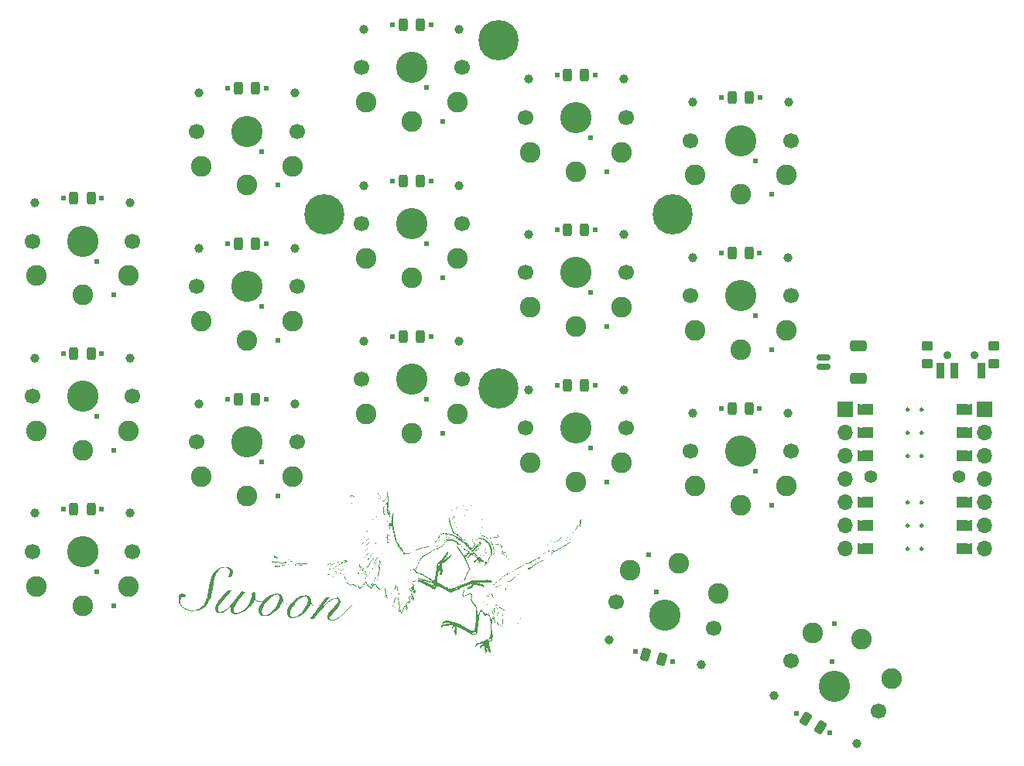
<source format=gbr>
%TF.GenerationSoftware,KiCad,Pcbnew,8.0.4*%
%TF.CreationDate,2024-08-21T07:41:27-07:00*%
%TF.ProjectId,swoon,73776f6f-6e2e-46b6-9963-61645f706362,rev?*%
%TF.SameCoordinates,Original*%
%TF.FileFunction,Soldermask,Top*%
%TF.FilePolarity,Negative*%
%FSLAX46Y46*%
G04 Gerber Fmt 4.6, Leading zero omitted, Abs format (unit mm)*
G04 Created by KiCad (PCBNEW 8.0.4) date 2024-08-21 07:41:27*
%MOMM*%
%LPD*%
G01*
G04 APERTURE LIST*
G04 Aperture macros list*
%AMRoundRect*
0 Rectangle with rounded corners*
0 $1 Rounding radius*
0 $2 $3 $4 $5 $6 $7 $8 $9 X,Y pos of 4 corners*
0 Add a 4 corners polygon primitive as box body*
4,1,4,$2,$3,$4,$5,$6,$7,$8,$9,$2,$3,0*
0 Add four circle primitives for the rounded corners*
1,1,$1+$1,$2,$3*
1,1,$1+$1,$4,$5*
1,1,$1+$1,$6,$7*
1,1,$1+$1,$8,$9*
0 Add four rect primitives between the rounded corners*
20,1,$1+$1,$2,$3,$4,$5,0*
20,1,$1+$1,$4,$5,$6,$7,0*
20,1,$1+$1,$6,$7,$8,$9,0*
20,1,$1+$1,$8,$9,$2,$3,0*%
%AMFreePoly0*
4,1,6,0.600000,0.200000,0.000000,-0.400000,-0.600000,0.200000,-0.600000,0.400000,0.600000,0.400000,0.600000,0.200000,0.600000,0.200000,$1*%
%AMFreePoly1*
4,1,6,0.600000,-0.250000,-0.600000,-0.250000,-0.600000,1.000000,0.000000,0.400000,0.600000,1.000000,0.600000,-0.250000,0.600000,-0.250000,$1*%
G04 Aperture macros list end*
%ADD10C,0.150000*%
%ADD11C,0.250000*%
%ADD12C,0.100000*%
%ADD13C,0.000000*%
%ADD14C,1.700000*%
%ADD15C,1.000000*%
%ADD16C,3.429000*%
%ADD17C,2.262000*%
%ADD18C,0.620000*%
%ADD19C,1.600000*%
%ADD20FreePoly0,270.000000*%
%ADD21FreePoly0,90.000000*%
%ADD22FreePoly1,90.000000*%
%ADD23FreePoly1,270.000000*%
%ADD24C,1.200000*%
%ADD25RoundRect,0.243750X-0.243750X-0.456250X0.243750X-0.456250X0.243750X0.456250X-0.243750X0.456250X0*%
%ADD26RoundRect,0.150000X0.625000X-0.150000X0.625000X0.150000X-0.625000X0.150000X-0.625000X-0.150000X0*%
%ADD27RoundRect,0.250000X0.650000X-0.350000X0.650000X0.350000X-0.650000X0.350000X-0.650000X-0.350000X0*%
%ADD28RoundRect,0.243750X0.353531X0.377617X-0.117358X0.503791X-0.353531X-0.377617X0.117358X-0.503791X0*%
%ADD29R,1.700000X1.700000*%
%ADD30O,1.700000X1.700000*%
%ADD31C,0.900000*%
%ADD32RoundRect,0.102000X0.350000X0.750000X-0.350000X0.750000X-0.350000X-0.750000X0.350000X-0.750000X0*%
%ADD33RoundRect,0.102000X0.500000X0.400000X-0.500000X0.400000X-0.500000X-0.400000X0.500000X-0.400000X0*%
%ADD34RoundRect,0.243750X0.439219X0.273249X0.017031X0.516999X-0.439219X-0.273249X-0.017031X-0.516999X0*%
%ADD35C,4.400000*%
%ADD36C,1.400000*%
G04 APERTURE END LIST*
D10*
G36*
X111660845Y-114087496D02*
G01*
X111893772Y-114166972D01*
X111898589Y-114171452D01*
X111966896Y-114350064D01*
X111892218Y-114507660D01*
X111719501Y-114561689D01*
X111640289Y-114539011D01*
X111578253Y-114480809D01*
X111461524Y-114679535D01*
X111419969Y-114924009D01*
X111419355Y-114932444D01*
X111443569Y-115181946D01*
X111482279Y-115293085D01*
X111616086Y-115508935D01*
X111713583Y-115609187D01*
X111924201Y-115757840D01*
X112096418Y-115841623D01*
X112335977Y-115917136D01*
X112585167Y-115954072D01*
X112602626Y-115955369D01*
X112860684Y-115956274D01*
X113122636Y-115915342D01*
X113358505Y-115830266D01*
X113424179Y-115796135D01*
X113647603Y-115647626D01*
X113843077Y-115468521D01*
X113996528Y-115279148D01*
X114128029Y-115068586D01*
X114238621Y-114842455D01*
X114328305Y-114600754D01*
X114343733Y-114550546D01*
X114410425Y-114299467D01*
X114460300Y-114052951D01*
X114495739Y-113787053D01*
X114497952Y-113763154D01*
X114524889Y-113498458D01*
X114561362Y-113246497D01*
X114614723Y-112974134D01*
X114680540Y-112718403D01*
X114698941Y-112657069D01*
X114779574Y-112423071D01*
X114883270Y-112183412D01*
X115000713Y-111968730D01*
X115086645Y-111839485D01*
X115244877Y-111649441D01*
X115440088Y-111477498D01*
X115657461Y-111344426D01*
X115895642Y-111253050D01*
X116153159Y-111207869D01*
X116404045Y-111206882D01*
X116661267Y-111250003D01*
X116891513Y-111350059D01*
X116994636Y-111426913D01*
X117147530Y-111627958D01*
X117195374Y-111869538D01*
X117193816Y-111904811D01*
X117108489Y-112144904D01*
X117012018Y-112228753D01*
X116772686Y-112310255D01*
X116629048Y-112313375D01*
X116757918Y-112098058D01*
X116760881Y-112091220D01*
X116817030Y-111843549D01*
X116819543Y-111812533D01*
X116789884Y-111566433D01*
X116698374Y-111427007D01*
X116476966Y-111299956D01*
X116356125Y-111279431D01*
X116100510Y-111289101D01*
X115881873Y-111356446D01*
X115673497Y-111490400D01*
X115534513Y-111632084D01*
X115392587Y-111841736D01*
X115289265Y-112058094D01*
X115203908Y-112295542D01*
X115135921Y-112530596D01*
X115122820Y-112582653D01*
X115067149Y-112829715D01*
X115019849Y-113084393D01*
X115007873Y-113158557D01*
X114969014Y-113417942D01*
X114931751Y-113674627D01*
X114921397Y-113747469D01*
X114879377Y-114005772D01*
X114827431Y-114245994D01*
X114754283Y-114503400D01*
X114667625Y-114736195D01*
X114582594Y-114916145D01*
X114457499Y-115131655D01*
X114304568Y-115344533D01*
X114138721Y-115526102D01*
X114020979Y-115629754D01*
X113814363Y-115773495D01*
X113596447Y-115883928D01*
X113343689Y-115966934D01*
X113320033Y-115972482D01*
X113057579Y-116017554D01*
X112791774Y-116036065D01*
X112547226Y-116029844D01*
X112300647Y-115996236D01*
X112056985Y-115924969D01*
X111975463Y-115890702D01*
X111752521Y-115764594D01*
X111563984Y-115608075D01*
X111541445Y-115584908D01*
X111387942Y-115381670D01*
X111280553Y-115149214D01*
X111223565Y-114908645D01*
X111213007Y-114650341D01*
X111215107Y-114614561D01*
X111267616Y-114373259D01*
X111354956Y-114225252D01*
X111562769Y-114093227D01*
X111660845Y-114087496D01*
G37*
G36*
X117010209Y-113812736D02*
G01*
X116852063Y-113999768D01*
X116682486Y-114195580D01*
X116504421Y-114395019D01*
X116419476Y-114487583D01*
X116245207Y-114678428D01*
X116074983Y-114871186D01*
X115960934Y-115005183D01*
X115808605Y-115198890D01*
X115673521Y-115404061D01*
X115659561Y-115428492D01*
X115563901Y-115656331D01*
X115537364Y-115810466D01*
X115598557Y-116054295D01*
X115762833Y-116122487D01*
X116004924Y-116087388D01*
X116234185Y-115972535D01*
X116268265Y-115949717D01*
X116476552Y-115789949D01*
X116672422Y-115611779D01*
X116836193Y-115443439D01*
X117003153Y-115257203D01*
X117173230Y-115056853D01*
X117327026Y-114866916D01*
X117443990Y-114717145D01*
X117600809Y-114511887D01*
X117757429Y-114305085D01*
X117913852Y-114096739D01*
X118070077Y-113886849D01*
X118553718Y-113920669D01*
X118383891Y-114118350D01*
X118223362Y-114307937D01*
X118196307Y-114340059D01*
X118032243Y-114537867D01*
X117868361Y-114742918D01*
X117759208Y-114883643D01*
X117604476Y-115095703D01*
X117465793Y-115304754D01*
X117382254Y-115442449D01*
X117270274Y-115667565D01*
X117208507Y-115913857D01*
X117265927Y-116143124D01*
X117474459Y-116242176D01*
X117719932Y-116217648D01*
X117965384Y-116120665D01*
X118020034Y-116090576D01*
X118236573Y-115948198D01*
X118427183Y-115792029D01*
X118577526Y-115646002D01*
X118749846Y-115450681D01*
X118905469Y-115241752D01*
X119032455Y-115040007D01*
X119147693Y-114815091D01*
X119234820Y-114578907D01*
X119273741Y-114408056D01*
X119216535Y-114263273D01*
X119208339Y-114135383D01*
X119351898Y-113930949D01*
X119434769Y-113925965D01*
X119625701Y-114066632D01*
X119659398Y-114311064D01*
X119656618Y-114377292D01*
X119629476Y-114555351D01*
X119589956Y-114717854D01*
X119778773Y-114879610D01*
X119793377Y-114890000D01*
X120032622Y-114977599D01*
X120101354Y-114984987D01*
X120349625Y-114973672D01*
X120536026Y-114913774D01*
X120736397Y-114768736D01*
X120829979Y-114649092D01*
X120889127Y-114696075D01*
X120717094Y-114891166D01*
X120501788Y-115015446D01*
X120243210Y-115068916D01*
X120080857Y-115068024D01*
X119835754Y-115008180D01*
X119793872Y-114987970D01*
X119594231Y-114845767D01*
X119562431Y-114813865D01*
X119445711Y-115033805D01*
X119295485Y-115250370D01*
X119176720Y-115392870D01*
X118996857Y-115580971D01*
X118804349Y-115755457D01*
X118618368Y-115902267D01*
X118406774Y-116046342D01*
X118190972Y-116167847D01*
X117991138Y-116258719D01*
X117756109Y-116334787D01*
X117499089Y-116370775D01*
X117394601Y-116368805D01*
X117147309Y-116307060D01*
X117009884Y-116215811D01*
X116886026Y-116001140D01*
X116875144Y-115831785D01*
X116926829Y-115600353D01*
X116986207Y-115451481D01*
X116973743Y-115437143D01*
X116799850Y-115625756D01*
X116661960Y-115764237D01*
X116472991Y-115932603D01*
X116343387Y-116030871D01*
X116123891Y-116160073D01*
X116024150Y-116201970D01*
X115784017Y-116251744D01*
X115703685Y-116250565D01*
X115460433Y-116194168D01*
X115312595Y-116083659D01*
X115211254Y-115850145D01*
X115206130Y-115697937D01*
X115262904Y-115456991D01*
X115315404Y-115343216D01*
X115448355Y-115122173D01*
X115584165Y-114931093D01*
X115735012Y-114736399D01*
X115894675Y-114541612D01*
X115996866Y-114421305D01*
X116171316Y-114218453D01*
X116343320Y-114018159D01*
X116509045Y-113824962D01*
X116547278Y-113780365D01*
X117010209Y-113812736D01*
G37*
G36*
X122305545Y-114165981D02*
G01*
X122499604Y-114319012D01*
X122612135Y-114544851D01*
X122640649Y-114787948D01*
X122707379Y-115023943D01*
X122768599Y-115111514D01*
X122951739Y-115236351D01*
X122900851Y-115224134D01*
X122810888Y-115172008D01*
X122636284Y-114998353D01*
X122608268Y-114953399D01*
X122593649Y-114952376D01*
X122491621Y-115194591D01*
X122366987Y-115411166D01*
X122291800Y-115522556D01*
X122138620Y-115721372D01*
X121968704Y-115907156D01*
X121799710Y-116064742D01*
X121600793Y-116220672D01*
X121390926Y-116355295D01*
X121190635Y-116459189D01*
X120944512Y-116548656D01*
X120697705Y-116588839D01*
X120532786Y-116588248D01*
X120284667Y-116531626D01*
X120088383Y-116378440D01*
X119984322Y-116145409D01*
X119979836Y-116072584D01*
X120336247Y-116072584D01*
X120364867Y-116322069D01*
X120385497Y-116366163D01*
X120588927Y-116485669D01*
X120839308Y-116459418D01*
X120971215Y-116410793D01*
X121185704Y-116290350D01*
X121348034Y-116169044D01*
X121537790Y-115992978D01*
X121694668Y-115816230D01*
X121847301Y-115611751D01*
X121980911Y-115399208D01*
X122099893Y-115170352D01*
X122183350Y-114972653D01*
X122253087Y-114735483D01*
X122273958Y-114587246D01*
X122225126Y-114346979D01*
X122217024Y-114333529D01*
X121996369Y-114215267D01*
X121749350Y-114256275D01*
X121674200Y-114288226D01*
X121452287Y-114414447D01*
X121315715Y-114512894D01*
X121125564Y-114678608D01*
X120964182Y-114848227D01*
X120803816Y-115045126D01*
X120658166Y-115250400D01*
X120526083Y-115473035D01*
X120434054Y-115671766D01*
X120358759Y-115915339D01*
X120336247Y-116072584D01*
X119979836Y-116072584D01*
X119968449Y-115887720D01*
X120025699Y-115638782D01*
X120070669Y-115528833D01*
X120193258Y-115302116D01*
X120314299Y-115125970D01*
X120477838Y-114927456D01*
X120653606Y-114746255D01*
X120666096Y-114734343D01*
X120860273Y-114564794D01*
X121066485Y-114415454D01*
X121094890Y-114397069D01*
X121313961Y-114275150D01*
X121541221Y-114182316D01*
X121572140Y-114172136D01*
X121820531Y-114116971D01*
X122067384Y-114110055D01*
X122305545Y-114165981D01*
G37*
G36*
X123958171Y-114993928D02*
G01*
X123755671Y-115149938D01*
X123560642Y-115234230D01*
X123309483Y-115281063D01*
X123142292Y-115282100D01*
X123138841Y-115281271D01*
X123378819Y-115261524D01*
X123538237Y-115204506D01*
X123749544Y-115079710D01*
X123904602Y-114954681D01*
X123958171Y-114993928D01*
G37*
G36*
X123138841Y-115281271D02*
G01*
X123134983Y-115281589D01*
X122971535Y-115249845D01*
X122951739Y-115236351D01*
X123138841Y-115281271D01*
G37*
G36*
X125404746Y-114382699D02*
G01*
X125598805Y-114535729D01*
X125711336Y-114761568D01*
X125739850Y-115004665D01*
X125806580Y-115240660D01*
X125867800Y-115328231D01*
X126050940Y-115453069D01*
X126000052Y-115440852D01*
X125910090Y-115388725D01*
X125735485Y-115215070D01*
X125707469Y-115170116D01*
X125692850Y-115169094D01*
X125590822Y-115411308D01*
X125466188Y-115627883D01*
X125391002Y-115739273D01*
X125237822Y-115938089D01*
X125067905Y-116123874D01*
X124898911Y-116281459D01*
X124699994Y-116437389D01*
X124490127Y-116572012D01*
X124289836Y-116675907D01*
X124043714Y-116765373D01*
X123796906Y-116805557D01*
X123631987Y-116804966D01*
X123383868Y-116748343D01*
X123187585Y-116595157D01*
X123083523Y-116362126D01*
X123079037Y-116289302D01*
X123435448Y-116289302D01*
X123464068Y-116538787D01*
X123484699Y-116582880D01*
X123688128Y-116702386D01*
X123938509Y-116676135D01*
X124070416Y-116627510D01*
X124284905Y-116507068D01*
X124447235Y-116385761D01*
X124636991Y-116209696D01*
X124793869Y-116032947D01*
X124946502Y-115828468D01*
X125080112Y-115615925D01*
X125199094Y-115387069D01*
X125282551Y-115189371D01*
X125352288Y-114952200D01*
X125373159Y-114803964D01*
X125324327Y-114563696D01*
X125316225Y-114550246D01*
X125095570Y-114431984D01*
X124848551Y-114472992D01*
X124773401Y-114504943D01*
X124551488Y-114631165D01*
X124414916Y-114729612D01*
X124224765Y-114895325D01*
X124063383Y-115064944D01*
X123903017Y-115261843D01*
X123757368Y-115467117D01*
X123625284Y-115689752D01*
X123533255Y-115888484D01*
X123457960Y-116132057D01*
X123435448Y-116289302D01*
X123079037Y-116289302D01*
X123067650Y-116104437D01*
X123124900Y-115855499D01*
X123169870Y-115745550D01*
X123292459Y-115518833D01*
X123413500Y-115342687D01*
X123577039Y-115144173D01*
X123752807Y-114962972D01*
X123765297Y-114951061D01*
X123959474Y-114781511D01*
X124165686Y-114632171D01*
X124194091Y-114613786D01*
X124413162Y-114491867D01*
X124640422Y-114399033D01*
X124671342Y-114388853D01*
X124919732Y-114333689D01*
X125166585Y-114326772D01*
X125404746Y-114382699D01*
G37*
G36*
X127057372Y-115210646D02*
G01*
X126854873Y-115366655D01*
X126659844Y-115450947D01*
X126408684Y-115497780D01*
X126241494Y-115498817D01*
X126238042Y-115497988D01*
X126478020Y-115478241D01*
X126637438Y-115421224D01*
X126848745Y-115296427D01*
X127003803Y-115171398D01*
X127057372Y-115210646D01*
G37*
G36*
X126238042Y-115497988D02*
G01*
X126234184Y-115498306D01*
X126070736Y-115466563D01*
X126050940Y-115453069D01*
X126238042Y-115497988D01*
G37*
G36*
X127756213Y-114565394D02*
G01*
X126738945Y-115807822D01*
X126751323Y-115823378D01*
X126924479Y-115640533D01*
X127097689Y-115457458D01*
X127124086Y-115429545D01*
X127302200Y-115250295D01*
X127488571Y-115080108D01*
X127577372Y-115004617D01*
X127773909Y-114854614D01*
X127990549Y-114718728D01*
X128069173Y-114676645D01*
X128302986Y-114587551D01*
X128560600Y-114564105D01*
X128801570Y-114637082D01*
X128878825Y-114705105D01*
X128973197Y-114939089D01*
X128973261Y-115017757D01*
X128890194Y-115256716D01*
X128873775Y-115285021D01*
X128736336Y-115492699D01*
X128650387Y-115608502D01*
X128494888Y-115802404D01*
X128364128Y-115955744D01*
X128198812Y-116149088D01*
X128079853Y-116292106D01*
X127925360Y-116490910D01*
X127858509Y-116586350D01*
X127761835Y-116813412D01*
X127898165Y-117021781D01*
X127943915Y-117028136D01*
X128192970Y-117002710D01*
X128430810Y-116910383D01*
X128644508Y-116782382D01*
X128846621Y-116632946D01*
X129047201Y-116465211D01*
X129070580Y-116444630D01*
X129250630Y-116279093D01*
X129376068Y-116155046D01*
X129547464Y-115978137D01*
X129675864Y-115841804D01*
X129847361Y-115652856D01*
X129940187Y-115545669D01*
X130097221Y-115355835D01*
X130130300Y-115312900D01*
X130177070Y-115344327D01*
X130012803Y-115548264D01*
X129853759Y-115735434D01*
X129780241Y-115819722D01*
X129610123Y-116007820D01*
X129430953Y-116192970D01*
X129260216Y-116358731D01*
X129070919Y-116531290D01*
X128920899Y-116659416D01*
X128717624Y-116816015D01*
X128579154Y-116907290D01*
X128360099Y-117021944D01*
X128247453Y-117064052D01*
X127999171Y-117107303D01*
X127931154Y-117105593D01*
X127688303Y-117030170D01*
X127602305Y-116958953D01*
X127495074Y-116735139D01*
X127491922Y-116629271D01*
X127562461Y-116384927D01*
X127692069Y-116182969D01*
X127848712Y-115989613D01*
X128017073Y-115796269D01*
X128098730Y-115707036D01*
X128273131Y-115515979D01*
X128434963Y-115331317D01*
X128505416Y-115248245D01*
X128646709Y-115039606D01*
X128701985Y-114853108D01*
X128654721Y-114723711D01*
X128510295Y-114670765D01*
X128257760Y-114709518D01*
X128107689Y-114773601D01*
X127892210Y-114899017D01*
X127684385Y-115049579D01*
X127639008Y-115086051D01*
X127441022Y-115254556D01*
X127256885Y-115424706D01*
X127148860Y-115530437D01*
X126968656Y-115716156D01*
X126797360Y-115902498D01*
X126688112Y-116027072D01*
X126520876Y-116226789D01*
X126367789Y-116420627D01*
X126301906Y-116508107D01*
X126159352Y-116708505D01*
X126042244Y-116895159D01*
X125605884Y-116885457D01*
X125749595Y-116677062D01*
X125899245Y-116466479D01*
X126040444Y-116273141D01*
X126197277Y-116060259D01*
X126353414Y-115849065D01*
X126494752Y-115658534D01*
X126648260Y-115452205D01*
X126796799Y-115250737D01*
X126927523Y-115071801D01*
X127076884Y-114865964D01*
X127225102Y-114659508D01*
X127299058Y-114555462D01*
X127756213Y-114565394D01*
G37*
D11*
%TO.C,U1*%
X191092000Y-93989000D02*
G75*
G02*
X190842000Y-93989000I-125000J0D01*
G01*
X190842000Y-93989000D02*
G75*
G02*
X191092000Y-93989000I125000J0D01*
G01*
X191092000Y-96529000D02*
G75*
G02*
X190842000Y-96529000I-125000J0D01*
G01*
X190842000Y-96529000D02*
G75*
G02*
X191092000Y-96529000I125000J0D01*
G01*
X191092000Y-99069000D02*
G75*
G02*
X190842000Y-99069000I-125000J0D01*
G01*
X190842000Y-99069000D02*
G75*
G02*
X191092000Y-99069000I125000J0D01*
G01*
X191092000Y-104149000D02*
G75*
G02*
X190842000Y-104149000I-125000J0D01*
G01*
X190842000Y-104149000D02*
G75*
G02*
X191092000Y-104149000I125000J0D01*
G01*
X191092000Y-106689000D02*
G75*
G02*
X190842000Y-106689000I-125000J0D01*
G01*
X190842000Y-106689000D02*
G75*
G02*
X191092000Y-106689000I125000J0D01*
G01*
X191092000Y-109229000D02*
G75*
G02*
X190842000Y-109229000I-125000J0D01*
G01*
X190842000Y-109229000D02*
G75*
G02*
X191092000Y-109229000I125000J0D01*
G01*
X192616000Y-93989000D02*
G75*
G02*
X192366000Y-93989000I-125000J0D01*
G01*
X192366000Y-93989000D02*
G75*
G02*
X192616000Y-93989000I125000J0D01*
G01*
X192616000Y-96529000D02*
G75*
G02*
X192366000Y-96529000I-125000J0D01*
G01*
X192366000Y-96529000D02*
G75*
G02*
X192616000Y-96529000I125000J0D01*
G01*
X192616000Y-99069000D02*
G75*
G02*
X192366000Y-99069000I-125000J0D01*
G01*
X192366000Y-99069000D02*
G75*
G02*
X192616000Y-99069000I125000J0D01*
G01*
X192616000Y-104149000D02*
G75*
G02*
X192366000Y-104149000I-125000J0D01*
G01*
X192366000Y-104149000D02*
G75*
G02*
X192616000Y-104149000I125000J0D01*
G01*
X192616000Y-106689000D02*
G75*
G02*
X192366000Y-106689000I-125000J0D01*
G01*
X192366000Y-106689000D02*
G75*
G02*
X192616000Y-106689000I125000J0D01*
G01*
X192616000Y-109229000D02*
G75*
G02*
X192366000Y-109229000I-125000J0D01*
G01*
X192366000Y-109229000D02*
G75*
G02*
X192616000Y-109229000I125000J0D01*
G01*
D12*
X186649000Y-94497000D02*
X185633000Y-94497000D01*
X185633000Y-93481000D01*
X186649000Y-93481000D01*
X186649000Y-94497000D01*
G36*
X186649000Y-94497000D02*
G01*
X185633000Y-94497000D01*
X185633000Y-93481000D01*
X186649000Y-93481000D01*
X186649000Y-94497000D01*
G37*
X186649000Y-97037000D02*
X185633000Y-97037000D01*
X185633000Y-96021000D01*
X186649000Y-96021000D01*
X186649000Y-97037000D01*
G36*
X186649000Y-97037000D02*
G01*
X185633000Y-97037000D01*
X185633000Y-96021000D01*
X186649000Y-96021000D01*
X186649000Y-97037000D01*
G37*
X186649000Y-99577000D02*
X185633000Y-99577000D01*
X185633000Y-98561000D01*
X186649000Y-98561000D01*
X186649000Y-99577000D01*
G36*
X186649000Y-99577000D02*
G01*
X185633000Y-99577000D01*
X185633000Y-98561000D01*
X186649000Y-98561000D01*
X186649000Y-99577000D01*
G37*
X186649000Y-104657000D02*
X185633000Y-104657000D01*
X185633000Y-103641000D01*
X186649000Y-103641000D01*
X186649000Y-104657000D01*
G36*
X186649000Y-104657000D02*
G01*
X185633000Y-104657000D01*
X185633000Y-103641000D01*
X186649000Y-103641000D01*
X186649000Y-104657000D01*
G37*
X186649000Y-107197000D02*
X185633000Y-107197000D01*
X185633000Y-106181000D01*
X186649000Y-106181000D01*
X186649000Y-107197000D01*
G36*
X186649000Y-107197000D02*
G01*
X185633000Y-107197000D01*
X185633000Y-106181000D01*
X186649000Y-106181000D01*
X186649000Y-107197000D01*
G37*
X186649000Y-109737000D02*
X185633000Y-109737000D01*
X185633000Y-108721000D01*
X186649000Y-108721000D01*
X186649000Y-109737000D01*
G36*
X186649000Y-109737000D02*
G01*
X185633000Y-109737000D01*
X185633000Y-108721000D01*
X186649000Y-108721000D01*
X186649000Y-109737000D01*
G37*
X197825000Y-94497000D02*
X196809000Y-94497000D01*
X196809000Y-93481000D01*
X197825000Y-93481000D01*
X197825000Y-94497000D01*
G36*
X197825000Y-94497000D02*
G01*
X196809000Y-94497000D01*
X196809000Y-93481000D01*
X197825000Y-93481000D01*
X197825000Y-94497000D01*
G37*
X197825000Y-97037000D02*
X196809000Y-97037000D01*
X196809000Y-96021000D01*
X197825000Y-96021000D01*
X197825000Y-97037000D01*
G36*
X197825000Y-97037000D02*
G01*
X196809000Y-97037000D01*
X196809000Y-96021000D01*
X197825000Y-96021000D01*
X197825000Y-97037000D01*
G37*
X197825000Y-99577000D02*
X196809000Y-99577000D01*
X196809000Y-98561000D01*
X197825000Y-98561000D01*
X197825000Y-99577000D01*
G36*
X197825000Y-99577000D02*
G01*
X196809000Y-99577000D01*
X196809000Y-98561000D01*
X197825000Y-98561000D01*
X197825000Y-99577000D01*
G37*
X197825000Y-104657000D02*
X196809000Y-104657000D01*
X196809000Y-103641000D01*
X197825000Y-103641000D01*
X197825000Y-104657000D01*
G36*
X197825000Y-104657000D02*
G01*
X196809000Y-104657000D01*
X196809000Y-103641000D01*
X197825000Y-103641000D01*
X197825000Y-104657000D01*
G37*
X197825000Y-107197000D02*
X196809000Y-107197000D01*
X196809000Y-106181000D01*
X197825000Y-106181000D01*
X197825000Y-107197000D01*
G36*
X197825000Y-107197000D02*
G01*
X196809000Y-107197000D01*
X196809000Y-106181000D01*
X197825000Y-106181000D01*
X197825000Y-107197000D01*
G37*
X197825000Y-109737000D02*
X196809000Y-109737000D01*
X196809000Y-108721000D01*
X197825000Y-108721000D01*
X197825000Y-109737000D01*
G36*
X197825000Y-109737000D02*
G01*
X196809000Y-109737000D01*
X196809000Y-108721000D01*
X197825000Y-108721000D01*
X197825000Y-109737000D01*
G37*
D13*
%TO.C,G\u002A\u002A\u002A*%
G36*
X121587870Y-110000827D02*
G01*
X121587226Y-110013084D01*
X121574968Y-110012444D01*
X121575612Y-110000184D01*
X121587870Y-110000827D01*
G37*
G36*
X121668011Y-110582811D02*
G01*
X121667369Y-110595072D01*
X121655107Y-110594430D01*
X121655748Y-110582167D01*
X121668011Y-110582811D01*
G37*
G36*
X121941734Y-111224120D02*
G01*
X121941093Y-111236377D01*
X121928833Y-111235736D01*
X121929476Y-111223477D01*
X121941734Y-111224120D01*
G37*
G36*
X122346689Y-110065177D02*
G01*
X122346045Y-110077439D01*
X122333784Y-110076798D01*
X122334428Y-110064537D01*
X122346689Y-110065177D01*
G37*
G36*
X122354398Y-109918064D02*
G01*
X122353752Y-109930324D01*
X122341491Y-109929684D01*
X122342133Y-109917424D01*
X122354398Y-109918064D01*
G37*
G36*
X122398295Y-110018713D02*
G01*
X122397653Y-110030968D01*
X122385394Y-110030327D01*
X122386035Y-110018068D01*
X122398295Y-110018713D01*
G37*
G36*
X122541557Y-110099977D02*
G01*
X122540915Y-110112237D01*
X122528653Y-110111598D01*
X122529294Y-110099336D01*
X122541557Y-110099977D01*
G37*
G36*
X122930164Y-110894826D02*
G01*
X122929524Y-110907084D01*
X122917264Y-110906444D01*
X122917905Y-110894183D01*
X122930164Y-110894826D01*
G37*
G36*
X123186925Y-110687002D02*
G01*
X123186282Y-110699259D01*
X123174020Y-110698619D01*
X123174664Y-110686359D01*
X123186925Y-110687002D01*
G37*
G36*
X123383129Y-110930860D02*
G01*
X123382489Y-110943118D01*
X123370230Y-110942474D01*
X123370875Y-110930217D01*
X123383129Y-110930860D01*
G37*
G36*
X123548288Y-110828878D02*
G01*
X123547649Y-110841132D01*
X123535388Y-110840493D01*
X123536031Y-110828231D01*
X123548288Y-110828878D01*
G37*
G36*
X123568953Y-110903717D02*
G01*
X123568310Y-110915977D01*
X123556051Y-110915336D01*
X123556697Y-110903075D01*
X123568953Y-110903717D01*
G37*
G36*
X123797339Y-110768168D02*
G01*
X123796696Y-110780425D01*
X123784438Y-110779785D01*
X123785079Y-110767523D01*
X123797339Y-110768168D01*
G37*
G36*
X123997505Y-111405615D02*
G01*
X123996863Y-111417875D01*
X123984602Y-111417234D01*
X123985245Y-111404973D01*
X123997505Y-111405615D01*
G37*
G36*
X125343345Y-110824602D02*
G01*
X125342700Y-110836863D01*
X125330438Y-110836216D01*
X125331082Y-110823959D01*
X125343345Y-110824602D01*
G37*
G36*
X126957762Y-110982968D02*
G01*
X126957121Y-110995229D01*
X126944858Y-110994588D01*
X126945504Y-110982327D01*
X126957762Y-110982968D01*
G37*
G36*
X127160344Y-110870655D02*
G01*
X127159700Y-110882911D01*
X127147441Y-110882270D01*
X127148084Y-110870013D01*
X127160344Y-110870655D01*
G37*
G36*
X127195197Y-110909362D02*
G01*
X127194551Y-110921620D01*
X127182290Y-110920977D01*
X127182934Y-110908716D01*
X127195197Y-110909362D01*
G37*
G36*
X127507784Y-112216542D02*
G01*
X127507139Y-112228802D01*
X127494879Y-112228161D01*
X127495524Y-112215900D01*
X127507784Y-112216542D01*
G37*
G36*
X127907539Y-110922106D02*
G01*
X127906896Y-110934365D01*
X127894639Y-110933723D01*
X127895282Y-110921464D01*
X127907539Y-110922106D01*
G37*
G36*
X128212053Y-110741373D02*
G01*
X128211409Y-110753628D01*
X128199151Y-110752989D01*
X128199791Y-110740730D01*
X128212053Y-110741373D01*
G37*
G36*
X128440544Y-111072974D02*
G01*
X128439898Y-111085232D01*
X128427637Y-111084588D01*
X128428282Y-111072328D01*
X128440544Y-111072974D01*
G37*
G36*
X128744132Y-112551790D02*
G01*
X128743492Y-112564051D01*
X128731231Y-112563409D01*
X128731872Y-112551148D01*
X128744132Y-112551790D01*
G37*
G36*
X128852387Y-111893624D02*
G01*
X128851744Y-111905883D01*
X128839483Y-111905242D01*
X128840126Y-111892980D01*
X128852387Y-111893624D01*
G37*
G36*
X128852436Y-112127200D02*
G01*
X128851795Y-112139458D01*
X128839534Y-112138818D01*
X128840176Y-112126556D01*
X128852436Y-112127200D01*
G37*
G36*
X128860145Y-111980085D02*
G01*
X128859506Y-111992344D01*
X128847245Y-111991702D01*
X128847891Y-111979441D01*
X128860145Y-111980085D01*
G37*
G36*
X128869196Y-112042023D02*
G01*
X128868552Y-112054283D01*
X128856293Y-112053643D01*
X128856935Y-112041382D01*
X128869196Y-112042023D01*
G37*
G36*
X128974931Y-111666471D02*
G01*
X128974288Y-111678732D01*
X128962029Y-111678092D01*
X128962669Y-111665829D01*
X128974931Y-111666471D01*
G37*
G36*
X129082002Y-111499979D02*
G01*
X129081363Y-111512236D01*
X129069100Y-111511595D01*
X129069742Y-111499335D01*
X129082002Y-111499979D01*
G37*
G36*
X129137570Y-111847103D02*
G01*
X129136927Y-111859363D01*
X129124667Y-111858719D01*
X129125312Y-111846461D01*
X129137570Y-111847103D01*
G37*
G36*
X129424303Y-112943946D02*
G01*
X129423659Y-112956204D01*
X129411399Y-112955561D01*
X129412041Y-112943302D01*
X129424303Y-112943946D01*
G37*
G36*
X129586839Y-112657421D02*
G01*
X129586194Y-112669681D01*
X129573933Y-112669039D01*
X129574576Y-112656777D01*
X129586839Y-112657421D01*
G37*
G36*
X130438694Y-113292146D02*
G01*
X130438051Y-113304410D01*
X130425789Y-113303763D01*
X130426432Y-113291503D01*
X130438694Y-113292146D01*
G37*
G36*
X130472259Y-113355373D02*
G01*
X130471619Y-113367631D01*
X130459358Y-113366988D01*
X130460001Y-113354731D01*
X130472259Y-113355373D01*
G37*
G36*
X130864570Y-113375935D02*
G01*
X130863928Y-113388192D01*
X130851667Y-113387550D01*
X130852307Y-113375292D01*
X130864570Y-113375935D01*
G37*
G36*
X130931338Y-111867348D02*
G01*
X130930694Y-111879608D01*
X130918437Y-111878967D01*
X130919080Y-111866706D01*
X130931338Y-111867348D01*
G37*
G36*
X131010403Y-113408162D02*
G01*
X131009759Y-113420422D01*
X130997497Y-113419779D01*
X130998142Y-113407521D01*
X131010403Y-113408162D01*
G37*
G36*
X131079741Y-111850541D02*
G01*
X131079097Y-111862799D01*
X131066836Y-111862156D01*
X131067478Y-111849898D01*
X131079741Y-111850541D01*
G37*
G36*
X131368676Y-111263310D02*
G01*
X131368030Y-111275572D01*
X131355774Y-111274926D01*
X131356414Y-111262665D01*
X131368676Y-111263310D01*
G37*
G36*
X131507295Y-107914493D02*
G01*
X131506654Y-107926750D01*
X131494397Y-107926108D01*
X131495039Y-107913852D01*
X131507295Y-107914493D01*
G37*
G36*
X131667108Y-106976281D02*
G01*
X131666463Y-106988538D01*
X131654206Y-106987896D01*
X131654849Y-106975637D01*
X131667108Y-106976281D01*
G37*
G36*
X131720419Y-108773903D02*
G01*
X131719776Y-108786160D01*
X131707518Y-108785517D01*
X131708159Y-108773261D01*
X131720419Y-108773903D01*
G37*
G36*
X131741971Y-112819541D02*
G01*
X131741325Y-112831798D01*
X131729067Y-112831156D01*
X131729710Y-112818899D01*
X131741971Y-112819541D01*
G37*
G36*
X131761591Y-108222858D02*
G01*
X131760945Y-108235119D01*
X131748689Y-108234474D01*
X131749332Y-108222217D01*
X131761591Y-108222858D01*
G37*
G36*
X131778002Y-112366576D02*
G01*
X131777359Y-112378835D01*
X131765099Y-112378193D01*
X131765742Y-112365933D01*
X131778002Y-112366576D01*
G37*
G36*
X131792273Y-106933665D02*
G01*
X131791635Y-106945927D01*
X131779374Y-106945285D01*
X131780017Y-106933021D01*
X131792273Y-106933665D01*
G37*
G36*
X131843797Y-112283969D02*
G01*
X131843155Y-112296232D01*
X131830894Y-112295587D01*
X131831538Y-112283328D01*
X131843797Y-112283969D01*
G37*
G36*
X131910879Y-112176843D02*
G01*
X131910236Y-112189104D01*
X131897976Y-112188463D01*
X131898619Y-112176202D01*
X131910879Y-112176843D01*
G37*
G36*
X131967524Y-111565145D02*
G01*
X131966884Y-111577407D01*
X131954621Y-111576764D01*
X131955264Y-111564505D01*
X131967524Y-111565145D01*
G37*
G36*
X132059991Y-109566180D02*
G01*
X132059350Y-109578438D01*
X132047090Y-109577794D01*
X132047732Y-109565538D01*
X132059991Y-109566180D01*
G37*
G36*
X132166490Y-106830346D02*
G01*
X132165849Y-106842606D01*
X132153587Y-106841962D01*
X132154231Y-106829702D01*
X132166490Y-106830346D01*
G37*
G36*
X132466782Y-105088132D02*
G01*
X132466140Y-105100394D01*
X132453881Y-105099753D01*
X132454523Y-105087493D01*
X132466782Y-105088132D01*
G37*
G36*
X132514536Y-105115224D02*
G01*
X132513893Y-105127483D01*
X132501634Y-105126838D01*
X132502277Y-105114581D01*
X132514536Y-105115224D01*
G37*
G36*
X132590664Y-105070037D02*
G01*
X132590026Y-105082298D01*
X132577763Y-105081655D01*
X132578403Y-105069395D01*
X132590664Y-105070037D01*
G37*
G36*
X132595751Y-104738387D02*
G01*
X132595108Y-104750649D01*
X132582851Y-104750001D01*
X132583492Y-104737742D01*
X132595751Y-104738387D01*
G37*
G36*
X132871437Y-108391663D02*
G01*
X132870797Y-108403925D01*
X132858536Y-108403282D01*
X132859180Y-108391022D01*
X132871437Y-108391663D01*
G37*
G36*
X132921050Y-110963574D02*
G01*
X132920407Y-110975834D01*
X132908149Y-110975190D01*
X132908792Y-110962931D01*
X132921050Y-110963574D01*
G37*
G36*
X132930256Y-111726241D02*
G01*
X132929613Y-111738503D01*
X132917355Y-111737863D01*
X132917996Y-111725598D01*
X132930256Y-111726241D01*
G37*
G36*
X132953125Y-110117010D02*
G01*
X132952482Y-110129273D01*
X132940220Y-110128629D01*
X132940864Y-110116369D01*
X132953125Y-110117010D01*
G37*
G36*
X132976653Y-105680349D02*
G01*
X132976010Y-105692608D01*
X132963751Y-105691965D01*
X132964394Y-105679706D01*
X132976653Y-105680349D01*
G37*
G36*
X133010342Y-112074653D02*
G01*
X133009697Y-112086912D01*
X132997440Y-112086268D01*
X132998082Y-112074013D01*
X133010342Y-112074653D01*
G37*
G36*
X133034790Y-105978438D02*
G01*
X133034148Y-105990698D01*
X133021888Y-105990052D01*
X133022529Y-105977794D01*
X133034790Y-105978438D01*
G37*
G36*
X133107185Y-112337889D02*
G01*
X133106546Y-112350148D01*
X133094286Y-112349506D01*
X133094928Y-112337247D01*
X133107185Y-112337889D01*
G37*
G36*
X133113247Y-110580260D02*
G01*
X133112605Y-110592517D01*
X133100343Y-110591873D01*
X133100987Y-110579617D01*
X133113247Y-110580260D01*
G37*
G36*
X133121148Y-105503522D02*
G01*
X133120504Y-105515782D01*
X133108245Y-105515138D01*
X133108887Y-105502879D01*
X133121148Y-105503522D01*
G37*
G36*
X133619245Y-105382105D02*
G01*
X133618600Y-105394365D01*
X133606342Y-105393723D01*
X133606985Y-105381465D01*
X133619245Y-105382105D01*
G37*
G36*
X133832905Y-114441206D02*
G01*
X133832263Y-114453463D01*
X133820001Y-114452816D01*
X133820646Y-114440564D01*
X133832905Y-114441206D01*
G37*
G36*
X133980087Y-103188215D02*
G01*
X133979444Y-103200477D01*
X133967185Y-103199832D01*
X133967826Y-103187573D01*
X133980087Y-103188215D01*
G37*
G36*
X134149014Y-108409444D02*
G01*
X134148373Y-108421705D01*
X134136115Y-108421060D01*
X134136754Y-108408804D01*
X134149014Y-108409444D01*
G37*
G36*
X134432391Y-106051683D02*
G01*
X134431749Y-106063941D01*
X134419491Y-106063300D01*
X134420135Y-106051041D01*
X134432391Y-106051683D01*
G37*
G36*
X134556586Y-107435045D02*
G01*
X134555945Y-107447304D01*
X134543686Y-107446660D01*
X134544331Y-107434402D01*
X134556586Y-107435045D01*
G37*
G36*
X134644716Y-114901724D02*
G01*
X134644072Y-114913982D01*
X134631813Y-114913339D01*
X134632456Y-114901080D01*
X134644716Y-114901724D01*
G37*
G36*
X134673090Y-114829450D02*
G01*
X134672451Y-114841708D01*
X134660190Y-114841067D01*
X134660830Y-114828805D01*
X134673090Y-114829450D01*
G37*
G36*
X134673195Y-115296600D02*
G01*
X134672550Y-115308861D01*
X134660290Y-115308217D01*
X134660935Y-115295959D01*
X134673195Y-115296600D01*
G37*
G36*
X134688666Y-115235944D02*
G01*
X134688026Y-115248206D01*
X134675764Y-115247562D01*
X134676406Y-115235303D01*
X134688666Y-115235944D01*
G37*
G36*
X134700176Y-114781694D02*
G01*
X134699534Y-114793957D01*
X134687277Y-114793311D01*
X134687921Y-114781052D01*
X134700176Y-114781694D01*
G37*
G36*
X134719990Y-105255394D02*
G01*
X134719350Y-105267654D01*
X134707087Y-105267012D01*
X134707733Y-105254751D01*
X134719990Y-105255394D01*
G37*
G36*
X134831600Y-108051832D02*
G01*
X134830952Y-108064089D01*
X134818695Y-108063447D01*
X134819338Y-108051187D01*
X134831600Y-108051832D01*
G37*
G36*
X134997034Y-114981653D02*
G01*
X134996393Y-114993912D01*
X134984133Y-114993266D01*
X134984773Y-114981010D01*
X134997034Y-114981653D01*
G37*
G36*
X134999710Y-115399767D02*
G01*
X134999064Y-115412025D01*
X134986804Y-115411385D01*
X134987449Y-115399124D01*
X134999710Y-115399767D01*
G37*
G36*
X135012506Y-114920998D02*
G01*
X135011866Y-114933258D01*
X134999603Y-114932613D01*
X135000247Y-114920354D01*
X135012506Y-114920998D01*
G37*
G36*
X135213644Y-114132470D02*
G01*
X135213003Y-114144732D01*
X135200743Y-114144089D01*
X135201384Y-114131827D01*
X135213644Y-114132470D01*
G37*
G36*
X135239917Y-116211423D02*
G01*
X135239274Y-116223681D01*
X135227019Y-116223040D01*
X135227659Y-116210781D01*
X135239917Y-116211423D01*
G37*
G36*
X135254103Y-116175287D02*
G01*
X135253463Y-116187546D01*
X135241201Y-116186904D01*
X135241846Y-116174642D01*
X135254103Y-116175287D01*
G37*
G36*
X135297672Y-109010552D02*
G01*
X135297031Y-109022812D01*
X135284770Y-109022166D01*
X135285413Y-109009910D01*
X135297672Y-109010552D01*
G37*
G36*
X135304432Y-116153337D02*
G01*
X135303786Y-116165596D01*
X135291525Y-116164953D01*
X135292170Y-116152697D01*
X135304432Y-116153337D01*
G37*
G36*
X135597149Y-109395047D02*
G01*
X135596508Y-109407304D01*
X135584248Y-109406661D01*
X135584891Y-109394403D01*
X135597149Y-109395047D01*
G37*
G36*
X135714781Y-116064203D02*
G01*
X135714137Y-116076462D01*
X135701876Y-116075820D01*
X135702522Y-116063561D01*
X135714781Y-116064203D01*
G37*
G36*
X136425009Y-112364247D02*
G01*
X136424366Y-112376509D01*
X136412104Y-112375865D01*
X136412746Y-112363606D01*
X136425009Y-112364247D01*
G37*
G36*
X136429331Y-114392877D02*
G01*
X136428689Y-114405135D01*
X136416429Y-114404496D01*
X136417070Y-114392233D01*
X136429331Y-114392877D01*
G37*
G36*
X136485507Y-111678992D02*
G01*
X136484864Y-111691254D01*
X136472604Y-111690609D01*
X136473247Y-111678349D01*
X136485507Y-111678992D01*
G37*
G36*
X136697395Y-112796497D02*
G01*
X136696753Y-112808755D01*
X136684493Y-112808114D01*
X136685136Y-112795855D01*
X136697395Y-112796497D01*
G37*
G36*
X136747717Y-112774546D02*
G01*
X136747073Y-112786806D01*
X136734815Y-112786166D01*
X136735457Y-112773904D01*
X136747717Y-112774546D01*
G37*
G36*
X136774131Y-109690303D02*
G01*
X136773487Y-109702563D01*
X136761228Y-109701919D01*
X136761870Y-109689661D01*
X136774131Y-109690303D01*
G37*
G36*
X136908710Y-111344665D02*
G01*
X136908065Y-111356922D01*
X136895807Y-111356280D01*
X136896450Y-111344021D01*
X136908710Y-111344665D01*
G37*
G36*
X137056242Y-113220983D02*
G01*
X137055600Y-113233245D01*
X137043338Y-113232602D01*
X137043983Y-113220340D01*
X137056242Y-113220983D01*
G37*
G36*
X137174876Y-112833815D02*
G01*
X137174236Y-112846074D01*
X137161979Y-112845430D01*
X137162619Y-112833172D01*
X137174876Y-112833815D01*
G37*
G36*
X137981240Y-111990954D02*
G01*
X137980598Y-112003213D01*
X137968338Y-112002568D01*
X137968981Y-111990311D01*
X137981240Y-111990954D01*
G37*
G36*
X138053514Y-112019328D02*
G01*
X138052871Y-112031587D01*
X138040610Y-112030946D01*
X138041250Y-112018684D01*
X138053514Y-112019328D01*
G37*
G36*
X138434254Y-112260559D02*
G01*
X138433614Y-112272820D01*
X138421356Y-112272179D01*
X138421997Y-112259920D01*
X138434254Y-112260559D01*
G37*
G36*
X138677382Y-108794288D02*
G01*
X138676739Y-108806547D01*
X138664477Y-108805904D01*
X138665125Y-108793647D01*
X138677382Y-108794288D01*
G37*
G36*
X139397543Y-109127071D02*
G01*
X139396899Y-109139329D01*
X139384640Y-109138689D01*
X139385282Y-109126424D01*
X139397543Y-109127071D01*
G37*
G36*
X139432394Y-109165777D02*
G01*
X139431751Y-109178035D01*
X139419491Y-109177394D01*
X139420134Y-109165133D01*
X139432394Y-109165777D01*
G37*
G36*
X139548358Y-108360493D02*
G01*
X139547716Y-108372751D01*
X139535456Y-108372109D01*
X139536096Y-108359849D01*
X139548358Y-108360493D01*
G37*
G36*
X139597396Y-108363065D02*
G01*
X139596755Y-108375321D01*
X139584494Y-108374679D01*
X139585137Y-108362419D01*
X139597396Y-108363065D01*
G37*
G36*
X139651574Y-108267555D02*
G01*
X139650932Y-108279815D01*
X139638671Y-108279173D01*
X139639315Y-108266913D01*
X139651574Y-108267555D01*
G37*
G36*
X139687052Y-111109178D02*
G01*
X139686411Y-111121436D01*
X139674150Y-111120794D01*
X139674793Y-111108533D01*
X139687052Y-111109178D01*
G37*
G36*
X139704625Y-108897297D02*
G01*
X139703983Y-108909559D01*
X139691724Y-108908914D01*
X139692366Y-108896654D01*
X139704625Y-108897297D01*
G37*
G36*
X139735224Y-113004877D02*
G01*
X139734580Y-113017132D01*
X139722322Y-113016493D01*
X139722963Y-113004233D01*
X139735224Y-113004877D01*
G37*
G36*
X139828504Y-108879200D02*
G01*
X139827864Y-108891462D01*
X139815603Y-108890821D01*
X139816245Y-108878558D01*
X139828504Y-108879200D01*
G37*
G36*
X139908490Y-108760461D02*
G01*
X139907847Y-108772720D01*
X139895585Y-108772077D01*
X139896228Y-108759817D01*
X139908490Y-108760461D01*
G37*
G36*
X139966577Y-108824971D02*
G01*
X139965934Y-108837230D01*
X139953671Y-108836589D01*
X139954317Y-108824329D01*
X139966577Y-108824971D01*
G37*
G36*
X139994187Y-111112982D02*
G01*
X139993544Y-111125240D01*
X139981284Y-111124598D01*
X139981927Y-111112336D01*
X139994187Y-111112982D01*
G37*
G36*
X140122634Y-108427468D02*
G01*
X140121991Y-108439729D01*
X140109735Y-108439087D01*
X140110377Y-108426827D01*
X140122634Y-108427468D01*
G37*
G36*
X140157488Y-108466175D02*
G01*
X140156844Y-108478436D01*
X140144583Y-108477794D01*
X140145225Y-108465534D01*
X140157488Y-108466175D01*
G37*
G36*
X140160058Y-108417137D02*
G01*
X140159414Y-108429395D01*
X140147155Y-108428751D01*
X140147795Y-108416495D01*
X140160058Y-108417137D01*
G37*
G36*
X140228472Y-108519071D02*
G01*
X140227833Y-108531329D01*
X140215572Y-108530686D01*
X140216212Y-108518427D01*
X140228472Y-108519071D01*
G37*
G36*
X140263272Y-108324200D02*
G01*
X140262630Y-108336456D01*
X140250372Y-108335818D01*
X140251013Y-108323556D01*
X140263272Y-108324200D01*
G37*
G36*
X141203520Y-117593484D02*
G01*
X141202876Y-117605743D01*
X141190614Y-117605100D01*
X141191256Y-117592839D01*
X141203520Y-117593484D01*
G37*
G36*
X141210443Y-113942722D02*
G01*
X141209805Y-113954980D01*
X141197544Y-113954339D01*
X141198188Y-113942080D01*
X141210443Y-113942722D01*
G37*
G36*
X141214996Y-105411382D02*
G01*
X141214351Y-105423640D01*
X141202092Y-105422998D01*
X141202738Y-105410741D01*
X141214996Y-105411382D01*
G37*
G36*
X141539513Y-108132924D02*
G01*
X141538870Y-108145185D01*
X141526608Y-108144542D01*
X141527250Y-108132284D01*
X141539513Y-108132924D01*
G37*
G36*
X141783265Y-107469564D02*
G01*
X141782621Y-107481823D01*
X141770361Y-107481182D01*
X141771005Y-107468920D01*
X141783265Y-107469564D01*
G37*
G36*
X141894350Y-107930241D02*
G01*
X141893706Y-107942502D01*
X141881447Y-107941857D01*
X141882088Y-107929598D01*
X141894350Y-107930241D01*
G37*
G36*
X141896292Y-105078286D02*
G01*
X141895648Y-105090546D01*
X141883390Y-105089904D01*
X141884034Y-105077645D01*
X141896292Y-105078286D01*
G37*
G36*
X142029796Y-107691474D02*
G01*
X142029151Y-107703731D01*
X142016893Y-107703088D01*
X142017535Y-107690830D01*
X142029796Y-107691474D01*
G37*
G36*
X142129870Y-105078235D02*
G01*
X142129225Y-105090497D01*
X142116966Y-105089853D01*
X142117609Y-105077591D01*
X142129870Y-105078235D01*
G37*
G36*
X142154644Y-106247401D02*
G01*
X142154005Y-106259661D01*
X142141744Y-106259017D01*
X142142390Y-106246759D01*
X142154644Y-106247401D01*
G37*
G36*
X142372388Y-104672971D02*
G01*
X142371745Y-104685232D01*
X142359486Y-104684587D01*
X142360131Y-104672328D01*
X142372388Y-104672971D01*
G37*
G36*
X142390192Y-109259322D02*
G01*
X142389544Y-109271577D01*
X142377286Y-109270938D01*
X142377925Y-109258677D01*
X142390192Y-109259322D01*
G37*
G36*
X142401511Y-113734689D02*
G01*
X142400865Y-113746950D01*
X142388607Y-113746306D01*
X142389253Y-113734048D01*
X142401511Y-113734689D01*
G37*
G36*
X142439072Y-108561161D02*
G01*
X142438428Y-108573421D01*
X142426167Y-108572779D01*
X142426810Y-108560519D01*
X142439072Y-108561161D01*
G37*
G36*
X142493592Y-104236763D02*
G01*
X142492952Y-104249023D01*
X142480692Y-104248377D01*
X142481338Y-104236122D01*
X142493592Y-104236763D01*
G37*
G36*
X142602492Y-112245436D02*
G01*
X142601851Y-112257696D01*
X142589589Y-112257054D01*
X142590234Y-112244792D01*
X142602492Y-112245436D01*
G37*
G36*
X142707999Y-105071653D02*
G01*
X142707358Y-105083912D01*
X142695099Y-105083270D01*
X142695743Y-105071012D01*
X142707999Y-105071653D01*
G37*
G36*
X142734795Y-109486369D02*
G01*
X142734150Y-109498628D01*
X142721895Y-109497988D01*
X142722537Y-109485726D01*
X142734795Y-109486369D01*
G37*
G36*
X142770932Y-109500554D02*
G01*
X142770289Y-109512814D01*
X142758032Y-109512172D01*
X142758673Y-109499913D01*
X142770932Y-109500554D01*
G37*
G36*
X142810160Y-111801467D02*
G01*
X142809519Y-111813727D01*
X142797255Y-111813085D01*
X142797899Y-111800824D01*
X142810160Y-111801467D01*
G37*
G36*
X142835094Y-113671358D02*
G01*
X142834453Y-113683619D01*
X142822194Y-113682979D01*
X142822836Y-113670715D01*
X142835094Y-113671358D01*
G37*
G36*
X142837129Y-105422634D02*
G01*
X142836485Y-105434895D01*
X142824225Y-105434249D01*
X142824867Y-105421992D01*
X142837129Y-105422634D01*
G37*
G36*
X142864213Y-105374882D02*
G01*
X142863572Y-105387141D01*
X142851315Y-105386498D01*
X142851959Y-105374237D01*
X142864213Y-105374882D01*
G37*
G36*
X142877902Y-108866909D02*
G01*
X142877256Y-108879167D01*
X142864998Y-108878524D01*
X142865640Y-108866264D01*
X142877902Y-108866909D01*
G37*
G36*
X142891304Y-105327125D02*
G01*
X142890662Y-105339387D01*
X142878401Y-105338745D01*
X142879046Y-105326483D01*
X142891304Y-105327125D01*
G37*
G36*
X142903132Y-106274333D02*
G01*
X142902488Y-106286595D01*
X142890229Y-106285950D01*
X142890871Y-106273693D01*
X142903132Y-106274333D01*
G37*
G36*
X143067719Y-103603010D02*
G01*
X143067075Y-103615270D01*
X143054813Y-103614628D01*
X143055457Y-103602369D01*
X143067719Y-103603010D01*
G37*
G36*
X143094806Y-103555255D02*
G01*
X143094162Y-103567520D01*
X143081902Y-103566874D01*
X143082548Y-103554617D01*
X143094806Y-103555255D01*
G37*
G36*
X143171351Y-105378683D02*
G01*
X143170705Y-105390943D01*
X143158448Y-105390302D01*
X143159090Y-105378040D01*
X143171351Y-105378683D01*
G37*
G36*
X143198198Y-110026970D02*
G01*
X143197554Y-110039236D01*
X143185296Y-110038590D01*
X143185937Y-110026330D01*
X143198198Y-110026970D01*
G37*
G36*
X143198615Y-111895584D02*
G01*
X143197971Y-111907843D01*
X143185712Y-111907201D01*
X143186355Y-111894940D01*
X143198615Y-111895584D01*
G37*
G36*
X143453965Y-105381201D02*
G01*
X143453322Y-105393461D01*
X143441063Y-105392819D01*
X143441705Y-105380560D01*
X143453965Y-105381201D01*
G37*
G36*
X143612647Y-105168238D02*
G01*
X143612004Y-105180495D01*
X143599744Y-105179853D01*
X143600386Y-105167597D01*
X143612647Y-105168238D01*
G37*
G36*
X143639735Y-105120487D02*
G01*
X143639095Y-105132746D01*
X143626834Y-105132100D01*
X143627477Y-105119839D01*
X143639735Y-105120487D01*
G37*
G36*
X143682696Y-118374961D02*
G01*
X143682057Y-118387217D01*
X143669797Y-118386576D01*
X143670440Y-118374316D01*
X143682696Y-118374961D01*
G37*
G36*
X143699785Y-108196963D02*
G01*
X143699142Y-108209225D01*
X143686882Y-108208582D01*
X143687522Y-108196324D01*
X143699785Y-108196963D01*
G37*
G36*
X143733454Y-108727346D02*
G01*
X143732812Y-108739604D01*
X143720552Y-108738962D01*
X143721197Y-108726701D01*
X143733454Y-108727346D01*
G37*
G36*
X143742503Y-108789284D02*
G01*
X143741861Y-108801545D01*
X143729600Y-108800902D01*
X143730240Y-108788644D01*
X143742503Y-108789284D01*
G37*
G36*
X143788852Y-119868018D02*
G01*
X143788208Y-119880276D01*
X143775949Y-119879633D01*
X143776591Y-119867373D01*
X143788852Y-119868018D01*
G37*
G36*
X143835646Y-109826807D02*
G01*
X143835004Y-109839067D01*
X143822746Y-109838425D01*
X143823388Y-109826165D01*
X143835646Y-109826807D01*
G37*
G36*
X143842979Y-119538930D02*
G01*
X143842336Y-119551191D01*
X143830073Y-119550552D01*
X143830717Y-119538288D01*
X143842979Y-119538930D01*
G37*
G36*
X143939021Y-110434601D02*
G01*
X143938379Y-110446858D01*
X143926119Y-110446218D01*
X143926761Y-110433957D01*
X143939021Y-110434601D01*
G37*
G36*
X144022492Y-108607264D02*
G01*
X144021850Y-108619527D01*
X144009593Y-108618883D01*
X144010234Y-108606623D01*
X144022492Y-108607264D01*
G37*
G36*
X144067508Y-119476941D02*
G01*
X144066864Y-119489198D01*
X144054602Y-119488556D01*
X144055246Y-119476297D01*
X144067508Y-119476941D01*
G37*
G36*
X144201057Y-104965503D02*
G01*
X144200417Y-104977763D01*
X144188157Y-104977116D01*
X144188800Y-104964860D01*
X144201057Y-104965503D01*
G37*
G36*
X144222208Y-113006454D02*
G01*
X144221569Y-113018716D01*
X144209306Y-113018073D01*
X144209949Y-113005813D01*
X144222208Y-113006454D01*
G37*
G36*
X144237820Y-107782603D02*
G01*
X144237177Y-107794864D01*
X144224917Y-107794223D01*
X144225560Y-107781959D01*
X144237820Y-107782603D01*
G37*
G36*
X144320217Y-106914093D02*
G01*
X144319575Y-106926354D01*
X144307315Y-106925713D01*
X144307957Y-106913450D01*
X144320217Y-106914093D01*
G37*
G36*
X144430849Y-111136511D02*
G01*
X144430207Y-111148770D01*
X144417948Y-111148124D01*
X144418590Y-111135866D01*
X144430849Y-111136511D01*
G37*
G36*
X144443004Y-119349098D02*
G01*
X144442365Y-119361359D01*
X144430105Y-119360715D01*
X144430746Y-119348456D01*
X144443004Y-119349098D01*
G37*
G36*
X144462490Y-119915613D02*
G01*
X144461849Y-119927872D01*
X144449589Y-119927231D01*
X144450229Y-119914971D01*
X144462490Y-119915613D01*
G37*
G36*
X144524290Y-107711565D02*
G01*
X144523647Y-107723825D01*
X144511389Y-107723179D01*
X144512029Y-107710921D01*
X144524290Y-107711565D01*
G37*
G36*
X144637632Y-106721739D02*
G01*
X144636988Y-106734002D01*
X144624729Y-106733360D01*
X144625373Y-106721100D01*
X144637632Y-106721739D01*
G37*
G36*
X144694087Y-111039664D02*
G01*
X144693443Y-111051924D01*
X144681182Y-111051281D01*
X144681826Y-111039022D01*
X144694087Y-111039664D01*
G37*
G36*
X144710114Y-107684422D02*
G01*
X144709470Y-107696681D01*
X144697211Y-107696039D01*
X144697853Y-107683780D01*
X144710114Y-107684422D01*
G37*
G36*
X144910590Y-109723328D02*
G01*
X144909949Y-109735590D01*
X144897692Y-109734947D01*
X144898333Y-109722685D01*
X144910590Y-109723328D01*
G37*
G36*
X145151447Y-119201824D02*
G01*
X145150804Y-119214086D01*
X145138542Y-119213443D01*
X145139186Y-119201182D01*
X145151447Y-119201824D01*
G37*
G36*
X145166293Y-116338256D02*
G01*
X145165651Y-116350515D01*
X145153387Y-116349874D01*
X145154032Y-116337613D01*
X145166293Y-116338256D01*
G37*
G36*
X145336121Y-114036008D02*
G01*
X145335478Y-114048266D01*
X145323219Y-114047623D01*
X145323862Y-114035363D01*
X145336121Y-114036008D01*
G37*
G36*
X145376722Y-110915627D02*
G01*
X145376077Y-110927884D01*
X145363815Y-110927243D01*
X145364457Y-110914984D01*
X145376722Y-110915627D01*
G37*
G36*
X145442586Y-116930522D02*
G01*
X145441943Y-116942782D01*
X145429682Y-116942138D01*
X145430326Y-116929881D01*
X145442586Y-116930522D01*
G37*
G36*
X145470178Y-113354607D02*
G01*
X145469535Y-113366865D01*
X145457280Y-113366224D01*
X145457920Y-113353964D01*
X145470178Y-113354607D01*
G37*
G36*
X145504873Y-112692584D02*
G01*
X145504229Y-112704843D01*
X145491972Y-112704202D01*
X145492613Y-112691941D01*
X145504873Y-112692584D01*
G37*
G36*
X145559887Y-116334297D02*
G01*
X145559243Y-116346552D01*
X145546985Y-116345913D01*
X145547627Y-116333653D01*
X145559887Y-116334297D01*
G37*
G36*
X145572004Y-112819035D02*
G01*
X145571364Y-112831296D01*
X145559103Y-112830650D01*
X145559747Y-112818392D01*
X145572004Y-112819035D01*
G37*
G36*
X145584563Y-117036313D02*
G01*
X145583919Y-117048571D01*
X145571659Y-117047928D01*
X145572302Y-117035669D01*
X145584563Y-117036313D01*
G37*
G36*
X145600413Y-107116414D02*
G01*
X145599771Y-107128671D01*
X145587512Y-107128031D01*
X145588156Y-107115772D01*
X145600413Y-107116414D01*
G37*
G36*
X145675694Y-114828283D02*
G01*
X145675054Y-114840542D01*
X145662790Y-114839902D01*
X145663436Y-114827642D01*
X145675694Y-114828283D01*
G37*
G36*
X145679496Y-114521150D02*
G01*
X145678855Y-114533409D01*
X145666594Y-114532768D01*
X145667237Y-114520509D01*
X145679496Y-114521150D01*
G37*
G36*
X145717489Y-117080155D02*
G01*
X145716850Y-117092418D01*
X145704591Y-117091773D01*
X145705232Y-117079516D01*
X145717489Y-117080155D01*
G37*
G36*
X145793201Y-115166360D02*
G01*
X145792561Y-115178623D01*
X145780300Y-115177980D01*
X145780944Y-115165718D01*
X145793201Y-115166360D01*
G37*
G36*
X145925054Y-116169035D02*
G01*
X145924413Y-116181294D01*
X145912151Y-116180650D01*
X145912794Y-116168393D01*
X145925054Y-116169035D01*
G37*
G36*
X145961190Y-116183221D02*
G01*
X145960548Y-116195481D01*
X145948288Y-116194839D01*
X145948932Y-116182580D01*
X145961190Y-116183221D01*
G37*
G36*
X146120667Y-107979626D02*
G01*
X146120027Y-107991884D01*
X146107768Y-107991244D01*
X146108412Y-107978985D01*
X146120667Y-107979626D01*
G37*
G36*
X146193325Y-115506958D02*
G01*
X146192683Y-115519217D01*
X146180424Y-115518576D01*
X146181066Y-115506316D01*
X146193325Y-115506958D01*
G37*
G36*
X146217462Y-108009284D02*
G01*
X146216819Y-108021545D01*
X146204560Y-108020901D01*
X146205200Y-108008646D01*
X146217462Y-108009284D01*
G37*
G36*
X146355393Y-113118253D02*
G01*
X146354752Y-113130509D01*
X146342491Y-113129866D01*
X146343130Y-113117610D01*
X146355393Y-113118253D01*
G37*
G36*
X146562121Y-108469907D02*
G01*
X146561480Y-108482168D01*
X146549222Y-108481526D01*
X146549861Y-108469266D01*
X146562121Y-108469907D01*
G37*
G36*
X146572161Y-112969796D02*
G01*
X146571519Y-112982059D01*
X146559256Y-112981417D01*
X146559899Y-112969154D01*
X146572161Y-112969796D01*
G37*
G36*
X146768021Y-117442547D02*
G01*
X146767377Y-117454807D01*
X146755117Y-117454164D01*
X146755760Y-117441904D01*
X146768021Y-117442547D01*
G37*
G36*
X146817509Y-113683378D02*
G01*
X146816867Y-113695635D01*
X146804607Y-113694993D01*
X146805251Y-113682735D01*
X146817509Y-113683378D01*
G37*
G36*
X146906989Y-109864841D02*
G01*
X146906348Y-109877095D01*
X146894087Y-109876454D01*
X146894732Y-109864194D01*
X146906989Y-109864841D01*
G37*
G36*
X147130911Y-112863855D02*
G01*
X147130270Y-112876114D01*
X147118009Y-112875469D01*
X147118652Y-112863214D01*
X147130911Y-112863855D01*
G37*
G36*
X148155428Y-112315174D02*
G01*
X148154786Y-112327431D01*
X148142525Y-112326791D01*
X148143168Y-112314530D01*
X148155428Y-112315174D01*
G37*
G36*
X148276531Y-111411812D02*
G01*
X148275887Y-111424071D01*
X148263629Y-111423426D01*
X148264273Y-111411170D01*
X148276531Y-111411812D01*
G37*
G36*
X148508927Y-111903431D02*
G01*
X148508283Y-111915691D01*
X148496023Y-111915049D01*
X148496669Y-111902790D01*
X148508927Y-111903431D01*
G37*
G36*
X148711368Y-116954311D02*
G01*
X148710726Y-116966573D01*
X148698466Y-116965928D01*
X148699108Y-116953668D01*
X148711368Y-116954311D01*
G37*
G36*
X148720415Y-117016252D02*
G01*
X148719773Y-117028510D01*
X148707514Y-117027868D01*
X148708154Y-117015610D01*
X148720415Y-117016252D01*
G37*
G36*
X149182461Y-111483875D02*
G01*
X149181821Y-111496136D01*
X149169560Y-111495494D01*
X149170204Y-111483234D01*
X149182461Y-111483875D01*
G37*
G36*
X150562944Y-110007263D02*
G01*
X150562300Y-110019523D01*
X150550042Y-110018881D01*
X150550684Y-110006619D01*
X150562944Y-110007263D01*
G37*
G36*
X151507631Y-110278052D02*
G01*
X151506989Y-110290312D01*
X151494731Y-110289670D01*
X151495372Y-110277410D01*
X151507631Y-110278052D01*
G37*
G36*
X151573168Y-109027563D02*
G01*
X151572524Y-109039825D01*
X151560265Y-109039185D01*
X151560905Y-109026921D01*
X151573168Y-109027563D01*
G37*
G36*
X151671349Y-109499859D02*
G01*
X151670705Y-109512119D01*
X151658446Y-109511473D01*
X151659087Y-109499218D01*
X151671349Y-109499859D01*
G37*
G36*
X151839078Y-109348837D02*
G01*
X151838432Y-109361094D01*
X151826174Y-109360453D01*
X151826817Y-109348193D01*
X151839078Y-109348837D01*
G37*
G36*
X151961411Y-108187380D02*
G01*
X151960770Y-108199639D01*
X151948510Y-108198997D01*
X151949152Y-108186736D01*
X151961411Y-108187380D01*
G37*
G36*
X152059698Y-109126826D02*
G01*
X152059055Y-109139083D01*
X152046799Y-109138440D01*
X152047438Y-109126182D01*
X152059698Y-109126826D01*
G37*
G36*
X152262175Y-108547357D02*
G01*
X152261530Y-108559615D01*
X152249273Y-108558971D01*
X152249916Y-108546713D01*
X152262175Y-108547357D01*
G37*
G36*
X152272610Y-109051929D02*
G01*
X152271968Y-109064189D01*
X152259707Y-109063544D01*
X152260349Y-109051287D01*
X152272610Y-109051929D01*
G37*
G36*
X153331821Y-107841225D02*
G01*
X153331178Y-107853484D01*
X153318921Y-107852846D01*
X153319562Y-107840586D01*
X153331821Y-107841225D01*
G37*
G36*
X153588787Y-108567708D02*
G01*
X153588146Y-108579965D01*
X153575889Y-108579323D01*
X153576531Y-108567063D01*
X153588787Y-108567708D01*
G37*
G36*
X153797846Y-108566369D02*
G01*
X153797207Y-108578630D01*
X153784945Y-108577987D01*
X153785588Y-108565727D01*
X153797846Y-108566369D01*
G37*
G36*
X153882967Y-108349551D02*
G01*
X153882326Y-108361810D01*
X153870068Y-108361167D01*
X153870709Y-108348909D01*
X153882967Y-108349551D01*
G37*
G36*
X153955137Y-107910773D02*
G01*
X153954496Y-107923034D01*
X153942234Y-107922391D01*
X153942876Y-107910132D01*
X153955137Y-107910773D01*
G37*
G36*
X154049411Y-108223046D02*
G01*
X154048769Y-108235306D01*
X154036511Y-108234664D01*
X154037151Y-108222403D01*
X154049411Y-108223046D01*
G37*
G36*
X154373251Y-107908098D02*
G01*
X154372607Y-107920355D01*
X154360349Y-107919714D01*
X154360990Y-107907455D01*
X154373251Y-107908098D01*
G37*
G36*
X154516408Y-107522213D02*
G01*
X154515763Y-107534474D01*
X154503507Y-107533831D01*
X154504148Y-107521571D01*
X154516408Y-107522213D01*
G37*
G36*
X154989984Y-107399514D02*
G01*
X154989343Y-107411769D01*
X154977083Y-107411128D01*
X154977726Y-107398870D01*
X154989984Y-107399514D01*
G37*
G36*
X155127949Y-106878127D02*
G01*
X155127307Y-106890388D01*
X155115047Y-106889748D01*
X155115692Y-106877486D01*
X155127949Y-106878127D01*
G37*
G36*
X121737151Y-110200786D02*
G01*
X121756846Y-110219566D01*
X121758400Y-110226432D01*
X121749070Y-110227865D01*
X121736374Y-110215600D01*
X121727130Y-110198997D01*
X121737151Y-110200786D01*
G37*
G36*
X122399628Y-109947893D02*
G01*
X122399782Y-109951176D01*
X122390521Y-109956312D01*
X122383439Y-109950319D01*
X122378597Y-109935448D01*
X122384293Y-109933972D01*
X122399628Y-109947893D01*
G37*
G36*
X127156670Y-110930679D02*
G01*
X127150678Y-110937761D01*
X127135809Y-110942602D01*
X127134332Y-110936905D01*
X127148255Y-110921571D01*
X127151536Y-110921413D01*
X127156670Y-110930679D01*
G37*
G36*
X127711673Y-111365447D02*
G01*
X127705681Y-111372527D01*
X127690814Y-111377370D01*
X127689337Y-111371671D01*
X127703257Y-111356338D01*
X127706538Y-111356181D01*
X127711673Y-111365447D01*
G37*
G36*
X127869017Y-110943425D02*
G01*
X127863027Y-110950505D01*
X127848156Y-110955348D01*
X127846680Y-110949650D01*
X127860600Y-110934317D01*
X127863881Y-110934160D01*
X127869017Y-110943425D01*
G37*
G36*
X128497547Y-111816434D02*
G01*
X128497703Y-111819717D01*
X128488440Y-111824850D01*
X128481357Y-111818862D01*
X128476517Y-111803986D01*
X128482215Y-111802512D01*
X128497547Y-111816434D01*
G37*
G36*
X128769964Y-111814297D02*
G01*
X128763971Y-111821377D01*
X128749101Y-111826217D01*
X128747626Y-111820518D01*
X128761548Y-111805188D01*
X128764829Y-111805029D01*
X128769964Y-111814297D01*
G37*
G36*
X128922410Y-110740730D02*
G01*
X128910146Y-110753423D01*
X128893541Y-110762673D01*
X128895332Y-110752649D01*
X128914111Y-110732955D01*
X128920980Y-110731401D01*
X128922410Y-110740730D01*
G37*
G36*
X128959433Y-110779290D02*
G01*
X128953445Y-110786372D01*
X128938570Y-110791214D01*
X128937095Y-110785518D01*
X128951017Y-110770185D01*
X128954301Y-110770026D01*
X128959433Y-110779290D01*
G37*
G36*
X129035769Y-111668412D02*
G01*
X129029777Y-111675494D01*
X129014905Y-111680334D01*
X129013432Y-111674638D01*
X129027352Y-111659307D01*
X129030634Y-111659148D01*
X129035769Y-111668412D01*
G37*
G36*
X129687200Y-110497806D02*
G01*
X129681206Y-110504885D01*
X129666336Y-110509727D01*
X129664864Y-110504029D01*
X129678780Y-110488700D01*
X129682064Y-110488540D01*
X129687200Y-110497806D01*
G37*
G36*
X130466678Y-110637001D02*
G01*
X130460686Y-110644081D01*
X130445816Y-110648925D01*
X130444339Y-110643227D01*
X130458261Y-110627894D01*
X130461544Y-110627737D01*
X130466678Y-110637001D01*
G37*
G36*
X130844086Y-113287556D02*
G01*
X130838094Y-113294638D01*
X130823224Y-113299478D01*
X130821751Y-113293781D01*
X130835672Y-113278451D01*
X130838952Y-113278295D01*
X130844086Y-113287556D01*
G37*
G36*
X131264809Y-102409531D02*
G01*
X131264970Y-102412815D01*
X131255703Y-102417953D01*
X131248622Y-102411957D01*
X131243780Y-102397087D01*
X131249476Y-102395611D01*
X131264809Y-102409531D01*
G37*
G36*
X131314835Y-112046013D02*
G01*
X131308843Y-112053095D01*
X131293972Y-112057936D01*
X131292497Y-112052240D01*
X131306421Y-112036907D01*
X131309701Y-112036749D01*
X131314835Y-112046013D01*
G37*
G36*
X131401697Y-108042935D02*
G01*
X131395702Y-108050014D01*
X131380833Y-108054859D01*
X131379356Y-108049160D01*
X131393277Y-108033827D01*
X131396560Y-108033669D01*
X131401697Y-108042935D01*
G37*
G36*
X131444346Y-111597067D02*
G01*
X131428217Y-111614849D01*
X131408074Y-111629313D01*
X131406232Y-111622862D01*
X131431108Y-111597373D01*
X131438483Y-111593821D01*
X131444346Y-111597067D01*
G37*
G36*
X131471243Y-107419621D02*
G01*
X131465249Y-107426701D01*
X131450379Y-107431542D01*
X131448904Y-107425844D01*
X131462826Y-107410515D01*
X131466107Y-107410353D01*
X131471243Y-107419621D01*
G37*
G36*
X131582324Y-107880298D02*
G01*
X131576334Y-107887378D01*
X131561464Y-107892218D01*
X131559987Y-107886520D01*
X131573909Y-107871191D01*
X131577190Y-107871029D01*
X131582324Y-107880298D01*
G37*
G36*
X131781296Y-112204810D02*
G01*
X131765166Y-112222589D01*
X131745025Y-112237054D01*
X131743178Y-112230602D01*
X131768060Y-112205111D01*
X131775435Y-112201560D01*
X131781296Y-112204810D01*
G37*
G36*
X131799197Y-108198994D02*
G01*
X131793204Y-108206074D01*
X131778333Y-108210915D01*
X131776857Y-108205220D01*
X131790781Y-108189887D01*
X131794060Y-108189728D01*
X131799197Y-108198994D01*
G37*
G36*
X131802654Y-112120750D02*
G01*
X131796661Y-112127834D01*
X131781790Y-112132674D01*
X131780315Y-112126977D01*
X131794237Y-112111644D01*
X131797518Y-112111487D01*
X131802654Y-112120750D01*
G37*
G36*
X131810905Y-111874442D02*
G01*
X131794774Y-111892219D01*
X131774637Y-111906684D01*
X131772787Y-111900233D01*
X131797670Y-111874744D01*
X131805043Y-111871188D01*
X131810905Y-111874442D01*
G37*
G36*
X131835282Y-111926026D02*
G01*
X131823015Y-111938722D01*
X131806415Y-111947965D01*
X131808203Y-111937945D01*
X131826983Y-111918250D01*
X131833849Y-111916697D01*
X131835282Y-111926026D01*
G37*
G36*
X131966873Y-107814399D02*
G01*
X131960882Y-107821476D01*
X131946010Y-107826317D01*
X131944533Y-107820621D01*
X131958456Y-107805291D01*
X131961737Y-107805132D01*
X131966873Y-107814399D01*
G37*
G36*
X132059795Y-111113002D02*
G01*
X132043666Y-111130783D01*
X132023525Y-111145250D01*
X132021680Y-111138795D01*
X132046560Y-111113309D01*
X132053936Y-111109754D01*
X132059795Y-111113002D01*
G37*
G36*
X132156150Y-111709012D02*
G01*
X132150156Y-111716093D01*
X132135288Y-111720934D01*
X132133814Y-111715235D01*
X132147735Y-111699906D01*
X132151016Y-111699747D01*
X132156150Y-111709012D01*
G37*
G36*
X132163028Y-111771097D02*
G01*
X132150763Y-111783791D01*
X132134158Y-111793038D01*
X132135946Y-111783015D01*
X132154730Y-111763321D01*
X132161594Y-111761770D01*
X132163028Y-111771097D01*
G37*
G36*
X132553828Y-113233761D02*
G01*
X132553989Y-113237043D01*
X132544723Y-113242178D01*
X132537644Y-113236189D01*
X132532800Y-113221317D01*
X132538496Y-113219843D01*
X132553828Y-113233761D01*
G37*
G36*
X132561260Y-111250802D02*
G01*
X132555266Y-111257883D01*
X132540396Y-111262725D01*
X132538921Y-111257027D01*
X132552841Y-111241695D01*
X132556124Y-111241538D01*
X132561260Y-111250802D01*
G37*
G36*
X132646798Y-112902591D02*
G01*
X132640805Y-112909675D01*
X132625936Y-112914515D01*
X132624459Y-112908816D01*
X132638381Y-112893485D01*
X132641662Y-112893327D01*
X132646798Y-112902591D01*
G37*
G36*
X132663068Y-108797729D02*
G01*
X132650805Y-108810422D01*
X132634202Y-108819666D01*
X132635989Y-108809645D01*
X132654771Y-108789950D01*
X132661636Y-108788398D01*
X132663068Y-108797729D01*
G37*
G36*
X132684621Y-112843366D02*
G01*
X132672353Y-112856063D01*
X132655751Y-112865304D01*
X132657540Y-112855283D01*
X132676321Y-112835590D01*
X132683187Y-112834036D01*
X132684621Y-112843366D01*
G37*
G36*
X132718966Y-112463814D02*
G01*
X132712973Y-112470895D01*
X132698104Y-112475740D01*
X132696628Y-112470042D01*
X132710549Y-112454710D01*
X132713834Y-112454550D01*
X132718966Y-112463814D01*
G37*
G36*
X132769690Y-108446549D02*
G01*
X132763697Y-108453632D01*
X132748829Y-108458471D01*
X132747352Y-108452771D01*
X132761274Y-108437443D01*
X132764555Y-108437283D01*
X132769690Y-108446549D01*
G37*
G36*
X132764951Y-113237396D02*
G01*
X132784644Y-113256176D01*
X132786199Y-113263043D01*
X132776866Y-113264475D01*
X132764175Y-113252211D01*
X132754932Y-113235609D01*
X132764951Y-113237396D01*
G37*
G36*
X132808395Y-108411699D02*
G01*
X132802403Y-108418780D01*
X132787534Y-108423621D01*
X132786059Y-108417920D01*
X132799980Y-108402594D01*
X132803264Y-108402431D01*
X132808395Y-108411699D01*
G37*
G36*
X132919378Y-103209258D02*
G01*
X132919538Y-103212539D01*
X132910272Y-103217675D01*
X132903187Y-103211685D01*
X132898350Y-103196816D01*
X132904048Y-103195339D01*
X132919378Y-103209258D01*
G37*
G36*
X132989651Y-111051970D02*
G01*
X132983661Y-111059056D01*
X132968791Y-111063894D01*
X132967313Y-111058195D01*
X132981236Y-111042864D01*
X132984516Y-111042708D01*
X132989651Y-111051970D01*
G37*
G36*
X132996757Y-105295754D02*
G01*
X133016448Y-105314531D01*
X133018003Y-105321402D01*
X133008673Y-105322831D01*
X132995979Y-105310567D01*
X132986734Y-105293962D01*
X132996757Y-105295754D01*
G37*
G36*
X133123293Y-103305999D02*
G01*
X133123454Y-103309281D01*
X133114186Y-103314417D01*
X133107104Y-103308422D01*
X133102268Y-103293553D01*
X133107962Y-103292079D01*
X133123293Y-103305999D01*
G37*
G36*
X133817615Y-114488326D02*
G01*
X133811622Y-114495409D01*
X133796750Y-114500248D01*
X133795277Y-114494548D01*
X133809199Y-114479222D01*
X133812480Y-114479062D01*
X133817615Y-114488326D01*
G37*
G36*
X134428689Y-115688477D02*
G01*
X134416424Y-115701173D01*
X134399820Y-115710417D01*
X134401609Y-115700397D01*
X134420389Y-115680700D01*
X134427256Y-115679149D01*
X134428689Y-115688477D01*
G37*
G36*
X134739069Y-114733311D02*
G01*
X134733078Y-114740395D01*
X134718207Y-114745234D01*
X134716732Y-114739533D01*
X134730653Y-114724205D01*
X134733933Y-114724049D01*
X134739069Y-114733311D01*
G37*
G36*
X134905442Y-108509305D02*
G01*
X134899453Y-108516387D01*
X134884581Y-108521230D01*
X134883103Y-108515530D01*
X134897026Y-108500197D01*
X134900307Y-108500041D01*
X134905442Y-108509305D01*
G37*
G36*
X134976450Y-114426124D02*
G01*
X134970457Y-114433206D01*
X134955588Y-114438048D01*
X134954110Y-114432350D01*
X134968032Y-114417020D01*
X134971313Y-114416858D01*
X134976450Y-114426124D01*
G37*
G36*
X135030786Y-109835385D02*
G01*
X135030944Y-109838667D01*
X135021681Y-109843800D01*
X135014600Y-109837809D01*
X135009756Y-109822939D01*
X135015455Y-109821463D01*
X135030786Y-109835385D01*
G37*
G36*
X135153073Y-108440353D02*
G01*
X135153228Y-108443633D01*
X135143963Y-108448772D01*
X135136885Y-108442779D01*
X135132040Y-108427908D01*
X135137738Y-108426430D01*
X135153073Y-108440353D01*
G37*
G36*
X135169930Y-108822330D02*
G01*
X135170089Y-108825610D01*
X135160824Y-108830748D01*
X135153743Y-108824756D01*
X135148902Y-108809885D01*
X135154601Y-108808408D01*
X135169930Y-108822330D01*
G37*
G36*
X135164182Y-108507263D02*
G01*
X135183878Y-108526046D01*
X135185430Y-108532913D01*
X135176099Y-108534345D01*
X135163405Y-108522080D01*
X135154162Y-108505475D01*
X135164182Y-108507263D01*
G37*
G36*
X135550221Y-109351149D02*
G01*
X135569918Y-109369932D01*
X135571469Y-109376797D01*
X135562140Y-109378230D01*
X135549447Y-109365964D01*
X135540201Y-109349360D01*
X135550221Y-109351149D01*
G37*
G36*
X136292889Y-109913822D02*
G01*
X136293049Y-109917104D01*
X136283783Y-109922238D01*
X136276704Y-109916248D01*
X136271860Y-109901377D01*
X136277557Y-109899900D01*
X136292889Y-109913822D01*
G37*
G36*
X136568836Y-114734982D02*
G01*
X136568997Y-114738264D01*
X136559730Y-114743398D01*
X136552650Y-114737406D01*
X136547806Y-114722535D01*
X136553505Y-114721061D01*
X136568836Y-114734982D01*
G37*
G36*
X136780339Y-113549488D02*
G01*
X136774347Y-113556571D01*
X136759478Y-113561411D01*
X136758003Y-113555713D01*
X136771924Y-113540383D01*
X136775205Y-113540224D01*
X136780339Y-113549488D01*
G37*
G36*
X136811578Y-112912132D02*
G01*
X136799312Y-112924825D01*
X136782711Y-112934071D01*
X136784500Y-112924050D01*
X136803281Y-112904354D01*
X136810146Y-112902804D01*
X136811578Y-112912132D01*
G37*
G36*
X136899481Y-109634158D02*
G01*
X136893488Y-109641237D01*
X136878616Y-109646079D01*
X136877143Y-109640381D01*
X136891063Y-109625049D01*
X136894345Y-109624891D01*
X136899481Y-109634158D01*
G37*
G36*
X137076986Y-112815141D02*
G01*
X137070995Y-112822224D01*
X137056124Y-112827063D01*
X137054648Y-112821364D01*
X137068569Y-112806033D01*
X137071850Y-112805879D01*
X137076986Y-112815141D01*
G37*
G36*
X137374393Y-109720512D02*
G01*
X137368401Y-109727592D01*
X137353533Y-109732434D01*
X137352056Y-109726739D01*
X137365977Y-109711405D01*
X137369261Y-109711249D01*
X137374393Y-109720512D01*
G37*
G36*
X137389920Y-109893434D02*
G01*
X137383927Y-109900514D01*
X137369054Y-109905356D01*
X137367580Y-109899657D01*
X137381500Y-109884327D01*
X137384787Y-109884167D01*
X137389920Y-109893434D01*
G37*
G36*
X137424772Y-109932141D02*
G01*
X137418776Y-109939222D01*
X137403909Y-109944063D01*
X137402432Y-109938364D01*
X137416354Y-109923032D01*
X137419636Y-109922874D01*
X137424772Y-109932141D01*
G37*
G36*
X137436737Y-109662572D02*
G01*
X137424473Y-109675264D01*
X137407865Y-109684509D01*
X137409653Y-109674491D01*
X137428436Y-109654798D01*
X137435303Y-109653242D01*
X137436737Y-109662572D01*
G37*
G36*
X137441527Y-109846965D02*
G01*
X137435536Y-109854046D01*
X137420667Y-109858887D01*
X137419189Y-109853190D01*
X137433112Y-109837856D01*
X137436392Y-109837698D01*
X137441527Y-109846965D01*
G37*
G36*
X137443210Y-109773551D02*
G01*
X137430947Y-109786245D01*
X137414342Y-109795491D01*
X137416134Y-109785467D01*
X137434912Y-109765775D01*
X137441780Y-109764223D01*
X137443210Y-109773551D01*
G37*
G36*
X137459623Y-109970846D02*
G01*
X137453631Y-109977928D01*
X137438759Y-109982769D01*
X137437283Y-109977069D01*
X137451204Y-109961741D01*
X137454489Y-109961583D01*
X137459623Y-109970846D01*
G37*
G36*
X137490514Y-109615959D02*
G01*
X137484522Y-109623039D01*
X137469651Y-109627881D01*
X137468175Y-109622183D01*
X137482098Y-109606853D01*
X137485378Y-109606692D01*
X137490514Y-109615959D01*
G37*
G36*
X137493135Y-109800497D02*
G01*
X137487144Y-109807579D01*
X137472274Y-109812417D01*
X137470799Y-109806718D01*
X137484719Y-109791389D01*
X137488001Y-109791229D01*
X137493135Y-109800497D01*
G37*
G36*
X137538720Y-109827726D02*
G01*
X137526453Y-109840428D01*
X137509852Y-109849670D01*
X137511639Y-109839649D01*
X137530419Y-109819953D01*
X137537286Y-109818402D01*
X137538720Y-109827726D01*
G37*
G36*
X137548600Y-109680467D02*
G01*
X137542609Y-109687550D01*
X137527736Y-109692390D01*
X137526260Y-109686694D01*
X137540182Y-109671363D01*
X137543465Y-109671205D01*
X137548600Y-109680467D01*
G37*
G36*
X137895778Y-109858480D02*
G01*
X137889787Y-109865560D01*
X137874915Y-109870401D01*
X137873439Y-109864704D01*
X137887362Y-109849371D01*
X137890642Y-109849211D01*
X137895778Y-109858480D01*
G37*
G36*
X139641879Y-108401282D02*
G01*
X139629614Y-108413980D01*
X139613009Y-108423223D01*
X139614801Y-108413204D01*
X139633578Y-108393506D01*
X139640445Y-108391954D01*
X139641879Y-108401282D01*
G37*
G36*
X139675046Y-108513405D02*
G01*
X139669054Y-108520484D01*
X139654183Y-108525326D01*
X139652708Y-108519628D01*
X139666629Y-108504299D01*
X139669909Y-108504140D01*
X139675046Y-108513405D01*
G37*
G36*
X139710243Y-108269641D02*
G01*
X139697979Y-108282335D01*
X139681373Y-108291578D01*
X139683162Y-108281559D01*
X139701945Y-108261863D01*
X139708810Y-108260311D01*
X139710243Y-108269641D01*
G37*
G36*
X139747268Y-108308200D02*
G01*
X139741275Y-108315284D01*
X139726404Y-108320122D01*
X139724929Y-108314427D01*
X139738847Y-108299095D01*
X139742133Y-108298938D01*
X139747268Y-108308200D01*
G37*
G36*
X139855779Y-108817915D02*
G01*
X139849789Y-108824997D01*
X139834915Y-108829838D01*
X139833441Y-108824139D01*
X139847363Y-108808810D01*
X139850644Y-108808652D01*
X139855779Y-108817915D01*
G37*
G36*
X140242740Y-108002250D02*
G01*
X140236748Y-108009328D01*
X140221878Y-108014172D01*
X140220404Y-108008473D01*
X140234323Y-107993143D01*
X140237603Y-107992986D01*
X140242740Y-108002250D01*
G37*
G36*
X140425770Y-113388157D02*
G01*
X140425929Y-113391434D01*
X140416664Y-113396571D01*
X140409582Y-113390578D01*
X140404740Y-113375707D01*
X140410439Y-113374233D01*
X140425770Y-113388157D01*
G37*
G36*
X140486427Y-113403624D02*
G01*
X140486584Y-113406908D01*
X140477320Y-113412042D01*
X140470238Y-113406053D01*
X140465397Y-113391178D01*
X140471096Y-113389705D01*
X140486427Y-113403624D01*
G37*
G36*
X140570316Y-113444902D02*
G01*
X140570475Y-113448183D01*
X140561210Y-113453319D01*
X140554130Y-113447326D01*
X140549285Y-113432456D01*
X140554987Y-113430982D01*
X140570316Y-113444902D01*
G37*
G36*
X141227335Y-105311557D02*
G01*
X141211209Y-105329336D01*
X141191064Y-105343801D01*
X141189222Y-105337351D01*
X141214102Y-105311862D01*
X141221475Y-105308307D01*
X141227335Y-105311557D01*
G37*
G36*
X141605231Y-106868904D02*
G01*
X141599238Y-106875987D01*
X141584368Y-106880831D01*
X141582894Y-106875132D01*
X141596814Y-106859799D01*
X141600095Y-106859641D01*
X141605231Y-106868904D01*
G37*
G36*
X141642741Y-105408220D02*
G01*
X141630474Y-105420918D01*
X141613870Y-105430164D01*
X141615657Y-105420141D01*
X141634440Y-105400446D01*
X141641306Y-105398894D01*
X141642741Y-105408220D01*
G37*
G36*
X141667571Y-106810964D02*
G01*
X141655306Y-106823660D01*
X141638702Y-106832903D01*
X141640491Y-106822883D01*
X141659274Y-106803188D01*
X141666136Y-106801636D01*
X141667571Y-106810964D01*
G37*
G36*
X141683565Y-117301889D02*
G01*
X141683724Y-117305169D01*
X141674462Y-117310306D01*
X141667381Y-117304313D01*
X141662539Y-117289443D01*
X141668236Y-117287966D01*
X141683565Y-117301889D01*
G37*
G36*
X141680198Y-104880437D02*
G01*
X141664068Y-104898215D01*
X141643927Y-104912680D01*
X141642083Y-104906228D01*
X141666960Y-104880738D01*
X141674336Y-104877188D01*
X141680198Y-104880437D01*
G37*
G36*
X141719181Y-106764495D02*
G01*
X141706917Y-106777192D01*
X141690310Y-106786435D01*
X141692102Y-106776415D01*
X141710882Y-106756722D01*
X141717748Y-106755167D01*
X141719181Y-106764495D01*
G37*
G36*
X141724234Y-108116771D02*
G01*
X141718239Y-108123851D01*
X141703369Y-108128694D01*
X141701895Y-108122996D01*
X141715816Y-108107664D01*
X141719098Y-108107503D01*
X141724234Y-108116771D01*
G37*
G36*
X141751930Y-105008007D02*
G01*
X141745937Y-105015087D01*
X141731067Y-105019930D01*
X141729594Y-105014229D01*
X141743513Y-104998901D01*
X141746793Y-104998740D01*
X141751930Y-105008007D01*
G37*
G36*
X141753112Y-104516335D02*
G01*
X141747119Y-104523416D01*
X141732247Y-104528256D01*
X141730772Y-104522557D01*
X141744694Y-104507229D01*
X141747974Y-104507069D01*
X141753112Y-104516335D01*
G37*
G36*
X141769524Y-117348136D02*
G01*
X141789219Y-117366917D01*
X141790769Y-117373783D01*
X141781440Y-117375218D01*
X141768749Y-117362948D01*
X141759503Y-117346347D01*
X141769524Y-117348136D01*
G37*
G36*
X141804721Y-104469867D02*
G01*
X141798727Y-104476946D01*
X141783856Y-104481788D01*
X141782383Y-104476091D01*
X141796303Y-104460758D01*
X141799584Y-104460601D01*
X141804721Y-104469867D01*
G37*
G36*
X141843426Y-104435014D02*
G01*
X141837434Y-104442095D01*
X141822563Y-104446936D01*
X141821088Y-104441238D01*
X141835011Y-104425910D01*
X141838292Y-104425748D01*
X141843426Y-104435014D01*
G37*
G36*
X141864699Y-105395266D02*
G01*
X141852434Y-105407961D01*
X141835830Y-105417208D01*
X141837619Y-105407183D01*
X141856399Y-105387493D01*
X141863266Y-105385938D01*
X141864699Y-105395266D01*
G37*
G36*
X141926677Y-107971689D02*
G01*
X141926834Y-107974970D01*
X141917571Y-107980106D01*
X141910489Y-107974114D01*
X141905649Y-107959243D01*
X141911345Y-107957766D01*
X141926677Y-107971689D01*
G37*
G36*
X142304518Y-106192538D02*
G01*
X142298527Y-106199619D01*
X142283655Y-106204463D01*
X142282178Y-106198763D01*
X142296101Y-106183431D01*
X142299385Y-106183274D01*
X142304518Y-106192538D01*
G37*
G36*
X142322648Y-104632495D02*
G01*
X142310382Y-104645187D01*
X142293776Y-104654435D01*
X142295568Y-104644412D01*
X142314348Y-104624718D01*
X142321215Y-104623162D01*
X142322648Y-104632495D01*
G37*
G36*
X142389868Y-104475070D02*
G01*
X142373741Y-104492845D01*
X142353598Y-104507310D01*
X142351752Y-104500862D01*
X142376634Y-104475372D01*
X142384008Y-104471818D01*
X142389868Y-104475070D01*
G37*
G36*
X142415932Y-105619715D02*
G01*
X142399804Y-105637493D01*
X142379662Y-105651958D01*
X142377818Y-105645508D01*
X142402700Y-105620018D01*
X142410072Y-105616466D01*
X142415932Y-105619715D01*
G37*
G36*
X142439999Y-104269844D02*
G01*
X142427736Y-104282539D01*
X142411131Y-104291782D01*
X142412918Y-104281763D01*
X142431699Y-104262067D01*
X142438567Y-104260512D01*
X142439999Y-104269844D01*
G37*
G36*
X142447760Y-104356303D02*
G01*
X142435495Y-104368998D01*
X142418892Y-104378243D01*
X142420683Y-104368224D01*
X142439463Y-104348529D01*
X142446329Y-104346975D01*
X142447760Y-104356303D01*
G37*
G36*
X142468426Y-104431146D02*
G01*
X142456160Y-104443844D01*
X142439561Y-104453087D01*
X142441349Y-104443067D01*
X142460128Y-104423372D01*
X142466995Y-104421819D01*
X142468426Y-104431146D01*
G37*
G36*
X142475893Y-105033651D02*
G01*
X142469900Y-105040736D01*
X142455032Y-105045576D01*
X142453554Y-105039875D01*
X142467476Y-105024549D01*
X142470759Y-105024390D01*
X142475893Y-105033651D01*
G37*
G36*
X142521671Y-105244162D02*
G01*
X142505539Y-105261941D01*
X142485398Y-105276407D01*
X142483553Y-105269953D01*
X142508433Y-105244466D01*
X142515809Y-105240912D01*
X142521671Y-105244162D01*
G37*
G36*
X142541099Y-105577102D02*
G01*
X142524972Y-105594882D01*
X142504832Y-105609346D01*
X142502984Y-105602895D01*
X142527864Y-105577407D01*
X142535238Y-105573849D01*
X142541099Y-105577102D01*
G37*
G36*
X142580448Y-105149774D02*
G01*
X142574451Y-105156855D01*
X142559584Y-105161696D01*
X142558111Y-105155998D01*
X142572031Y-105140664D01*
X142575313Y-105140509D01*
X142580448Y-105149774D01*
G37*
G36*
X142587324Y-105211860D02*
G01*
X142575059Y-105224554D01*
X142558455Y-105233797D01*
X142560244Y-105223777D01*
X142579025Y-105204083D01*
X142585891Y-105202529D01*
X142587324Y-105211860D01*
G37*
G36*
X142655743Y-105313790D02*
G01*
X142643480Y-105326483D01*
X142626871Y-105335734D01*
X142628661Y-105325710D01*
X142647444Y-105306016D01*
X142654309Y-105304462D01*
X142655743Y-105313790D01*
G37*
G36*
X142681146Y-105339448D02*
G01*
X142675153Y-105346531D01*
X142660286Y-105351375D01*
X142658810Y-105345675D01*
X142672729Y-105330343D01*
X142676012Y-105330185D01*
X142681146Y-105339448D01*
G37*
G36*
X142757814Y-105195073D02*
G01*
X142741686Y-105212848D01*
X142721543Y-105227314D01*
X142719699Y-105220865D01*
X142744578Y-105195377D01*
X142751954Y-105191822D01*
X142757814Y-105195073D01*
G37*
G36*
X143089781Y-109704539D02*
G01*
X143089942Y-109707818D01*
X143080677Y-109712955D01*
X143073596Y-109706963D01*
X143068754Y-109692093D01*
X143074453Y-109690618D01*
X143089781Y-109704539D01*
G37*
G36*
X143154901Y-103482521D02*
G01*
X143138771Y-103500300D01*
X143118630Y-103514766D01*
X143116782Y-103508313D01*
X143141665Y-103482825D01*
X143149041Y-103479273D01*
X143154901Y-103482521D01*
G37*
G36*
X143178011Y-105476129D02*
G01*
X143172019Y-105483210D01*
X143157148Y-105488054D01*
X143155670Y-105482357D01*
X143169595Y-105467025D01*
X143172876Y-105466866D01*
X143178011Y-105476129D01*
G37*
G36*
X143310645Y-109982448D02*
G01*
X143304654Y-109989526D01*
X143289784Y-109994369D01*
X143288309Y-109988669D01*
X143302228Y-109973341D01*
X143305510Y-109973180D01*
X143310645Y-109982448D01*
G37*
G36*
X143345498Y-110021151D02*
G01*
X143339504Y-110028234D01*
X143324635Y-110033073D01*
X143323157Y-110027376D01*
X143337081Y-110012046D01*
X143340360Y-110011884D01*
X143345498Y-110021151D01*
G37*
G36*
X143362223Y-110370365D02*
G01*
X143362381Y-110373646D01*
X143353115Y-110378782D01*
X143346032Y-110372792D01*
X143341192Y-110357919D01*
X143346892Y-110356442D01*
X143362223Y-110370365D01*
G37*
G36*
X143388078Y-107477786D02*
G01*
X143371951Y-107495564D01*
X143351806Y-107510029D01*
X143349960Y-107503576D01*
X143374842Y-107478088D01*
X143382217Y-107474533D01*
X143388078Y-107477786D01*
G37*
G36*
X143491570Y-105357336D02*
G01*
X143485577Y-105364417D01*
X143470708Y-105369261D01*
X143469233Y-105363561D01*
X143483155Y-105348228D01*
X143486437Y-105348073D01*
X143491570Y-105357336D01*
G37*
G36*
X143582285Y-105227124D02*
G01*
X143570020Y-105239817D01*
X143553415Y-105249062D01*
X143555206Y-105239042D01*
X143573986Y-105219343D01*
X143580851Y-105217794D01*
X143582285Y-105227124D01*
G37*
G36*
X143603783Y-109039185D02*
G01*
X143591517Y-109051878D01*
X143574918Y-109061125D01*
X143576706Y-109051102D01*
X143595485Y-109031410D01*
X143602351Y-109029858D01*
X143603783Y-109039185D01*
G37*
G36*
X143676005Y-108833982D02*
G01*
X143663740Y-108846679D01*
X143647137Y-108855921D01*
X143648926Y-108845903D01*
X143667704Y-108826209D01*
X143674572Y-108824653D01*
X143676005Y-108833982D01*
G37*
G36*
X143740185Y-109726332D02*
G01*
X143740345Y-109729613D01*
X143731081Y-109734748D01*
X143724000Y-109728753D01*
X143719159Y-109713886D01*
X143724856Y-109712413D01*
X143740185Y-109726332D01*
G37*
G36*
X143789394Y-104131318D02*
G01*
X143783406Y-104138399D01*
X143768535Y-104143240D01*
X143767058Y-104137541D01*
X143780981Y-104122210D01*
X143784259Y-104122052D01*
X143789394Y-104131318D01*
G37*
G36*
X143968674Y-110057932D02*
G01*
X143968835Y-110061216D01*
X143959568Y-110066350D01*
X143952486Y-110060355D01*
X143947646Y-110045489D01*
X143953346Y-110044013D01*
X143968674Y-110057932D01*
G37*
G36*
X144090367Y-105425599D02*
G01*
X144084374Y-105432679D01*
X144069505Y-105437522D01*
X144068025Y-105431824D01*
X144081949Y-105416493D01*
X144085230Y-105416334D01*
X144090367Y-105425599D01*
G37*
G36*
X144367114Y-119614327D02*
G01*
X144361122Y-119621408D01*
X144346253Y-119626250D01*
X144344778Y-119620554D01*
X144358697Y-119605218D01*
X144361976Y-119605061D01*
X144367114Y-119614327D01*
G37*
G36*
X144399117Y-107474304D02*
G01*
X144399277Y-107477585D01*
X144390009Y-107482720D01*
X144382931Y-107476726D01*
X144378087Y-107461858D01*
X144383786Y-107460382D01*
X144399117Y-107474304D01*
G37*
G36*
X144408145Y-106868283D02*
G01*
X144402155Y-106875361D01*
X144387283Y-106880205D01*
X144385809Y-106874507D01*
X144399727Y-106859173D01*
X144403009Y-106859014D01*
X144408145Y-106868283D01*
G37*
G36*
X144492231Y-119338138D02*
G01*
X144486237Y-119345218D01*
X144471367Y-119350058D01*
X144469890Y-119344362D01*
X144483812Y-119329032D01*
X144487093Y-119328872D01*
X144492231Y-119338138D01*
G37*
G36*
X144542552Y-119316186D02*
G01*
X144536558Y-119323269D01*
X144521690Y-119328109D01*
X144520212Y-119322407D01*
X144534137Y-119307080D01*
X144537415Y-119306922D01*
X144542552Y-119316186D01*
G37*
G36*
X144566156Y-115781065D02*
G01*
X144566312Y-115784345D01*
X144557048Y-115789481D01*
X144549968Y-115783487D01*
X144545123Y-115768617D01*
X144550823Y-115767142D01*
X144566156Y-115781065D01*
G37*
G36*
X144664019Y-106636082D02*
G01*
X144651752Y-106648776D01*
X144635150Y-106658020D01*
X144636941Y-106648001D01*
X144655719Y-106628306D01*
X144662584Y-106626753D01*
X144664019Y-106636082D01*
G37*
G36*
X144714661Y-116231408D02*
G01*
X144714817Y-116234686D01*
X144705554Y-116239822D01*
X144698468Y-116233830D01*
X144693629Y-116218960D01*
X144699328Y-116217485D01*
X144714661Y-116231408D01*
G37*
G36*
X144749595Y-110873339D02*
G01*
X144749755Y-110876622D01*
X144740489Y-110881758D01*
X144733408Y-110875767D01*
X144728567Y-110860894D01*
X144734264Y-110859419D01*
X144749595Y-110873339D01*
G37*
G36*
X144967598Y-110466790D02*
G01*
X144967754Y-110470074D01*
X144958490Y-110475205D01*
X144951408Y-110469216D01*
X144946566Y-110454344D01*
X144952266Y-110452869D01*
X144967598Y-110466790D01*
G37*
G36*
X145009060Y-110649244D02*
G01*
X145003069Y-110656326D01*
X144988200Y-110661165D01*
X144986723Y-110655467D01*
X145000645Y-110640137D01*
X145003925Y-110639976D01*
X145009060Y-110649244D01*
G37*
G36*
X145023438Y-109629906D02*
G01*
X145011171Y-109642602D01*
X144994569Y-109651846D01*
X144996360Y-109641824D01*
X145015141Y-109622132D01*
X145022007Y-109620580D01*
X145023438Y-109629906D01*
G37*
G36*
X145117386Y-110892615D02*
G01*
X145117541Y-110895897D01*
X145108281Y-110901033D01*
X145101201Y-110895039D01*
X145096358Y-110880170D01*
X145102054Y-110878693D01*
X145117386Y-110892615D01*
G37*
G36*
X145437508Y-110683989D02*
G01*
X145431516Y-110691068D01*
X145416645Y-110695912D01*
X145415171Y-110690215D01*
X145429091Y-110674881D01*
X145432371Y-110674725D01*
X145437508Y-110683989D01*
G37*
G36*
X145476109Y-110181989D02*
G01*
X145470119Y-110189068D01*
X145455245Y-110193909D01*
X145453771Y-110188211D01*
X145467694Y-110172880D01*
X145470976Y-110172722D01*
X145476109Y-110181989D01*
G37*
G36*
X145478071Y-113193959D02*
G01*
X145472080Y-113201038D01*
X145457209Y-113205883D01*
X145455734Y-113200182D01*
X145469655Y-113184853D01*
X145472935Y-113184694D01*
X145478071Y-113193959D01*
G37*
G36*
X145571374Y-114932210D02*
G01*
X145565383Y-114939288D01*
X145550511Y-114944131D01*
X145549036Y-114938432D01*
X145562956Y-114923101D01*
X145566239Y-114922945D01*
X145571374Y-114932210D01*
G37*
G36*
X145870433Y-113448094D02*
G01*
X145864444Y-113455176D01*
X145849569Y-113460016D01*
X145848095Y-113454318D01*
X145862017Y-113438984D01*
X145865298Y-113438828D01*
X145870433Y-113448094D01*
G37*
G36*
X145883735Y-113387581D02*
G01*
X145871469Y-113400278D01*
X145854866Y-113409522D01*
X145856655Y-113399501D01*
X145875436Y-113379806D01*
X145882303Y-113378253D01*
X145883735Y-113387581D01*
G37*
G36*
X145955157Y-117226591D02*
G01*
X145949166Y-117233672D01*
X145934296Y-117238513D01*
X145932820Y-117232818D01*
X145946740Y-117217485D01*
X145950022Y-117217328D01*
X145955157Y-117226591D01*
G37*
G36*
X146021305Y-107719132D02*
G01*
X146021458Y-107722411D01*
X146012197Y-107727552D01*
X146005114Y-107721556D01*
X146000273Y-107706686D01*
X146005970Y-107705210D01*
X146021305Y-107719132D01*
G37*
G36*
X146332394Y-113312491D02*
G01*
X146326403Y-113319575D01*
X146311530Y-113324415D01*
X146310056Y-113318714D01*
X146323976Y-113303384D01*
X146327257Y-113303224D01*
X146332394Y-113312491D01*
G37*
G36*
X146679970Y-109495183D02*
G01*
X146673977Y-109502265D01*
X146659109Y-109507104D01*
X146657633Y-109501407D01*
X146671552Y-109486076D01*
X146674836Y-109485918D01*
X146679970Y-109495183D01*
G37*
G36*
X146768067Y-117396250D02*
G01*
X146768225Y-117399531D01*
X146758959Y-117404664D01*
X146751878Y-117398673D01*
X146747037Y-117383802D01*
X146752734Y-117382325D01*
X146768067Y-117396250D01*
G37*
G36*
X146859368Y-109590641D02*
G01*
X146853375Y-109597720D01*
X146838505Y-109602564D01*
X146837030Y-109596864D01*
X146850953Y-109581532D01*
X146854232Y-109581373D01*
X146859368Y-109590641D01*
G37*
G36*
X147189672Y-112582060D02*
G01*
X147173541Y-112599842D01*
X147153397Y-112614305D01*
X147151556Y-112607855D01*
X147176434Y-112582367D01*
X147183808Y-112578811D01*
X147189672Y-112582060D01*
G37*
G36*
X147636903Y-112581790D02*
G01*
X147630910Y-112588872D01*
X147616040Y-112593712D01*
X147614565Y-112588013D01*
X147628487Y-112572684D01*
X147631767Y-112572525D01*
X147636903Y-112581790D01*
G37*
G36*
X148164901Y-111613958D02*
G01*
X148152636Y-111626653D01*
X148136034Y-111635897D01*
X148137823Y-111625878D01*
X148156602Y-111606184D01*
X148163469Y-111604628D01*
X148164901Y-111613958D01*
G37*
G36*
X148270289Y-111520878D02*
G01*
X148264298Y-111527958D01*
X148249423Y-111532800D01*
X148247953Y-111527100D01*
X148261876Y-111511770D01*
X148265154Y-111511611D01*
X148270289Y-111520878D01*
G37*
G36*
X148639143Y-116879640D02*
G01*
X148639302Y-116882922D01*
X148630036Y-116888057D01*
X148622956Y-116882065D01*
X148618111Y-116867193D01*
X148623812Y-116865719D01*
X148639143Y-116879640D01*
G37*
G36*
X149307812Y-111427732D02*
G01*
X149301820Y-111434811D01*
X149286947Y-111439654D01*
X149285475Y-111433954D01*
X149299393Y-111418623D01*
X149302677Y-111418466D01*
X149307812Y-111427732D01*
G37*
G36*
X151467823Y-110323891D02*
G01*
X151461832Y-110330973D01*
X151446961Y-110335816D01*
X151445485Y-110330116D01*
X151459407Y-110314786D01*
X151462687Y-110314625D01*
X151467823Y-110323891D01*
G37*
G36*
X151475534Y-110176775D02*
G01*
X151469542Y-110183856D01*
X151454672Y-110188697D01*
X151453195Y-110183000D01*
X151467115Y-110167666D01*
X151470397Y-110167510D01*
X151475534Y-110176775D01*
G37*
G36*
X151556855Y-110267088D02*
G01*
X151550860Y-110274173D01*
X151535991Y-110279011D01*
X151534517Y-110273315D01*
X151548436Y-110257985D01*
X151551720Y-110257825D01*
X151556855Y-110267088D01*
G37*
G36*
X151617217Y-109549068D02*
G01*
X151617376Y-109552351D01*
X151608111Y-109557483D01*
X151601028Y-109551495D01*
X151596187Y-109536623D01*
X151601885Y-109535147D01*
X151617217Y-109549068D01*
G37*
G36*
X151606293Y-110220767D02*
G01*
X151594029Y-110233462D01*
X151577423Y-110242706D01*
X151579214Y-110232685D01*
X151597992Y-110212990D01*
X151604856Y-110211437D01*
X151606293Y-110220767D01*
G37*
G36*
X151652606Y-109571647D02*
G01*
X151640339Y-109584339D01*
X151623733Y-109593583D01*
X151625525Y-109583562D01*
X151644307Y-109563869D01*
X151651173Y-109562316D01*
X151652606Y-109571647D01*
G37*
G36*
X151687455Y-109610354D02*
G01*
X151675189Y-109623047D01*
X151658586Y-109632293D01*
X151660379Y-109622268D01*
X151679157Y-109602575D01*
X151686024Y-109601022D01*
X151687455Y-109610354D01*
G37*
G36*
X151888856Y-109989707D02*
G01*
X151876588Y-110002403D01*
X151859985Y-110011647D01*
X151861775Y-110001627D01*
X151880558Y-109981932D01*
X151887424Y-109980378D01*
X151888856Y-109989707D01*
G37*
G36*
X152234679Y-109207632D02*
G01*
X152218550Y-109225410D01*
X152198407Y-109239874D01*
X152196566Y-109233422D01*
X152221445Y-109207933D01*
X152228818Y-109204378D01*
X152234679Y-109207632D01*
G37*
G36*
X152340328Y-109115956D02*
G01*
X152328061Y-109128650D01*
X152311455Y-109137895D01*
X152313248Y-109127871D01*
X152332028Y-109108177D01*
X152338895Y-109106622D01*
X152340328Y-109115956D01*
G37*
G36*
X152362223Y-108932703D02*
G01*
X152349958Y-108945396D01*
X152333358Y-108954641D01*
X152335144Y-108944621D01*
X152353924Y-108924925D01*
X152360791Y-108923375D01*
X152362223Y-108932703D01*
G37*
G36*
X153108571Y-107598826D02*
G01*
X153108729Y-107602106D01*
X153099467Y-107607244D01*
X153092382Y-107601252D01*
X153087546Y-107586381D01*
X153093241Y-107584904D01*
X153108571Y-107598826D01*
G37*
G36*
X153289841Y-107887209D02*
G01*
X153277578Y-107899905D01*
X153260975Y-107909148D01*
X153262766Y-107899127D01*
X153281544Y-107879435D01*
X153288411Y-107877879D01*
X153289841Y-107887209D01*
G37*
G36*
X153706325Y-108191526D02*
G01*
X153700335Y-108198603D01*
X153685463Y-108203447D01*
X153683986Y-108197749D01*
X153697908Y-108182417D01*
X153701190Y-108182262D01*
X153706325Y-108191526D01*
G37*
G36*
X153710824Y-108485923D02*
G01*
X153694694Y-108503701D01*
X153674553Y-108518168D01*
X153672708Y-108511716D01*
X153697588Y-108486228D01*
X153704963Y-108482675D01*
X153710824Y-108485923D01*
G37*
G36*
X153754129Y-108452189D02*
G01*
X153748137Y-108459271D01*
X153733268Y-108464112D01*
X153731793Y-108458415D01*
X153745713Y-108443084D01*
X153748994Y-108442924D01*
X153754129Y-108452189D01*
G37*
G36*
X153789279Y-107974850D02*
G01*
X153777012Y-107987546D01*
X153760406Y-107996792D01*
X153762195Y-107986770D01*
X153780978Y-107967073D01*
X153787846Y-107965521D01*
X153789279Y-107974850D01*
G37*
G36*
X153843161Y-108395387D02*
G01*
X153837171Y-108402472D01*
X153822298Y-108407310D01*
X153820825Y-108401612D01*
X153834746Y-108386281D01*
X153838026Y-108386124D01*
X153843161Y-108395387D01*
G37*
G36*
X154008181Y-108260638D02*
G01*
X154008340Y-108263922D01*
X153999074Y-108269056D01*
X153991994Y-108263065D01*
X153987151Y-108248192D01*
X153992853Y-108246718D01*
X154008181Y-108260638D01*
G37*
G36*
X154161028Y-108387719D02*
G01*
X154148761Y-108400415D01*
X154132158Y-108409661D01*
X154133947Y-108399638D01*
X154152727Y-108379943D01*
X154159594Y-108378388D01*
X154161028Y-108387719D01*
G37*
G36*
X154331271Y-107954080D02*
G01*
X154319008Y-107966776D01*
X154302404Y-107976021D01*
X154304194Y-107966001D01*
X154322971Y-107946306D01*
X154329838Y-107944750D01*
X154331271Y-107954080D01*
G37*
G36*
X154411151Y-107368187D02*
G01*
X154398889Y-107380883D01*
X154382282Y-107390128D01*
X154384073Y-107380106D01*
X154402853Y-107360409D01*
X154409718Y-107358862D01*
X154411151Y-107368187D01*
G37*
G36*
X155031446Y-107302089D02*
G01*
X155025454Y-107309172D01*
X155010586Y-107314013D01*
X155009108Y-107308314D01*
X155023027Y-107292984D01*
X155026310Y-107292825D01*
X155031446Y-107302089D01*
G37*
G36*
X122242836Y-110834127D02*
G01*
X122246721Y-110844151D01*
X122245029Y-110845901D01*
X122225864Y-110846564D01*
X122216722Y-110844416D01*
X122207250Y-110836956D01*
X122217287Y-110833604D01*
X122242836Y-110834127D01*
G37*
G36*
X126502625Y-112063301D02*
G01*
X126505425Y-112076523D01*
X126489956Y-112096011D01*
X126471920Y-112097217D01*
X126447109Y-112086527D01*
X126450844Y-112069626D01*
X126478093Y-112057901D01*
X126502625Y-112063301D01*
G37*
G36*
X128460720Y-111860805D02*
G01*
X128475709Y-111868322D01*
X128459568Y-111874940D01*
X128441367Y-111878230D01*
X128422122Y-111876803D01*
X128425938Y-111869116D01*
X128454794Y-111859776D01*
X128460720Y-111860805D01*
G37*
G36*
X129310710Y-111950303D02*
G01*
X129309303Y-111963703D01*
X129296315Y-111994583D01*
X129285571Y-111997513D01*
X129282201Y-111976318D01*
X129290213Y-111947407D01*
X129299723Y-111940097D01*
X129310710Y-111950303D01*
G37*
G36*
X129695451Y-111073122D02*
G01*
X129682098Y-111088140D01*
X129654262Y-111100375D01*
X129645744Y-111099692D01*
X129643935Y-111089381D01*
X129659881Y-111078004D01*
X129689965Y-111066452D01*
X129695451Y-111073122D01*
G37*
G36*
X132916789Y-112801041D02*
G01*
X132918738Y-112823407D01*
X132904183Y-112847505D01*
X132884774Y-112855176D01*
X132879419Y-112839480D01*
X132887884Y-112820540D01*
X132907307Y-112800832D01*
X132916789Y-112801041D01*
G37*
G36*
X133280193Y-103919450D02*
G01*
X133298163Y-103939953D01*
X133298836Y-103962610D01*
X133287667Y-103968136D01*
X133263679Y-103958228D01*
X133258246Y-103943356D01*
X133262194Y-103918822D01*
X133280193Y-103919450D01*
G37*
G36*
X134780328Y-114616838D02*
G01*
X134780474Y-114642880D01*
X134773084Y-114657647D01*
X134763039Y-114653268D01*
X134760817Y-114636004D01*
X134764819Y-114608785D01*
X134769581Y-114603195D01*
X134780328Y-114616838D01*
G37*
G36*
X136682186Y-114025034D02*
G01*
X136712201Y-114034524D01*
X136710314Y-114044019D01*
X136680888Y-114045672D01*
X136653053Y-114038304D01*
X136647028Y-114031222D01*
X136661864Y-114024217D01*
X136682186Y-114025034D01*
G37*
G36*
X137576365Y-109855922D02*
G01*
X137568824Y-109873750D01*
X137562537Y-109879869D01*
X137543534Y-109885484D01*
X137538721Y-109877569D01*
X137547479Y-109856200D01*
X137553715Y-109853768D01*
X137576365Y-109855922D01*
G37*
G36*
X140223864Y-107917180D02*
G01*
X140222517Y-107927993D01*
X140199067Y-107927592D01*
X140194989Y-107926508D01*
X140185517Y-107919049D01*
X140195554Y-107915695D01*
X140220095Y-107915314D01*
X140223864Y-107917180D01*
G37*
G36*
X141084181Y-113552888D02*
G01*
X141077558Y-113560088D01*
X141051626Y-113566469D01*
X141046052Y-113565361D01*
X141041529Y-113556161D01*
X141053626Y-113549360D01*
X141081163Y-113543419D01*
X141084181Y-113552888D01*
G37*
G36*
X141201902Y-106041143D02*
G01*
X141197997Y-106054287D01*
X141181945Y-106069815D01*
X141174813Y-106067309D01*
X141168286Y-106043564D01*
X141180413Y-106025298D01*
X141192758Y-106024317D01*
X141201902Y-106041143D01*
G37*
G36*
X141641867Y-106884595D02*
G01*
X141637699Y-106907718D01*
X141624527Y-106922829D01*
X141616621Y-106921240D01*
X141619282Y-106903839D01*
X141625163Y-106890459D01*
X141637668Y-106877565D01*
X141641867Y-106884595D01*
G37*
G36*
X141830541Y-107497272D02*
G01*
X141822999Y-107515099D01*
X141816712Y-107521217D01*
X141797707Y-107526834D01*
X141792892Y-107518920D01*
X141801659Y-107497554D01*
X141807886Y-107495117D01*
X141830541Y-107497272D01*
G37*
G36*
X142447977Y-105107201D02*
G01*
X142462968Y-105114714D01*
X142446824Y-105121333D01*
X142428624Y-105124626D01*
X142409380Y-105123198D01*
X142413203Y-105115510D01*
X142442052Y-105106172D01*
X142447977Y-105107201D01*
G37*
G36*
X142809437Y-105482879D02*
G01*
X142805265Y-105505997D01*
X142792096Y-105521107D01*
X142784190Y-105519522D01*
X142786852Y-105502121D01*
X142792727Y-105488739D01*
X142805237Y-105475846D01*
X142809437Y-105482879D01*
G37*
G36*
X144676819Y-109967162D02*
G01*
X144676791Y-109978033D01*
X144658194Y-109992980D01*
X144649635Y-109992164D01*
X144629868Y-109979137D01*
X144642551Y-109966106D01*
X144656062Y-109962539D01*
X144676819Y-109967162D01*
G37*
G36*
X144740228Y-107662757D02*
G01*
X144765651Y-107670495D01*
X144769869Y-107677959D01*
X144756785Y-107682728D01*
X144739509Y-107676481D01*
X144722008Y-107664946D01*
X144737029Y-107662618D01*
X144740228Y-107662757D01*
G37*
G36*
X144968150Y-109554882D02*
G01*
X144960606Y-109572709D01*
X144954319Y-109578829D01*
X144935314Y-109584444D01*
X144930503Y-109576528D01*
X144939266Y-109555163D01*
X144945492Y-109552728D01*
X144968150Y-109554882D01*
G37*
G36*
X145226932Y-119168904D02*
G01*
X145241920Y-119176417D01*
X145225779Y-119183038D01*
X145207575Y-119186327D01*
X145188332Y-119184901D01*
X145192151Y-119177212D01*
X145221003Y-119167873D01*
X145226932Y-119168904D01*
G37*
G36*
X145311111Y-110405704D02*
G01*
X145316130Y-110431833D01*
X145315315Y-110435530D01*
X145302580Y-110440491D01*
X145291440Y-110431715D01*
X145282945Y-110409985D01*
X145288855Y-110402895D01*
X145311111Y-110405704D01*
G37*
G36*
X145519888Y-115995506D02*
G01*
X145539560Y-116010715D01*
X145527714Y-116014990D01*
X145513990Y-116011953D01*
X145494820Y-115998635D01*
X145493706Y-115994163D01*
X145506574Y-115990461D01*
X145519888Y-115995506D01*
G37*
G36*
X145726637Y-107063824D02*
G01*
X145718130Y-107091482D01*
X145693541Y-107098757D01*
X145669968Y-107089729D01*
X145677322Y-107071812D01*
X145691709Y-107062418D01*
X145718232Y-107056428D01*
X145726637Y-107063824D01*
G37*
G36*
X146031222Y-115501030D02*
G01*
X146042780Y-115531112D01*
X146036113Y-115536596D01*
X146021091Y-115523245D01*
X146008856Y-115495407D01*
X146009541Y-115486888D01*
X146019848Y-115485080D01*
X146031222Y-115501030D01*
G37*
G36*
X146096844Y-107720169D02*
G01*
X146123376Y-107726514D01*
X146115613Y-107733310D01*
X146091117Y-107738480D01*
X146066319Y-107736168D01*
X146062075Y-107729382D01*
X146076969Y-107719932D01*
X146096844Y-107720169D01*
G37*
G36*
X146437659Y-109397587D02*
G01*
X146441541Y-109407612D01*
X146439851Y-109409360D01*
X146420689Y-109410027D01*
X146411544Y-109407881D01*
X146402077Y-109400419D01*
X146412111Y-109397070D01*
X146437659Y-109397587D01*
G37*
G36*
X147229278Y-113019121D02*
G01*
X147223030Y-113036394D01*
X147211492Y-113053893D01*
X147209169Y-113038877D01*
X147209302Y-113035673D01*
X147217045Y-113010250D01*
X147224507Y-113006033D01*
X147229278Y-113019121D01*
G37*
G36*
X147384026Y-110329674D02*
G01*
X147378529Y-110357720D01*
X147360311Y-110363954D01*
X147349411Y-110356197D01*
X147343798Y-110329066D01*
X147351445Y-110317374D01*
X147372347Y-110312171D01*
X147384026Y-110329674D01*
G37*
G36*
X148090225Y-112151943D02*
G01*
X148105213Y-112159456D01*
X148089070Y-112166077D01*
X148070868Y-112169370D01*
X148051625Y-112167942D01*
X148055442Y-112160252D01*
X148084296Y-112150915D01*
X148090225Y-112151943D01*
G37*
G36*
X148371454Y-117342407D02*
G01*
X148367285Y-117365526D01*
X148354112Y-117380635D01*
X148346211Y-117379049D01*
X148348867Y-117361653D01*
X148354749Y-117348267D01*
X148367260Y-117335373D01*
X148371454Y-117342407D01*
G37*
G36*
X148729123Y-111915612D02*
G01*
X148721581Y-111933441D01*
X148715297Y-111939560D01*
X148696288Y-111945175D01*
X148691478Y-111937261D01*
X148700240Y-111915894D01*
X148706468Y-111913464D01*
X148729123Y-111915612D01*
G37*
G36*
X152199399Y-109152244D02*
G01*
X152205925Y-109175990D01*
X152193800Y-109194260D01*
X152181456Y-109195240D01*
X152172310Y-109178414D01*
X152176215Y-109165268D01*
X152192269Y-109149738D01*
X152199399Y-109152244D01*
G37*
G36*
X152233426Y-109087396D02*
G01*
X152225888Y-109105228D01*
X152219595Y-109111343D01*
X152200594Y-109116960D01*
X152195781Y-109109044D01*
X152204541Y-109087679D01*
X152210773Y-109085246D01*
X152233426Y-109087396D01*
G37*
G36*
X122008096Y-110778889D02*
G01*
X122015009Y-110795419D01*
X122014021Y-110796915D01*
X121994866Y-110797792D01*
X121988743Y-110796316D01*
X121979058Y-110783504D01*
X121982814Y-110778288D01*
X122004388Y-110775826D01*
X122008096Y-110778889D01*
G37*
G36*
X123199115Y-110596759D02*
G01*
X123204357Y-110611625D01*
X123179749Y-110613810D01*
X123165748Y-110612086D01*
X123143742Y-110606572D01*
X123154786Y-110598341D01*
X123160246Y-110596174D01*
X123189767Y-110592408D01*
X123199115Y-110596759D01*
G37*
G36*
X123325081Y-110425295D02*
G01*
X123322281Y-110434807D01*
X123290202Y-110433679D01*
X123281685Y-110432302D01*
X123256767Y-110427070D01*
X123266334Y-110424255D01*
X123282170Y-110423045D01*
X123314371Y-110422874D01*
X123325081Y-110425295D01*
G37*
G36*
X123303544Y-110570173D02*
G01*
X123332939Y-110577235D01*
X123336950Y-110586963D01*
X123310379Y-110594740D01*
X123289602Y-110593987D01*
X123259834Y-110584622D01*
X123260244Y-110574263D01*
X123287096Y-110569304D01*
X123303544Y-110570173D01*
G37*
G36*
X123454645Y-110647028D02*
G01*
X123459883Y-110661897D01*
X123435273Y-110664082D01*
X123421275Y-110662357D01*
X123399265Y-110656844D01*
X123410312Y-110648612D01*
X123415773Y-110646449D01*
X123445294Y-110642682D01*
X123454645Y-110647028D01*
G37*
G36*
X123533715Y-110916474D02*
G01*
X123529976Y-110925614D01*
X123495865Y-110929842D01*
X123459789Y-110930222D01*
X123393695Y-110929618D01*
X123461895Y-110921034D01*
X123505803Y-110916521D01*
X123531438Y-110915824D01*
X123533715Y-110916474D01*
G37*
G36*
X124918817Y-111493783D02*
G01*
X124931336Y-111499282D01*
X124946561Y-111515654D01*
X124943691Y-111523205D01*
X124923184Y-111522731D01*
X124913768Y-111515103D01*
X124901028Y-111495403D01*
X124901413Y-111491184D01*
X124918817Y-111493783D01*
G37*
G36*
X125116887Y-110923371D02*
G01*
X125127018Y-110935814D01*
X125123573Y-110940715D01*
X125096858Y-110947723D01*
X125091080Y-110946612D01*
X125080949Y-110934168D01*
X125084391Y-110929272D01*
X125111109Y-110922261D01*
X125116887Y-110923371D01*
G37*
G36*
X128101109Y-112350202D02*
G01*
X128102045Y-112370868D01*
X128094668Y-112392287D01*
X128078098Y-112382706D01*
X128072531Y-112376727D01*
X128057713Y-112350570D01*
X128060016Y-112338411D01*
X128084980Y-112331148D01*
X128101109Y-112350202D01*
G37*
G36*
X128169891Y-111278340D02*
G01*
X128131292Y-111303690D01*
X128108295Y-111313718D01*
X128072509Y-111325866D01*
X128098312Y-111302632D01*
X128136910Y-111277286D01*
X128159904Y-111267250D01*
X128195694Y-111255108D01*
X128169891Y-111278340D01*
G37*
G36*
X128321261Y-111472402D02*
G01*
X128326454Y-111486113D01*
X128314285Y-111502043D01*
X128288171Y-111516027D01*
X128276104Y-111513061D01*
X128276078Y-111492129D01*
X128283078Y-111483418D01*
X128312124Y-111471504D01*
X128321261Y-111472402D01*
G37*
G36*
X128486200Y-111550118D02*
G01*
X128470538Y-111570807D01*
X128462237Y-111578378D01*
X128436511Y-111598996D01*
X128430394Y-111594989D01*
X128435181Y-111576957D01*
X128454143Y-111547217D01*
X128473594Y-111543083D01*
X128486200Y-111550118D01*
G37*
G36*
X128663354Y-110671771D02*
G01*
X128630327Y-110690479D01*
X128614027Y-110694826D01*
X128595179Y-110694271D01*
X128603460Y-110684605D01*
X128634001Y-110670203D01*
X128646280Y-110665782D01*
X128668745Y-110661490D01*
X128663354Y-110671771D01*
G37*
G36*
X128818151Y-111725869D02*
G01*
X128826312Y-111738920D01*
X128812130Y-111745627D01*
X128792344Y-111749103D01*
X128771485Y-111749783D01*
X128781277Y-111736142D01*
X128784132Y-111733495D01*
X128808596Y-111722173D01*
X128818151Y-111725869D01*
G37*
G36*
X128963771Y-110823794D02*
G01*
X128964521Y-110843837D01*
X128939620Y-110862383D01*
X128912163Y-110870263D01*
X128895382Y-110869179D01*
X128905820Y-110853486D01*
X128916853Y-110843036D01*
X128946114Y-110823758D01*
X128963771Y-110823794D01*
G37*
G36*
X129625079Y-112578979D02*
G01*
X129627470Y-112585793D01*
X129621564Y-112613601D01*
X129618212Y-112617489D01*
X129604063Y-112615841D01*
X129601668Y-112609025D01*
X129607577Y-112581216D01*
X129610926Y-112577326D01*
X129625079Y-112578979D01*
G37*
G36*
X130810939Y-113212580D02*
G01*
X130820099Y-113236301D01*
X130816149Y-113244314D01*
X130795278Y-113246340D01*
X130792314Y-113243791D01*
X130785956Y-113217873D01*
X130787103Y-113212059D01*
X130800785Y-113205039D01*
X130810939Y-113212580D01*
G37*
G36*
X130917834Y-110688660D02*
G01*
X130907420Y-110709091D01*
X130880323Y-110713924D01*
X130859849Y-110705604D01*
X130842057Y-110689538D01*
X130856397Y-110679781D01*
X130866488Y-110677083D01*
X130902079Y-110675665D01*
X130917834Y-110688660D01*
G37*
G36*
X130971528Y-110692803D02*
G01*
X130974305Y-110695585D01*
X130975562Y-110716925D01*
X130972262Y-110720792D01*
X130957439Y-110719825D01*
X130954955Y-110713015D01*
X130955466Y-110690267D01*
X130957003Y-110687810D01*
X130971528Y-110692803D01*
G37*
G36*
X131026177Y-111817003D02*
G01*
X131044215Y-111841007D01*
X131033697Y-111848554D01*
X131012247Y-111848233D01*
X130977973Y-111839310D01*
X130973967Y-111820218D01*
X130983587Y-111808620D01*
X131009033Y-111805186D01*
X131026177Y-111817003D01*
G37*
G36*
X131276176Y-111791041D02*
G01*
X131278462Y-111811784D01*
X131273315Y-111846537D01*
X131258645Y-111860600D01*
X131246806Y-111854463D01*
X131244550Y-111831221D01*
X131249789Y-111816737D01*
X131267444Y-111787788D01*
X131276176Y-111791041D01*
G37*
G36*
X131352643Y-111607167D02*
G01*
X131336634Y-111625265D01*
X131327994Y-111633272D01*
X131303312Y-111653062D01*
X131297529Y-111652205D01*
X131300099Y-111647702D01*
X131331020Y-111616231D01*
X131345261Y-111607043D01*
X131352643Y-111607167D01*
G37*
G36*
X131453761Y-107997742D02*
G01*
X131463895Y-108010177D01*
X131460451Y-108015078D01*
X131433736Y-108022087D01*
X131427956Y-108020972D01*
X131417828Y-108008537D01*
X131421269Y-108003634D01*
X131447988Y-107996627D01*
X131453761Y-107997742D01*
G37*
G36*
X131655291Y-111633522D02*
G01*
X131652689Y-111650925D01*
X131647193Y-111663446D01*
X131630817Y-111678674D01*
X131623274Y-111675802D01*
X131623741Y-111655295D01*
X131631372Y-111645877D01*
X131651073Y-111633136D01*
X131655291Y-111633522D01*
G37*
G36*
X131959948Y-111717981D02*
G01*
X131951666Y-111727647D01*
X131921126Y-111742049D01*
X131908847Y-111746471D01*
X131886382Y-111750763D01*
X131891773Y-111740483D01*
X131924802Y-111721775D01*
X131941101Y-111717426D01*
X131959948Y-111717981D01*
G37*
G36*
X131996748Y-111676639D02*
G01*
X131999205Y-111678173D01*
X131994212Y-111692703D01*
X131991425Y-111695481D01*
X131970091Y-111696732D01*
X131966221Y-111693432D01*
X131967187Y-111678610D01*
X131974002Y-111676127D01*
X131996748Y-111676639D01*
G37*
G36*
X131975081Y-108058635D02*
G01*
X131956483Y-108076057D01*
X131927672Y-108100179D01*
X131917694Y-108104502D01*
X131922419Y-108096605D01*
X131958095Y-108060619D01*
X131980476Y-108044329D01*
X131989467Y-108042010D01*
X131975081Y-108058635D01*
G37*
G36*
X132012603Y-108515452D02*
G01*
X131994011Y-108532879D01*
X131965198Y-108556998D01*
X131955222Y-108561322D01*
X131959946Y-108553427D01*
X131995618Y-108517440D01*
X132018004Y-108501151D01*
X132026993Y-108498834D01*
X132012603Y-108515452D01*
G37*
G36*
X132111231Y-106827536D02*
G01*
X132126786Y-106843055D01*
X132125406Y-106851192D01*
X132100681Y-106856926D01*
X132066760Y-106862077D01*
X132005244Y-106871393D01*
X132047218Y-106838943D01*
X132086305Y-106819205D01*
X132111231Y-106827536D01*
G37*
G36*
X132132118Y-111825789D02*
G01*
X132130187Y-111845619D01*
X132114527Y-111864631D01*
X132093838Y-111879567D01*
X132091642Y-111867808D01*
X132093408Y-111860640D01*
X132109302Y-111824591D01*
X132127827Y-111821826D01*
X132132118Y-111825789D01*
G37*
G36*
X132245600Y-111601545D02*
G01*
X132235881Y-111634526D01*
X132220479Y-111664458D01*
X132202785Y-111687207D01*
X132197928Y-111678334D01*
X132207647Y-111645351D01*
X132223050Y-111615420D01*
X132240745Y-111592669D01*
X132245600Y-111601545D01*
G37*
G36*
X132320153Y-109708357D02*
G01*
X132322637Y-109715169D01*
X132322126Y-109737918D01*
X132320591Y-109740379D01*
X132306061Y-109735383D01*
X132303284Y-109732595D01*
X132302031Y-109711260D01*
X132305329Y-109707392D01*
X132320153Y-109708357D01*
G37*
G36*
X132465982Y-109740586D02*
G01*
X132468467Y-109747402D01*
X132467956Y-109770149D01*
X132466422Y-109772605D01*
X132451891Y-109767612D01*
X132449113Y-109764826D01*
X132447863Y-109743489D01*
X132451161Y-109739620D01*
X132465982Y-109740586D01*
G37*
G36*
X132516289Y-113160582D02*
G01*
X132530275Y-113186699D01*
X132527308Y-113198765D01*
X132506378Y-113198791D01*
X132497665Y-113191792D01*
X132485750Y-113162743D01*
X132486648Y-113153608D01*
X132500362Y-113148416D01*
X132516289Y-113160582D01*
G37*
G36*
X132749268Y-113185815D02*
G01*
X132750728Y-113207179D01*
X132747983Y-113210329D01*
X132726616Y-113211791D01*
X132723464Y-113209046D01*
X132722002Y-113187679D01*
X132724749Y-113184529D01*
X132746120Y-113183066D01*
X132749268Y-113185815D01*
G37*
G36*
X132773930Y-107944478D02*
G01*
X132757924Y-107962575D01*
X132749280Y-107970583D01*
X132724598Y-107990375D01*
X132718814Y-107989516D01*
X132721390Y-107985013D01*
X132752304Y-107953542D01*
X132766549Y-107944352D01*
X132773930Y-107944478D01*
G37*
G36*
X133005962Y-111244128D02*
G01*
X133000579Y-111276121D01*
X132996804Y-111288300D01*
X132976303Y-111349264D01*
X132978579Y-111296116D01*
X132985541Y-111256284D01*
X132999079Y-111235150D01*
X132999080Y-111235150D01*
X133005962Y-111244128D01*
G37*
G36*
X133055267Y-110167197D02*
G01*
X133047989Y-110183451D01*
X133026400Y-110222707D01*
X133013089Y-110228592D01*
X133009283Y-110218302D01*
X133018204Y-110192153D01*
X133034725Y-110173674D01*
X133055848Y-110157383D01*
X133055267Y-110167197D01*
G37*
G36*
X133117935Y-105564820D02*
G01*
X133129238Y-105575278D01*
X133112147Y-105587239D01*
X133085679Y-105593868D01*
X133064566Y-105594730D01*
X133073811Y-105581626D01*
X133076703Y-105578939D01*
X133105951Y-105564509D01*
X133117935Y-105564820D01*
G37*
G36*
X133236336Y-104126559D02*
G01*
X133237798Y-104147926D01*
X133235051Y-104151076D01*
X133213684Y-104152537D01*
X133210535Y-104149790D01*
X133209073Y-104128426D01*
X133211818Y-104125273D01*
X133233185Y-104123810D01*
X133236336Y-104126559D01*
G37*
G36*
X133327337Y-104045996D02*
G01*
X133329448Y-104064665D01*
X133309486Y-104075326D01*
X133293094Y-104073899D01*
X133273964Y-104059661D01*
X133272885Y-104054714D01*
X133287101Y-104040153D01*
X133313597Y-104038563D01*
X133327337Y-104045996D01*
G37*
G36*
X133650673Y-104547805D02*
G01*
X133657693Y-104561485D01*
X133650149Y-104571640D01*
X133626433Y-104580796D01*
X133618419Y-104576849D01*
X133616393Y-104555978D01*
X133618945Y-104553016D01*
X133644860Y-104546660D01*
X133650673Y-104547805D01*
G37*
G36*
X134132082Y-106500032D02*
G01*
X134137380Y-106514336D01*
X134130496Y-106544409D01*
X134102268Y-106551367D01*
X134098777Y-106550482D01*
X134088438Y-106533218D01*
X134092616Y-106518105D01*
X134113708Y-106494500D01*
X134132082Y-106500032D01*
G37*
G36*
X134204195Y-107551316D02*
G01*
X134212781Y-107568096D01*
X134208426Y-107582547D01*
X134192285Y-107609688D01*
X134182049Y-107607175D01*
X134175135Y-107591604D01*
X134173825Y-107560399D01*
X134195435Y-107549655D01*
X134204195Y-107551316D01*
G37*
G36*
X134195970Y-107486697D02*
G01*
X134205161Y-107494486D01*
X134214812Y-107516914D01*
X134211836Y-107523521D01*
X134192854Y-107521635D01*
X134183659Y-107513848D01*
X134174005Y-107491418D01*
X134176985Y-107484814D01*
X134195970Y-107486697D01*
G37*
G36*
X134219179Y-108539563D02*
G01*
X134221958Y-108542347D01*
X134223207Y-108563687D01*
X134219908Y-108567553D01*
X134205087Y-108566585D01*
X134202602Y-108559775D01*
X134203114Y-108537026D01*
X134204649Y-108534571D01*
X134219179Y-108539563D01*
G37*
G36*
X134385114Y-115651386D02*
G01*
X134368350Y-115670023D01*
X134354831Y-115682497D01*
X134328701Y-115703724D01*
X134322286Y-115704225D01*
X134327116Y-115696820D01*
X134358863Y-115664471D01*
X134378960Y-115650613D01*
X134385114Y-115651386D01*
G37*
G36*
X134493844Y-106188998D02*
G01*
X134482897Y-106211555D01*
X134461032Y-106230007D01*
X134448765Y-106225543D01*
X134435977Y-106194980D01*
X134456270Y-106172555D01*
X134460243Y-106170888D01*
X134488915Y-106168737D01*
X134493844Y-106188998D01*
G37*
G36*
X134561849Y-107499503D02*
G01*
X134568469Y-107515881D01*
X134572579Y-107546082D01*
X134560020Y-107551585D01*
X134541901Y-107530035D01*
X134533283Y-107499922D01*
X134536813Y-107487894D01*
X134550065Y-107482125D01*
X134561849Y-107499503D01*
G37*
G36*
X134850635Y-114438676D02*
G01*
X134853026Y-114445494D01*
X134847118Y-114473304D01*
X134843769Y-114477192D01*
X134829615Y-114475541D01*
X134827223Y-114468729D01*
X134833130Y-114440918D01*
X134836480Y-114437027D01*
X134850635Y-114438676D01*
G37*
G36*
X135002496Y-115307217D02*
G01*
X135004203Y-115313949D01*
X135003143Y-115337216D01*
X135001399Y-115339840D01*
X134993015Y-115332300D01*
X134991305Y-115325569D01*
X134992366Y-115302299D01*
X134994114Y-115299677D01*
X135002496Y-115307217D01*
G37*
G36*
X135144759Y-115021109D02*
G01*
X135142825Y-115061670D01*
X135138628Y-115097995D01*
X135125957Y-115189703D01*
X135128752Y-115096376D01*
X135131952Y-115045096D01*
X135137230Y-115011901D01*
X135141424Y-115004665D01*
X135144759Y-115021109D01*
G37*
G36*
X135157270Y-114934234D02*
G01*
X135158978Y-114940968D01*
X135157918Y-114964233D01*
X135156171Y-114966859D01*
X135147785Y-114959315D01*
X135146075Y-114952582D01*
X135147137Y-114929317D01*
X135148886Y-114926694D01*
X135157270Y-114934234D01*
G37*
G36*
X135191503Y-113225699D02*
G01*
X135189729Y-113244729D01*
X135182398Y-113253368D01*
X135164354Y-113259488D01*
X135160577Y-113253547D01*
X135168009Y-113227578D01*
X135169682Y-113225880D01*
X135189386Y-113223817D01*
X135191503Y-113225699D01*
G37*
G36*
X135214933Y-116166547D02*
G01*
X135217324Y-116173356D01*
X135211419Y-116201168D01*
X135208068Y-116205058D01*
X135193916Y-116203409D01*
X135191522Y-116196595D01*
X135197430Y-116168784D01*
X135200781Y-116164894D01*
X135214933Y-116166547D01*
G37*
G36*
X135286604Y-116219521D02*
G01*
X135288313Y-116226252D01*
X135287254Y-116249520D01*
X135285508Y-116252143D01*
X135277121Y-116244602D01*
X135275412Y-116237869D01*
X135276474Y-116214603D01*
X135278220Y-116211980D01*
X135286604Y-116219521D01*
G37*
G36*
X136050881Y-115749898D02*
G01*
X136057901Y-115763575D01*
X136050356Y-115773730D01*
X136026636Y-115782889D01*
X136018625Y-115778942D01*
X136016599Y-115758066D01*
X136019147Y-115755106D01*
X136045068Y-115748753D01*
X136050881Y-115749898D01*
G37*
G36*
X136442331Y-112426493D02*
G01*
X136460448Y-112449152D01*
X136475911Y-112478997D01*
X136478378Y-112491412D01*
X136464678Y-112483688D01*
X136444388Y-112463611D01*
X136426355Y-112435925D01*
X136426456Y-112421350D01*
X136442331Y-112426493D01*
G37*
G36*
X136707050Y-109797428D02*
G01*
X136716284Y-109820224D01*
X136712953Y-109827155D01*
X136689604Y-109829587D01*
X136676578Y-109824864D01*
X136663573Y-109806432D01*
X136670675Y-109795136D01*
X136696737Y-109790389D01*
X136707050Y-109797428D01*
G37*
G36*
X137004443Y-109517973D02*
G01*
X137011462Y-109531653D01*
X137003916Y-109541806D01*
X136980200Y-109550965D01*
X136972189Y-109547016D01*
X136970162Y-109526144D01*
X136972709Y-109523179D01*
X136998628Y-109516826D01*
X137004443Y-109517973D01*
G37*
G36*
X137049781Y-109556548D02*
G01*
X137052240Y-109558083D01*
X137047247Y-109572612D01*
X137044457Y-109575389D01*
X137023121Y-109576642D01*
X137019254Y-109573346D01*
X137020220Y-109558521D01*
X137027034Y-109556035D01*
X137049781Y-109556548D01*
G37*
G36*
X137123651Y-111818266D02*
G01*
X137127357Y-111824907D01*
X137113518Y-111836649D01*
X137110350Y-111836718D01*
X137083957Y-111824518D01*
X137081998Y-111822531D01*
X137084224Y-111811842D01*
X137099008Y-111810721D01*
X137123651Y-111818266D01*
G37*
G36*
X137351643Y-112554946D02*
G01*
X137363660Y-112576702D01*
X137356240Y-112595943D01*
X137337100Y-112615155D01*
X137328086Y-112614770D01*
X137322472Y-112590957D01*
X137323490Y-112573773D01*
X137333249Y-112551338D01*
X137351643Y-112554946D01*
G37*
G36*
X137363870Y-112732353D02*
G01*
X137373030Y-112756072D01*
X137369081Y-112764086D01*
X137348207Y-112766110D01*
X137345248Y-112763562D01*
X137338890Y-112737643D01*
X137340039Y-112731829D01*
X137353716Y-112724808D01*
X137363870Y-112732353D01*
G37*
G36*
X137417804Y-109730567D02*
G01*
X137417336Y-109751075D01*
X137409707Y-109760493D01*
X137390007Y-109773230D01*
X137385788Y-109772847D01*
X137388385Y-109755445D01*
X137393886Y-109742922D01*
X137410260Y-109727694D01*
X137417804Y-109730567D01*
G37*
G36*
X137520659Y-109637226D02*
G01*
X137520515Y-109658081D01*
X137512923Y-109667554D01*
X137489480Y-109676047D01*
X137481953Y-109672081D01*
X137482094Y-109651223D01*
X137489688Y-109641749D01*
X137513130Y-109633258D01*
X137520659Y-109637226D01*
G37*
G36*
X139268788Y-112469718D02*
G01*
X139271176Y-112476529D01*
X139265271Y-112504339D01*
X139261921Y-112508228D01*
X139247765Y-112506577D01*
X139245374Y-112499764D01*
X139251281Y-112471953D01*
X139254634Y-112468066D01*
X139268788Y-112469718D01*
G37*
G36*
X139626499Y-108222680D02*
G01*
X139628984Y-108229491D01*
X139628470Y-108252239D01*
X139626936Y-108254695D01*
X139612405Y-108249703D01*
X139609631Y-108246917D01*
X139608377Y-108225579D01*
X139611675Y-108221711D01*
X139626499Y-108222680D01*
G37*
G36*
X139708334Y-111054972D02*
G01*
X139709793Y-111076340D01*
X139707047Y-111079491D01*
X139685679Y-111080950D01*
X139682528Y-111078205D01*
X139681069Y-111056838D01*
X139683813Y-111053687D01*
X139705182Y-111052227D01*
X139708334Y-111054972D01*
G37*
G36*
X139799465Y-108846946D02*
G01*
X139800926Y-108868314D01*
X139798177Y-108871465D01*
X139776809Y-108872925D01*
X139773659Y-108870181D01*
X139772198Y-108848813D01*
X139774946Y-108845664D01*
X139796312Y-108844201D01*
X139799465Y-108846946D01*
G37*
G36*
X139950437Y-108781100D02*
G01*
X139950289Y-108801955D01*
X139942697Y-108811427D01*
X139919256Y-108819920D01*
X139911729Y-108815950D01*
X139911875Y-108795092D01*
X139919465Y-108785620D01*
X139942905Y-108777130D01*
X139950437Y-108781100D01*
G37*
G36*
X140124404Y-107689962D02*
G01*
X140131677Y-107703626D01*
X140124643Y-107713110D01*
X140095534Y-107725611D01*
X140085698Y-107724812D01*
X140078425Y-107711147D01*
X140085459Y-107701666D01*
X140114570Y-107689165D01*
X140124404Y-107689962D01*
G37*
G36*
X140174953Y-108244215D02*
G01*
X140156312Y-108264132D01*
X140153243Y-108266864D01*
X140131556Y-108283020D01*
X140129930Y-108277373D01*
X140131573Y-108274737D01*
X140157977Y-108247545D01*
X140170712Y-108240367D01*
X140174953Y-108244215D01*
G37*
G36*
X140284478Y-107919632D02*
G01*
X140279738Y-107946351D01*
X140276739Y-107949960D01*
X140251620Y-107955664D01*
X140245771Y-107954482D01*
X140240762Y-107940771D01*
X140253504Y-107924153D01*
X140276187Y-107912514D01*
X140284478Y-107919632D01*
G37*
G36*
X141100008Y-117912850D02*
G01*
X141100333Y-117919479D01*
X141098259Y-117953748D01*
X141087089Y-117956335D01*
X141081600Y-117951063D01*
X141079465Y-117927895D01*
X141085087Y-117912345D01*
X141096036Y-117896495D01*
X141100008Y-117912850D01*
G37*
G36*
X141109741Y-117800691D02*
G01*
X141117255Y-117826925D01*
X141116468Y-117847084D01*
X141107870Y-117868845D01*
X141099959Y-117867664D01*
X141092448Y-117841433D01*
X141093235Y-117821275D01*
X141101836Y-117799513D01*
X141109741Y-117800691D01*
G37*
G36*
X141143066Y-117680037D02*
G01*
X141128412Y-117717639D01*
X141115734Y-117746638D01*
X141113334Y-117743814D01*
X141116964Y-117719430D01*
X141126987Y-117682313D01*
X141136530Y-117665483D01*
X141146924Y-117660686D01*
X141143066Y-117680037D01*
G37*
G36*
X141186764Y-105685058D02*
G01*
X141186686Y-105717088D01*
X141179626Y-105746481D01*
X141169899Y-105750497D01*
X141162492Y-105726330D01*
X141164653Y-105694269D01*
X141174254Y-105671973D01*
X141179662Y-105669740D01*
X141186764Y-105685058D01*
G37*
G36*
X141234911Y-117179740D02*
G01*
X141259151Y-117197670D01*
X141252421Y-117203238D01*
X141230144Y-117202723D01*
X141197080Y-117194360D01*
X141188054Y-117178139D01*
X141193530Y-117170271D01*
X141215245Y-117170163D01*
X141234911Y-117179740D01*
G37*
G36*
X141225525Y-106123633D02*
G01*
X141222927Y-106141034D01*
X141217426Y-106153556D01*
X141201053Y-106168781D01*
X141193507Y-106165912D01*
X141193977Y-106145406D01*
X141201608Y-106135988D01*
X141221306Y-106123247D01*
X141225525Y-106123633D01*
G37*
G36*
X141231403Y-106216918D02*
G01*
X141233889Y-106223731D01*
X141233377Y-106246482D01*
X141231843Y-106248937D01*
X141217309Y-106243945D01*
X141214534Y-106241158D01*
X141213282Y-106219823D01*
X141216581Y-106215952D01*
X141231403Y-106216918D01*
G37*
G36*
X141399619Y-108003639D02*
G01*
X141404172Y-108008561D01*
X141422553Y-108031682D01*
X141415234Y-108040713D01*
X141397821Y-108044046D01*
X141379276Y-108037173D01*
X141377532Y-108015024D01*
X141383477Y-107993761D01*
X141399619Y-108003639D01*
G37*
G36*
X141444466Y-105614339D02*
G01*
X141443993Y-105634844D01*
X141436365Y-105644264D01*
X141416664Y-105657005D01*
X141412444Y-105656618D01*
X141415043Y-105639215D01*
X141420545Y-105626696D01*
X141436917Y-105611469D01*
X141444466Y-105614339D01*
G37*
G36*
X141450561Y-117219190D02*
G01*
X141457476Y-117235720D01*
X141456489Y-117237215D01*
X141437332Y-117238094D01*
X141431206Y-117236614D01*
X141421525Y-117223805D01*
X141425280Y-117218592D01*
X141446852Y-117216128D01*
X141450561Y-117219190D01*
G37*
G36*
X141674284Y-106916258D02*
G01*
X141676677Y-106923073D01*
X141670771Y-106950881D01*
X141667421Y-106954771D01*
X141653266Y-106953120D01*
X141650874Y-106946305D01*
X141656782Y-106918497D01*
X141660133Y-106914609D01*
X141674284Y-106916258D01*
G37*
G36*
X141751860Y-106786025D02*
G01*
X141751385Y-106806529D01*
X141743758Y-106815948D01*
X141724058Y-106828685D01*
X141719842Y-106828303D01*
X141722439Y-106810898D01*
X141727941Y-106798381D01*
X141744312Y-106783150D01*
X141751860Y-106786025D01*
G37*
G36*
X141975893Y-106139687D02*
G01*
X141967855Y-106168186D01*
X141960184Y-106177194D01*
X141941615Y-106182227D01*
X141937188Y-106174537D01*
X141945224Y-106146037D01*
X141952896Y-106137030D01*
X141971465Y-106131996D01*
X141975893Y-106139687D01*
G37*
G36*
X142058289Y-105271177D02*
G01*
X142068422Y-105283616D01*
X142064975Y-105288516D01*
X142038261Y-105295521D01*
X142032486Y-105294411D01*
X142022354Y-105281973D01*
X142025796Y-105277073D01*
X142052514Y-105270064D01*
X142058289Y-105271177D01*
G37*
G36*
X142174708Y-105325202D02*
G01*
X142155241Y-105342491D01*
X142115092Y-105360207D01*
X142092388Y-105366200D01*
X142096535Y-105356630D01*
X142113205Y-105340185D01*
X142145030Y-105318131D01*
X142166700Y-105313740D01*
X142174708Y-105325202D01*
G37*
G36*
X142188347Y-112901182D02*
G01*
X142181872Y-112915177D01*
X142173560Y-112923677D01*
X142150307Y-112932386D01*
X142142953Y-112928604D01*
X142146022Y-112912993D01*
X142157743Y-112906108D01*
X142182964Y-112899981D01*
X142188347Y-112901182D01*
G37*
G36*
X142218803Y-105215308D02*
G01*
X142210506Y-105234274D01*
X142183529Y-105255368D01*
X142159110Y-105266390D01*
X142114583Y-105281805D01*
X142147098Y-105243405D01*
X142178145Y-105215807D01*
X142202798Y-105206221D01*
X142218803Y-105215308D01*
G37*
G36*
X142188493Y-113513756D02*
G01*
X142192866Y-113526750D01*
X142185466Y-113535952D01*
X142158437Y-113548993D01*
X142149785Y-113548610D01*
X142145416Y-113535616D01*
X142152816Y-113526415D01*
X142179844Y-113513375D01*
X142188493Y-113513756D01*
G37*
G36*
X142264660Y-105008234D02*
G01*
X142246063Y-105025658D01*
X142217249Y-105049776D01*
X142207273Y-105054101D01*
X142211998Y-105046203D01*
X142247672Y-105010216D01*
X142270057Y-104993927D01*
X142279043Y-104991612D01*
X142264660Y-105008234D01*
G37*
G36*
X142449276Y-104724578D02*
G01*
X142430639Y-104744490D01*
X142427565Y-104747226D01*
X142405879Y-104763385D01*
X142404255Y-104757737D01*
X142405900Y-104755100D01*
X142432302Y-104727907D01*
X142445035Y-104720727D01*
X142449276Y-104724578D01*
G37*
G36*
X142657573Y-105099058D02*
G01*
X142647594Y-105113746D01*
X142640729Y-105120185D01*
X142613844Y-105135880D01*
X142600259Y-105133620D01*
X142597573Y-105114301D01*
X142627991Y-105100828D01*
X142638966Y-105098770D01*
X142657573Y-105099058D01*
G37*
G36*
X142686594Y-109436783D02*
G01*
X142699218Y-109451672D01*
X142709846Y-109472728D01*
X142697314Y-109470521D01*
X142685387Y-109464696D01*
X142649441Y-109442671D01*
X142638644Y-109426967D01*
X142655652Y-109421981D01*
X142686594Y-109436783D01*
G37*
G36*
X142823573Y-109559018D02*
G01*
X142823102Y-109579525D01*
X142815474Y-109588943D01*
X142795771Y-109601683D01*
X142791556Y-109601296D01*
X142794153Y-109583896D01*
X142799656Y-109571375D01*
X142816028Y-109556148D01*
X142823573Y-109559018D01*
G37*
G36*
X143174406Y-104616657D02*
G01*
X143176089Y-104635007D01*
X143163153Y-104642129D01*
X143142149Y-104645696D01*
X143123780Y-104645311D01*
X143133791Y-104630511D01*
X143141152Y-104623597D01*
X143164976Y-104609999D01*
X143174406Y-104616657D01*
G37*
G36*
X143175607Y-109988909D02*
G01*
X143170284Y-110016173D01*
X143167107Y-110019925D01*
X143146452Y-110020701D01*
X143143347Y-110017952D01*
X143143657Y-109997170D01*
X143151847Y-109986939D01*
X143170834Y-109981168D01*
X143175607Y-109988909D01*
G37*
G36*
X143223416Y-104502437D02*
G01*
X143224880Y-104523806D01*
X143222133Y-104526960D01*
X143200766Y-104528421D01*
X143197617Y-104525671D01*
X143196156Y-104504306D01*
X143198901Y-104501155D01*
X143220268Y-104499692D01*
X143223416Y-104502437D01*
G37*
G36*
X143285274Y-109890161D02*
G01*
X143286736Y-109911533D01*
X143283990Y-109914687D01*
X143262621Y-109916143D01*
X143259470Y-109913398D01*
X143258007Y-109892032D01*
X143260754Y-109888877D01*
X143282122Y-109887417D01*
X143285274Y-109890161D01*
G37*
G36*
X143317475Y-103405514D02*
G01*
X143298837Y-103425433D01*
X143295762Y-103428164D01*
X143274078Y-103444321D01*
X143272450Y-103438678D01*
X143274095Y-103436040D01*
X143300498Y-103408846D01*
X143313234Y-103401666D01*
X143317475Y-103405514D01*
G37*
G36*
X143350593Y-105246016D02*
G01*
X143340613Y-105260703D01*
X143333748Y-105267143D01*
X143306860Y-105282842D01*
X143293278Y-105280579D01*
X143290590Y-105261263D01*
X143321009Y-105247787D01*
X143331986Y-105245726D01*
X143350593Y-105246016D01*
G37*
G36*
X143438451Y-108140243D02*
G01*
X143438304Y-108161097D01*
X143430713Y-108170572D01*
X143407270Y-108179065D01*
X143399744Y-108175094D01*
X143399887Y-108154243D01*
X143407480Y-108144767D01*
X143430920Y-108136275D01*
X143438451Y-108140243D01*
G37*
G36*
X143494584Y-108077413D02*
G01*
X143487117Y-108105603D01*
X143470488Y-108133544D01*
X143458561Y-108135642D01*
X143452709Y-108130129D01*
X143452600Y-108108417D01*
X143462173Y-108088750D01*
X143483722Y-108068815D01*
X143494584Y-108077413D01*
G37*
G36*
X143523926Y-109083565D02*
G01*
X143505287Y-109103483D01*
X143502213Y-109106217D01*
X143480529Y-109122373D01*
X143478905Y-109116726D01*
X143480546Y-109114093D01*
X143506951Y-109086896D01*
X143519687Y-109079717D01*
X143523926Y-109083565D01*
G37*
G36*
X143527447Y-113713792D02*
G01*
X143534361Y-113730323D01*
X143533377Y-113731818D01*
X143514220Y-113732693D01*
X143508093Y-113731218D01*
X143498410Y-113718408D01*
X143502163Y-113713192D01*
X143523739Y-113710728D01*
X143527447Y-113713792D01*
G37*
G36*
X143630446Y-118433686D02*
G01*
X143632129Y-118452035D01*
X143619191Y-118459162D01*
X143598194Y-118462729D01*
X143579823Y-118462342D01*
X143589831Y-118447543D01*
X143597192Y-118440626D01*
X143621014Y-118427029D01*
X143630446Y-118433686D01*
G37*
G36*
X143625646Y-109601214D02*
G01*
X143661634Y-109636887D01*
X143677924Y-109659272D01*
X143680239Y-109668259D01*
X143663620Y-109653871D01*
X143646195Y-109635277D01*
X143622075Y-109606465D01*
X143617749Y-109596488D01*
X143625646Y-109601214D01*
G37*
G36*
X143663224Y-108237127D02*
G01*
X143672696Y-108244718D01*
X143681187Y-108268163D01*
X143677217Y-108275689D01*
X143656360Y-108275548D01*
X143646890Y-108267953D01*
X143638397Y-108244511D01*
X143642367Y-108236985D01*
X143663224Y-108237127D01*
G37*
G36*
X143875550Y-109878482D02*
G01*
X143915236Y-109918218D01*
X143939445Y-109949447D01*
X143943837Y-109959985D01*
X143928701Y-109947085D01*
X143902123Y-109918809D01*
X143874243Y-109886235D01*
X143865575Y-109872421D01*
X143875550Y-109878482D01*
G37*
G36*
X144078302Y-115943542D02*
G01*
X144075475Y-115971251D01*
X144073513Y-115977037D01*
X144055344Y-116005751D01*
X144041741Y-116009215D01*
X144034762Y-115992713D01*
X144042767Y-115971055D01*
X144065240Y-115943057D01*
X144078302Y-115943542D01*
G37*
G36*
X144188452Y-104401402D02*
G01*
X144187382Y-104405436D01*
X144174007Y-104438120D01*
X144161016Y-104446385D01*
X144155127Y-104434481D01*
X144163432Y-104406675D01*
X144173482Y-104394952D01*
X144189799Y-104384037D01*
X144188452Y-104401402D01*
G37*
G36*
X144346793Y-107462541D02*
G01*
X144349482Y-107481860D01*
X144319064Y-107495334D01*
X144308086Y-107497392D01*
X144289482Y-107497103D01*
X144299459Y-107482420D01*
X144306323Y-107475974D01*
X144333211Y-107460280D01*
X144346793Y-107462541D01*
G37*
G36*
X144405856Y-106021653D02*
G01*
X144389850Y-106039752D01*
X144381208Y-106047757D01*
X144356524Y-106067550D01*
X144350741Y-106066688D01*
X144353314Y-106062188D01*
X144384232Y-106030717D01*
X144398474Y-106021527D01*
X144405856Y-106021653D01*
G37*
G36*
X144447440Y-107418641D02*
G01*
X144454355Y-107435171D01*
X144453371Y-107436667D01*
X144434216Y-107437544D01*
X144428088Y-107436068D01*
X144418407Y-107423255D01*
X144422160Y-107418044D01*
X144443735Y-107415577D01*
X144447440Y-107418641D01*
G37*
G36*
X144539877Y-106794793D02*
G01*
X144507802Y-106814711D01*
X144484733Y-106824367D01*
X144462981Y-106828509D01*
X144468296Y-106819089D01*
X144500368Y-106799176D01*
X144523441Y-106789519D01*
X144545187Y-106785377D01*
X144539877Y-106794793D01*
G37*
G36*
X144553777Y-115070138D02*
G01*
X144556260Y-115076950D01*
X144555749Y-115099697D01*
X144554214Y-115102155D01*
X144539685Y-115097164D01*
X144536907Y-115094377D01*
X144535655Y-115073037D01*
X144538952Y-115069170D01*
X144553777Y-115070138D01*
G37*
G36*
X144583103Y-107707962D02*
G01*
X144585590Y-107714774D01*
X144585075Y-107737524D01*
X144583543Y-107739980D01*
X144569012Y-107734989D01*
X144566237Y-107732203D01*
X144564982Y-107710863D01*
X144568282Y-107706998D01*
X144583103Y-107707962D01*
G37*
G36*
X144667649Y-105328020D02*
G01*
X144674558Y-105344551D01*
X144673573Y-105346046D01*
X144654418Y-105346924D01*
X144648295Y-105345445D01*
X144638610Y-105332635D01*
X144642366Y-105327421D01*
X144663938Y-105324958D01*
X144667649Y-105328020D01*
G37*
G36*
X144997665Y-109586521D02*
G01*
X144997526Y-109607374D01*
X144989932Y-109616848D01*
X144966489Y-109625339D01*
X144958961Y-109621370D01*
X144959104Y-109600517D01*
X144966699Y-109591042D01*
X144990139Y-109582550D01*
X144997665Y-109586521D01*
G37*
G36*
X145017013Y-115316232D02*
G01*
X145016870Y-115337085D01*
X145009277Y-115346557D01*
X144985834Y-115355053D01*
X144978306Y-115351084D01*
X144978451Y-115330226D01*
X144986043Y-115320755D01*
X145009483Y-115312263D01*
X145017013Y-115316232D01*
G37*
G36*
X145175204Y-110645867D02*
G01*
X145177321Y-110671984D01*
X145167127Y-110691948D01*
X145152004Y-110691936D01*
X145151111Y-110691009D01*
X145148026Y-110666792D01*
X145153141Y-110652174D01*
X145167950Y-110638205D01*
X145175204Y-110645867D01*
G37*
G36*
X145192080Y-119130195D02*
G01*
X145203383Y-119140656D01*
X145186291Y-119152616D01*
X145159824Y-119159240D01*
X145138714Y-119160106D01*
X145147954Y-119147002D01*
X145150847Y-119144314D01*
X145180095Y-119129885D01*
X145192080Y-119130195D01*
G37*
G36*
X145232216Y-109042969D02*
G01*
X145234995Y-109045759D01*
X145236248Y-109067095D01*
X145232948Y-109070962D01*
X145218123Y-109069996D01*
X145215644Y-109063183D01*
X145216155Y-109040432D01*
X145217690Y-109037977D01*
X145232216Y-109042969D01*
G37*
G36*
X145359686Y-112648095D02*
G01*
X145369819Y-112660532D01*
X145366373Y-112665433D01*
X145339657Y-112672442D01*
X145333881Y-112671329D01*
X145323749Y-112658890D01*
X145327194Y-112653987D01*
X145353909Y-112646981D01*
X145359686Y-112648095D01*
G37*
G36*
X145431212Y-110249646D02*
G01*
X145428954Y-110268892D01*
X145415938Y-110284574D01*
X145393065Y-110301402D01*
X145385681Y-110302862D01*
X145390216Y-110286506D01*
X145400956Y-110267934D01*
X145420877Y-110248684D01*
X145431212Y-110249646D01*
G37*
G36*
X145438407Y-112670660D02*
G01*
X145439870Y-112692025D01*
X145437124Y-112695179D01*
X145415755Y-112696641D01*
X145412605Y-112693893D01*
X145411144Y-112672525D01*
X145413891Y-112669376D01*
X145435257Y-112667914D01*
X145438407Y-112670660D01*
G37*
G36*
X145500335Y-114853998D02*
G01*
X145516650Y-114866355D01*
X145533171Y-114889369D01*
X145532474Y-114898830D01*
X145514256Y-114895563D01*
X145497941Y-114883201D01*
X145481421Y-114860188D01*
X145482118Y-114850724D01*
X145500335Y-114853998D01*
G37*
G36*
X145553352Y-114784593D02*
G01*
X145567252Y-114802619D01*
X145566489Y-114808566D01*
X145548461Y-114822473D01*
X145542509Y-114821704D01*
X145528607Y-114803678D01*
X145529376Y-114797727D01*
X145547401Y-114783826D01*
X145553352Y-114784593D01*
G37*
G36*
X145606106Y-119032467D02*
G01*
X145608884Y-119035251D01*
X145610134Y-119056589D01*
X145606834Y-119060458D01*
X145592013Y-119059492D01*
X145589528Y-119052678D01*
X145590040Y-119029930D01*
X145591577Y-119027474D01*
X145606106Y-119032467D01*
G37*
G36*
X145607233Y-114744930D02*
G01*
X145629964Y-114765609D01*
X145645914Y-114793278D01*
X145646154Y-114813512D01*
X145629258Y-114816976D01*
X145605481Y-114793735D01*
X145587778Y-114762307D01*
X145588041Y-114743669D01*
X145607233Y-114744930D01*
G37*
G36*
X145630886Y-115409375D02*
G01*
X145632596Y-115416105D01*
X145631528Y-115439375D01*
X145629785Y-115441992D01*
X145621401Y-115434456D01*
X145619694Y-115427724D01*
X145620752Y-115404456D01*
X145622499Y-115401833D01*
X145630886Y-115409375D01*
G37*
G36*
X145681892Y-116586556D02*
G01*
X145689165Y-116600226D01*
X145682128Y-116609704D01*
X145653021Y-116622205D01*
X145643187Y-116621406D01*
X145635916Y-116607742D01*
X145642949Y-116598261D01*
X145672056Y-116585758D01*
X145681892Y-116586556D01*
G37*
G36*
X145814082Y-115197695D02*
G01*
X145815791Y-115204425D01*
X145814732Y-115227695D01*
X145812985Y-115230317D01*
X145804602Y-115222777D01*
X145802893Y-115216041D01*
X145803954Y-115192776D01*
X145805699Y-115190154D01*
X145814082Y-115197695D01*
G37*
G36*
X145974518Y-117136960D02*
G01*
X145990443Y-117149782D01*
X146003915Y-117175612D01*
X146000774Y-117187203D01*
X145980562Y-117185836D01*
X145964640Y-117173016D01*
X145951164Y-117147186D01*
X145954306Y-117135593D01*
X145974518Y-117136960D01*
G37*
G36*
X146146092Y-109136534D02*
G01*
X146156226Y-109148973D01*
X146152780Y-109153874D01*
X146126063Y-109160878D01*
X146120289Y-109159766D01*
X146110156Y-109147327D01*
X146113600Y-109142425D01*
X146140318Y-109135416D01*
X146146092Y-109136534D01*
G37*
G36*
X146156622Y-115855397D02*
G01*
X146158087Y-115876765D01*
X146155340Y-115879917D01*
X146133970Y-115881377D01*
X146130821Y-115878629D01*
X146129357Y-115857264D01*
X146132105Y-115854110D01*
X146153473Y-115852650D01*
X146156622Y-115855397D01*
G37*
G36*
X146371985Y-109400383D02*
G01*
X146373448Y-109421752D01*
X146370701Y-109424904D01*
X146349332Y-109426362D01*
X146346180Y-109423617D01*
X146344718Y-109402251D01*
X146347464Y-109399101D01*
X146368834Y-109397637D01*
X146371985Y-109400383D01*
G37*
G36*
X146790078Y-109481289D02*
G01*
X146790453Y-109486848D01*
X146756397Y-109492057D01*
X146748873Y-109492737D01*
X146717375Y-109491006D01*
X146707739Y-109483650D01*
X146723083Y-109475930D01*
X146755130Y-109475778D01*
X146790078Y-109481289D01*
G37*
G36*
X146863679Y-109518355D02*
G01*
X146868877Y-109532065D01*
X146856709Y-109547995D01*
X146830592Y-109561976D01*
X146818526Y-109559016D01*
X146818500Y-109538082D01*
X146825500Y-109529372D01*
X146854547Y-109517455D01*
X146863679Y-109518355D01*
G37*
G36*
X147058968Y-112817681D02*
G01*
X147046363Y-112829505D01*
X147005656Y-112849553D01*
X147002505Y-112850979D01*
X146960951Y-112869692D01*
X146994509Y-112837141D01*
X147026062Y-112814817D01*
X147047664Y-112810315D01*
X147058968Y-112817681D01*
G37*
G36*
X147513324Y-111900427D02*
G01*
X147523457Y-111912868D01*
X147520014Y-111917768D01*
X147493296Y-111924779D01*
X147487521Y-111923664D01*
X147477386Y-111911221D01*
X147480831Y-111906319D01*
X147507548Y-111899317D01*
X147513324Y-111900427D01*
G37*
G36*
X147635892Y-111790066D02*
G01*
X147635753Y-111810920D01*
X147628161Y-111820394D01*
X147604715Y-111828885D01*
X147597186Y-111824918D01*
X147597330Y-111804061D01*
X147604922Y-111794588D01*
X147628367Y-111786094D01*
X147635892Y-111790066D01*
G37*
G36*
X148132680Y-111576379D02*
G01*
X148127360Y-111603643D01*
X148124183Y-111607395D01*
X148103529Y-111608171D01*
X148100424Y-111605424D01*
X148100729Y-111584644D01*
X148108920Y-111574410D01*
X148127908Y-111568640D01*
X148132680Y-111576379D01*
G37*
G36*
X148456519Y-111938733D02*
G01*
X148447971Y-111946636D01*
X148415487Y-111967460D01*
X148393949Y-111970979D01*
X148390199Y-111960222D01*
X148418043Y-111940888D01*
X148459319Y-111920604D01*
X148472193Y-111919892D01*
X148456519Y-111938733D01*
G37*
G36*
X148687605Y-111660783D02*
G01*
X148687458Y-111681640D01*
X148679865Y-111691112D01*
X148656429Y-111699601D01*
X148648897Y-111695633D01*
X148649041Y-111674777D01*
X148656635Y-111665305D01*
X148680077Y-111656813D01*
X148687605Y-111660783D01*
G37*
G36*
X148834777Y-111822645D02*
G01*
X148818767Y-111840746D01*
X148810128Y-111848750D01*
X148785442Y-111868542D01*
X148779661Y-111867683D01*
X148782236Y-111863182D01*
X148813150Y-111831714D01*
X148827391Y-111822522D01*
X148834777Y-111822645D01*
G37*
G36*
X150301138Y-110520842D02*
G01*
X150298540Y-110538247D01*
X150293039Y-110550765D01*
X150276664Y-110565993D01*
X150269117Y-110563118D01*
X150269590Y-110542614D01*
X150277219Y-110533197D01*
X150296919Y-110520458D01*
X150301138Y-110520842D01*
G37*
G36*
X150343042Y-110567380D02*
G01*
X150342894Y-110588234D01*
X150335302Y-110597707D01*
X150311864Y-110606200D01*
X150304335Y-110602229D01*
X150304478Y-110581374D01*
X150312072Y-110571905D01*
X150335513Y-110563409D01*
X150343042Y-110567380D01*
G37*
G36*
X150359799Y-110482204D02*
G01*
X150359655Y-110503059D01*
X150352062Y-110512530D01*
X150328619Y-110521026D01*
X150321094Y-110517055D01*
X150321234Y-110496200D01*
X150328826Y-110486727D01*
X150352271Y-110478233D01*
X150359799Y-110482204D01*
G37*
G36*
X150377895Y-110606086D02*
G01*
X150377747Y-110626941D01*
X150370157Y-110636414D01*
X150346715Y-110644906D01*
X150339187Y-110640938D01*
X150339331Y-110620083D01*
X150346923Y-110610609D01*
X150370365Y-110602114D01*
X150377895Y-110606086D01*
G37*
G36*
X150446260Y-110474446D02*
G01*
X150446117Y-110495298D01*
X150438521Y-110504770D01*
X150415078Y-110513261D01*
X150407553Y-110509293D01*
X150407696Y-110488434D01*
X150415288Y-110478965D01*
X150438732Y-110470473D01*
X150446260Y-110474446D01*
G37*
G36*
X150481110Y-110513148D02*
G01*
X150480966Y-110534006D01*
X150473374Y-110543477D01*
X150449930Y-110551971D01*
X150442403Y-110547999D01*
X150442545Y-110527143D01*
X150450141Y-110517673D01*
X150473582Y-110509178D01*
X150481110Y-110513148D01*
G37*
G36*
X151518047Y-109488767D02*
G01*
X151523350Y-109503071D01*
X151516462Y-109533142D01*
X151488235Y-109540102D01*
X151484744Y-109539219D01*
X151474405Y-109521952D01*
X151478582Y-109506838D01*
X151499675Y-109483234D01*
X151518047Y-109488767D01*
G37*
G36*
X151822934Y-109304962D02*
G01*
X151824400Y-109326330D01*
X151821651Y-109329482D01*
X151800283Y-109330943D01*
X151797131Y-109328200D01*
X151795669Y-109306831D01*
X151798418Y-109303677D01*
X151819784Y-109302216D01*
X151822934Y-109304962D01*
G37*
G36*
X151870556Y-108748113D02*
G01*
X151862521Y-108776613D01*
X151854847Y-108785620D01*
X151836282Y-108790653D01*
X151831852Y-108782964D01*
X151839891Y-108754463D01*
X151847564Y-108745458D01*
X151866129Y-108740423D01*
X151870556Y-108748113D01*
G37*
G36*
X152224810Y-109034989D02*
G01*
X152208675Y-109050744D01*
X152177462Y-109068913D01*
X152159687Y-109070282D01*
X152141187Y-109059411D01*
X152156658Y-109047137D01*
X152189213Y-109037147D01*
X152221519Y-109029964D01*
X152224810Y-109034989D01*
G37*
G36*
X152170034Y-109132608D02*
G01*
X152164714Y-109159868D01*
X152161537Y-109163620D01*
X152140885Y-109164399D01*
X152137781Y-109161651D01*
X152138088Y-109140870D01*
X152146277Y-109130637D01*
X152165264Y-109124866D01*
X152170034Y-109132608D01*
G37*
G36*
X152271942Y-108947400D02*
G01*
X152307987Y-108963292D01*
X152310755Y-108981819D01*
X152306793Y-108986106D01*
X152286963Y-108984180D01*
X152267949Y-108968515D01*
X152253012Y-108947832D01*
X152264778Y-108945632D01*
X152271942Y-108947400D01*
G37*
G36*
X152269371Y-108996440D02*
G01*
X152276285Y-109012966D01*
X152275301Y-109014463D01*
X152256142Y-109015343D01*
X152250018Y-109013866D01*
X152240335Y-109001055D01*
X152244090Y-108995841D01*
X152265662Y-108993376D01*
X152269371Y-108996440D01*
G37*
G36*
X152321007Y-109066759D02*
G01*
X152312520Y-109093828D01*
X152298844Y-109110073D01*
X152276906Y-109120612D01*
X152269399Y-109113226D01*
X152277884Y-109086163D01*
X152291561Y-109069913D01*
X152313498Y-109059378D01*
X152321007Y-109066759D01*
G37*
G36*
X152495190Y-108830503D02*
G01*
X152479181Y-108848605D01*
X152470542Y-108856609D01*
X152445859Y-108876402D01*
X152440075Y-108875542D01*
X152442648Y-108871036D01*
X152473565Y-108839569D01*
X152487810Y-108830378D01*
X152495190Y-108830503D01*
G37*
G36*
X152575169Y-108791186D02*
G01*
X152583333Y-108804237D01*
X152569143Y-108810940D01*
X152549363Y-108814418D01*
X152528504Y-108815103D01*
X152538296Y-108801460D01*
X152541151Y-108798813D01*
X152565614Y-108787487D01*
X152575169Y-108791186D01*
G37*
G36*
X153604253Y-108247572D02*
G01*
X153601653Y-108264978D01*
X153596151Y-108277501D01*
X153579779Y-108292725D01*
X153572230Y-108289852D01*
X153572702Y-108269347D01*
X153580331Y-108259933D01*
X153600033Y-108247190D01*
X153604253Y-108247572D01*
G37*
G36*
X153633251Y-108305729D02*
G01*
X153634711Y-108327097D01*
X153631967Y-108330252D01*
X153610599Y-108331711D01*
X153607444Y-108328963D01*
X153605989Y-108307597D01*
X153608731Y-108304444D01*
X153630102Y-108302984D01*
X153633251Y-108305729D01*
G37*
G36*
X153674062Y-107002132D02*
G01*
X153676838Y-107004919D01*
X153678090Y-107026256D01*
X153674789Y-107030127D01*
X153659968Y-107029158D01*
X153657484Y-107022345D01*
X153657996Y-106999597D01*
X153659530Y-106997142D01*
X153674062Y-107002132D01*
G37*
G36*
X153692068Y-107730529D02*
G01*
X153693777Y-107737262D01*
X153692714Y-107760528D01*
X153690969Y-107763154D01*
X153682586Y-107755612D01*
X153680875Y-107748878D01*
X153681936Y-107725614D01*
X153683683Y-107722989D01*
X153692068Y-107730529D01*
G37*
G36*
X153769959Y-107925654D02*
G01*
X153761518Y-107952876D01*
X153748558Y-107968284D01*
X153723007Y-107981237D01*
X153711899Y-107977932D01*
X153714304Y-107958352D01*
X153733295Y-107935302D01*
X153758937Y-107919630D01*
X153769959Y-107925654D01*
G37*
G36*
X154154573Y-107735226D02*
G01*
X154135930Y-107755143D01*
X154132861Y-107757877D01*
X154111175Y-107774033D01*
X154109550Y-107768388D01*
X154111193Y-107765752D01*
X154137596Y-107738557D01*
X154150329Y-107731378D01*
X154154573Y-107735226D01*
G37*
G36*
X154260515Y-108293977D02*
G01*
X154241878Y-108313892D01*
X154238805Y-108316627D01*
X154217119Y-108332787D01*
X154215493Y-108327138D01*
X154217134Y-108324502D01*
X154243543Y-108297309D01*
X154256273Y-108290131D01*
X154260515Y-108293977D01*
G37*
G36*
X154276584Y-107996220D02*
G01*
X154269392Y-108013295D01*
X154248897Y-108051161D01*
X154233486Y-108060476D01*
X154224232Y-108053955D01*
X154227174Y-108034883D01*
X154248914Y-108010013D01*
X154273277Y-107990917D01*
X154276584Y-107996220D01*
G37*
G36*
X154471841Y-107317038D02*
G01*
X154478755Y-107333570D01*
X154477770Y-107335064D01*
X154458613Y-107335940D01*
X154452487Y-107334464D01*
X154442806Y-107321655D01*
X154446559Y-107316438D01*
X154468131Y-107313975D01*
X154471841Y-107317038D01*
G37*
G36*
X154536349Y-107258950D02*
G01*
X154534859Y-107279093D01*
X154521404Y-107295774D01*
X154499092Y-107306869D01*
X154491197Y-107299611D01*
X154499176Y-107270931D01*
X154506142Y-107262792D01*
X154529313Y-107254990D01*
X154536349Y-107258950D01*
G37*
G36*
X154867955Y-107030465D02*
G01*
X154865200Y-107049781D01*
X154843912Y-107075116D01*
X154819653Y-107093471D01*
X154814323Y-107086184D01*
X154816345Y-107076931D01*
X154833295Y-107040955D01*
X154854889Y-107025388D01*
X154867955Y-107030465D01*
G37*
G36*
X122466933Y-110956183D02*
G01*
X122492165Y-110967972D01*
X122515932Y-110988259D01*
X122506914Y-111003400D01*
X122471142Y-111014229D01*
X122434193Y-111010872D01*
X122410690Y-110990193D01*
X122408962Y-110969880D01*
X122429262Y-110952329D01*
X122466933Y-110956183D01*
G37*
G36*
X124043733Y-111335720D02*
G01*
X124050516Y-111362177D01*
X124042018Y-111377217D01*
X124017010Y-111382717D01*
X124009342Y-111381242D01*
X123990120Y-111362922D01*
X123991882Y-111337428D01*
X124012040Y-111322163D01*
X124018192Y-111321877D01*
X124043733Y-111335720D01*
G37*
G36*
X124170616Y-111303037D02*
G01*
X124174995Y-111320346D01*
X124154906Y-111342460D01*
X124124011Y-111358002D01*
X124093867Y-111354307D01*
X124085566Y-111347742D01*
X124080076Y-111324221D01*
X124103728Y-111305764D01*
X124139785Y-111298083D01*
X124170616Y-111303037D01*
G37*
G36*
X127119333Y-110964343D02*
G01*
X127102490Y-110975383D01*
X127065867Y-110983252D01*
X127062111Y-110983628D01*
X127033210Y-110985280D01*
X127037083Y-110978901D01*
X127056081Y-110968514D01*
X127091160Y-110955487D01*
X127109173Y-110954592D01*
X127119333Y-110964343D01*
G37*
G36*
X127701402Y-111298052D02*
G01*
X127703085Y-111304778D01*
X127697228Y-111332415D01*
X127670373Y-111335490D01*
X127658513Y-111330630D01*
X127644186Y-111316859D01*
X127659472Y-111306403D01*
X127686752Y-111294300D01*
X127693284Y-111290241D01*
X127701402Y-111298052D01*
G37*
G36*
X128640784Y-110740685D02*
G01*
X128635885Y-110751383D01*
X128612595Y-110771812D01*
X128572029Y-110790458D01*
X128571056Y-110790778D01*
X128517463Y-110808125D01*
X128575241Y-110768510D01*
X128619143Y-110739752D01*
X128639603Y-110730867D01*
X128640784Y-110740685D01*
G37*
G36*
X128756746Y-110677146D02*
G01*
X128744902Y-110688537D01*
X128704085Y-110709364D01*
X128699200Y-110711580D01*
X128672485Y-110722065D01*
X128673384Y-110715365D01*
X128682467Y-110705973D01*
X128718767Y-110682677D01*
X128737906Y-110676731D01*
X128756746Y-110677146D01*
G37*
G36*
X128872789Y-110800586D02*
G01*
X128894535Y-110807955D01*
X128885022Y-110824447D01*
X128879300Y-110829770D01*
X128854483Y-110841716D01*
X128842318Y-110828023D01*
X128835371Y-110803586D01*
X128835811Y-110798841D01*
X128853388Y-110798386D01*
X128872789Y-110800586D01*
G37*
G36*
X129316300Y-112019658D02*
G01*
X129316598Y-112019989D01*
X129324120Y-112047182D01*
X129320483Y-112082417D01*
X129312032Y-112098857D01*
X129300343Y-112092474D01*
X129291831Y-112070322D01*
X129290081Y-112036201D01*
X129299940Y-112015851D01*
X129316300Y-112019658D01*
G37*
G36*
X129481573Y-110890367D02*
G01*
X129447396Y-110904688D01*
X129441550Y-110906845D01*
X129409048Y-110915462D01*
X129395833Y-110914444D01*
X129398539Y-110899884D01*
X129428669Y-110888542D01*
X129452623Y-110885182D01*
X129483104Y-110884284D01*
X129481573Y-110890367D01*
G37*
G36*
X130751993Y-112005473D02*
G01*
X130764841Y-112025073D01*
X130764547Y-112029211D01*
X130745717Y-112030684D01*
X130726186Y-112028706D01*
X130703450Y-112021546D01*
X130711634Y-112006797D01*
X130713635Y-112004966D01*
X130740428Y-111998330D01*
X130751993Y-112005473D01*
G37*
G36*
X131606194Y-112367243D02*
G01*
X131592009Y-112380558D01*
X131553954Y-112398415D01*
X131532514Y-112399827D01*
X131511059Y-112391501D01*
X131517007Y-112378616D01*
X131544459Y-112366471D01*
X131575785Y-112361011D01*
X131605845Y-112359601D01*
X131606194Y-112367243D01*
G37*
G36*
X131840489Y-112325698D02*
G01*
X131871256Y-112329651D01*
X131872688Y-112338778D01*
X131860034Y-112351120D01*
X131828169Y-112363910D01*
X131811288Y-112360712D01*
X131791503Y-112342664D01*
X131801988Y-112329161D01*
X131838296Y-112325546D01*
X131840489Y-112325698D01*
G37*
G36*
X131893972Y-111519098D02*
G01*
X131889926Y-111542307D01*
X131877378Y-111581392D01*
X131861455Y-111603200D01*
X131848204Y-111602376D01*
X131843643Y-111583242D01*
X131854861Y-111544383D01*
X131870097Y-111525119D01*
X131890420Y-111509361D01*
X131893972Y-111519098D01*
G37*
G36*
X131964930Y-107765727D02*
G01*
X131949137Y-107784043D01*
X131919999Y-107800493D01*
X131900224Y-107806004D01*
X131883247Y-107805010D01*
X131893612Y-107789442D01*
X131904153Y-107779464D01*
X131936487Y-107757922D01*
X131958284Y-107753728D01*
X131964930Y-107765727D01*
G37*
G36*
X131959136Y-111348256D02*
G01*
X131960742Y-111372658D01*
X131942941Y-111407427D01*
X131922032Y-111430892D01*
X131907730Y-111439185D01*
X131906983Y-111420980D01*
X131909255Y-111408095D01*
X131923331Y-111366803D01*
X131942622Y-111344965D01*
X131959136Y-111348256D01*
G37*
G36*
X132644947Y-112691099D02*
G01*
X132645921Y-112694808D01*
X132637230Y-112721297D01*
X132621117Y-112740145D01*
X132600867Y-112754666D01*
X132599057Y-112742303D01*
X132600764Y-112735470D01*
X132615160Y-112703242D01*
X132632678Y-112685942D01*
X132644947Y-112691099D01*
G37*
G36*
X132880417Y-110985650D02*
G01*
X132857495Y-110998141D01*
X132814371Y-111013747D01*
X132783235Y-111020532D01*
X132776314Y-111015373D01*
X132778529Y-111012855D01*
X132808674Y-110995978D01*
X132846209Y-110984236D01*
X132877756Y-110979991D01*
X132880417Y-110985650D01*
G37*
G36*
X132916262Y-105674675D02*
G01*
X132899421Y-105685719D01*
X132862799Y-105693585D01*
X132859041Y-105693959D01*
X132830141Y-105695611D01*
X132834016Y-105689238D01*
X132853013Y-105678847D01*
X132888090Y-105665819D01*
X132906105Y-105664923D01*
X132916262Y-105674675D01*
G37*
G36*
X134681818Y-113954570D02*
G01*
X134681929Y-113957085D01*
X134678102Y-113989879D01*
X134672376Y-114000731D01*
X134658065Y-113996379D01*
X134651458Y-113984520D01*
X134653136Y-113951937D01*
X134661013Y-113940876D01*
X134676726Y-113933073D01*
X134681818Y-113954570D01*
G37*
G36*
X137196756Y-109346694D02*
G01*
X137200187Y-109356235D01*
X137193326Y-109363474D01*
X137159582Y-109377200D01*
X137142746Y-109377300D01*
X137115657Y-109366858D01*
X137116951Y-109353063D01*
X137142053Y-109343432D01*
X137163885Y-109342613D01*
X137196756Y-109346694D01*
G37*
G36*
X138958792Y-108657312D02*
G01*
X138986564Y-108675395D01*
X139009126Y-108704527D01*
X139003074Y-108722943D01*
X138982134Y-108726256D01*
X138958877Y-108713901D01*
X138937711Y-108694214D01*
X138922784Y-108666812D01*
X138932567Y-108653447D01*
X138958792Y-108657312D01*
G37*
G36*
X140340299Y-108311238D02*
G01*
X140360412Y-108332760D01*
X140360864Y-108351126D01*
X140343714Y-108366950D01*
X140340259Y-108367165D01*
X140313688Y-108355636D01*
X140298832Y-108333163D01*
X140303084Y-108313181D01*
X140308753Y-108309847D01*
X140340299Y-108311238D01*
G37*
G36*
X141162866Y-108037807D02*
G01*
X141163317Y-108039448D01*
X141153463Y-108070159D01*
X141115483Y-108089684D01*
X141105260Y-108091727D01*
X141090167Y-108089871D01*
X141101416Y-108073020D01*
X141117159Y-108058005D01*
X141147598Y-108036245D01*
X141162866Y-108037807D01*
G37*
G36*
X142538855Y-104601551D02*
G01*
X142538231Y-104602648D01*
X142520753Y-104611307D01*
X142486074Y-104629308D01*
X142485294Y-104629713D01*
X142437718Y-104654719D01*
X142471066Y-104621930D01*
X142502439Y-104599430D01*
X142524001Y-104594865D01*
X142538855Y-104601551D01*
G37*
G36*
X142757772Y-105561418D02*
G01*
X142752459Y-105587636D01*
X142749944Y-105594725D01*
X142731576Y-105638219D01*
X142720331Y-105653500D01*
X142718207Y-105638837D01*
X142721189Y-105619732D01*
X142735414Y-105579815D01*
X142749363Y-105560205D01*
X142757772Y-105561418D01*
G37*
G36*
X143058309Y-109433244D02*
G01*
X143062882Y-109452998D01*
X143042118Y-109478319D01*
X143017202Y-109496169D01*
X143004720Y-109485578D01*
X142999679Y-109468298D01*
X142997751Y-109437688D01*
X143017483Y-109427815D01*
X143022191Y-109427525D01*
X143058309Y-109433244D01*
G37*
G36*
X146425539Y-113205512D02*
G01*
X146418841Y-113229036D01*
X146395535Y-113264564D01*
X146377511Y-113273193D01*
X146353122Y-113270647D01*
X146355195Y-113252854D01*
X146382351Y-113225321D01*
X146391192Y-113218759D01*
X146419154Y-113200588D01*
X146425539Y-113205512D01*
G37*
G36*
X146607883Y-113086004D02*
G01*
X146595716Y-113093522D01*
X146552545Y-113107435D01*
X146545973Y-113109367D01*
X146512720Y-113118257D01*
X146510238Y-113115621D01*
X146529733Y-113104307D01*
X146568362Y-113088016D01*
X146591556Y-113083452D01*
X146607883Y-113086004D01*
G37*
G36*
X146596392Y-117667078D02*
G01*
X146604600Y-117696727D01*
X146600331Y-117720800D01*
X146588485Y-117743443D01*
X146576166Y-117733451D01*
X146571845Y-117725524D01*
X146564212Y-117693847D01*
X146570280Y-117668236D01*
X146585392Y-117659797D01*
X146596392Y-117667078D01*
G37*
G36*
X149412627Y-111515050D02*
G01*
X149405207Y-111525135D01*
X149372385Y-111533447D01*
X149358368Y-111535008D01*
X149330178Y-111534951D01*
X149331568Y-111525161D01*
X149336507Y-111520393D01*
X149369649Y-111507219D01*
X149390234Y-111507060D01*
X149412627Y-111515050D01*
G37*
G36*
X151543425Y-109068926D02*
G01*
X151534359Y-109092891D01*
X151514486Y-109124559D01*
X151491337Y-109149805D01*
X151475967Y-109153133D01*
X151479132Y-109133834D01*
X151500601Y-109101584D01*
X151505798Y-109095474D01*
X151533575Y-109068693D01*
X151543425Y-109068926D01*
G37*
G36*
X127895267Y-111451526D02*
G01*
X127873755Y-111477853D01*
X127865727Y-111485405D01*
X127834916Y-111508316D01*
X127817170Y-111512324D01*
X127815857Y-111509868D01*
X127824996Y-111486077D01*
X127845396Y-111462831D01*
X127876366Y-111442165D01*
X127895265Y-111438369D01*
X127895267Y-111451526D01*
G37*
G36*
X128193512Y-112292577D02*
G01*
X128211857Y-112301945D01*
X128202540Y-112318976D01*
X128198929Y-112322354D01*
X128169461Y-112330948D01*
X128131079Y-112326912D01*
X128092162Y-112311697D01*
X128086640Y-112298061D01*
X128113256Y-112289714D01*
X128144064Y-112288780D01*
X128193512Y-112292577D01*
G37*
G36*
X128602527Y-111846650D02*
G01*
X128575650Y-111873693D01*
X128567009Y-111881555D01*
X128535828Y-111905463D01*
X128524896Y-111903993D01*
X128525725Y-111898891D01*
X128541264Y-111876066D01*
X128569121Y-111851354D01*
X128596831Y-111834335D01*
X128611118Y-111833237D01*
X128602527Y-111846650D01*
G37*
G36*
X128631110Y-111520469D02*
G01*
X128643975Y-111536984D01*
X128654681Y-111574520D01*
X128636622Y-111600695D01*
X128597712Y-111606911D01*
X128571281Y-111601652D01*
X128566701Y-111588928D01*
X128583314Y-111559827D01*
X128593144Y-111545392D01*
X128615133Y-111518644D01*
X128631110Y-111520469D01*
G37*
G36*
X128992627Y-111917521D02*
G01*
X128989793Y-111935957D01*
X128977449Y-111971214D01*
X128959939Y-111995166D01*
X128945622Y-111997172D01*
X128947354Y-111978582D01*
X128958901Y-111941290D01*
X128960795Y-111936184D01*
X128978885Y-111898814D01*
X128990749Y-111892583D01*
X128992627Y-111917521D01*
G37*
G36*
X129249162Y-112810901D02*
G01*
X129282325Y-112838156D01*
X129307321Y-112877556D01*
X129307835Y-112905405D01*
X129295195Y-112915949D01*
X129274112Y-112904227D01*
X129243620Y-112873009D01*
X129213408Y-112835954D01*
X129206651Y-112815406D01*
X129218109Y-112805760D01*
X129249162Y-112810901D01*
G37*
G36*
X131290647Y-111462060D02*
G01*
X131287226Y-111480941D01*
X131263320Y-111509630D01*
X131260152Y-111512518D01*
X131232492Y-111534118D01*
X131224249Y-111530609D01*
X131226134Y-111520147D01*
X131243228Y-111485434D01*
X131267436Y-111462364D01*
X131288506Y-111460156D01*
X131290647Y-111462060D01*
G37*
G36*
X131372974Y-111705731D02*
G01*
X131348134Y-111732282D01*
X131347980Y-111732414D01*
X131319879Y-111751532D01*
X131306188Y-111751635D01*
X131306099Y-111751242D01*
X131314780Y-111730346D01*
X131338138Y-111705969D01*
X131363674Y-111689004D01*
X131377833Y-111688625D01*
X131372974Y-111705731D01*
G37*
G36*
X131461377Y-111502908D02*
G01*
X131451401Y-111533644D01*
X131447880Y-111539384D01*
X131423310Y-111574070D01*
X131406186Y-111586175D01*
X131390802Y-111584590D01*
X131382572Y-111568450D01*
X131395524Y-111538384D01*
X131424628Y-111504957D01*
X131450864Y-111490990D01*
X131461377Y-111502908D01*
G37*
G36*
X131766394Y-107757673D02*
G01*
X131758313Y-107765154D01*
X131723777Y-107790154D01*
X131684717Y-107813153D01*
X131654482Y-107828201D01*
X131651802Y-107825600D01*
X131669181Y-107808870D01*
X131711530Y-107777911D01*
X131742776Y-107760873D01*
X131768706Y-107750764D01*
X131766394Y-107757673D01*
G37*
G36*
X131776476Y-112023940D02*
G01*
X131751205Y-112049414D01*
X131747093Y-112053323D01*
X131714026Y-112079101D01*
X131691149Y-112086868D01*
X131688253Y-112085271D01*
X131686978Y-112067716D01*
X131714571Y-112046138D01*
X131752761Y-112027184D01*
X131776740Y-112017712D01*
X131776476Y-112023940D01*
G37*
G36*
X131931868Y-111771355D02*
G01*
X131932082Y-111772277D01*
X131923691Y-111799662D01*
X131911445Y-111814223D01*
X131881570Y-111830074D01*
X131867571Y-111830362D01*
X131864478Y-111816683D01*
X131886311Y-111790147D01*
X131888209Y-111788420D01*
X131917529Y-111768236D01*
X131931868Y-111771355D01*
G37*
G36*
X131969746Y-112173336D02*
G01*
X131969855Y-112177481D01*
X131960004Y-112209187D01*
X131938671Y-112246635D01*
X131916887Y-112273094D01*
X131908816Y-112269388D01*
X131908706Y-112265242D01*
X131918553Y-112233535D01*
X131939885Y-112196090D01*
X131961671Y-112169629D01*
X131969746Y-112173336D01*
G37*
G36*
X132047207Y-111797801D02*
G01*
X132040489Y-111814837D01*
X132018212Y-111852312D01*
X131995199Y-111876010D01*
X131978952Y-111879178D01*
X131975982Y-111872924D01*
X131985383Y-111848646D01*
X132013137Y-111817712D01*
X132014326Y-111816677D01*
X132041242Y-111795322D01*
X132047207Y-111797801D01*
G37*
G36*
X136613944Y-109625199D02*
G01*
X136654633Y-109641795D01*
X136673750Y-109656658D01*
X136684268Y-109682826D01*
X136670004Y-109699188D01*
X136640704Y-109699666D01*
X136620254Y-109690007D01*
X136588011Y-109660615D01*
X136579137Y-109636103D01*
X136594341Y-109623867D01*
X136613944Y-109625199D01*
G37*
G36*
X136870587Y-112782276D02*
G01*
X136849076Y-112811510D01*
X136841715Y-112818402D01*
X136811265Y-112833193D01*
X136788379Y-112819703D01*
X136772078Y-112799070D01*
X136776384Y-112787205D01*
X136806870Y-112776731D01*
X136824298Y-112772143D01*
X136862017Y-112768329D01*
X136870587Y-112782276D01*
G37*
G36*
X139735337Y-108842409D02*
G01*
X139744289Y-108848480D01*
X139743347Y-108849487D01*
X139717291Y-108859843D01*
X139688536Y-108864557D01*
X139656984Y-108863467D01*
X139647304Y-108857298D01*
X139662895Y-108848610D01*
X139699861Y-108842413D01*
X139702116Y-108842228D01*
X139735337Y-108842409D01*
G37*
G36*
X140491727Y-107961586D02*
G01*
X140461603Y-107997599D01*
X140422770Y-108032156D01*
X140395708Y-108039980D01*
X140394090Y-108039303D01*
X140389871Y-108025371D01*
X140414099Y-107999864D01*
X140430741Y-107986876D01*
X140475924Y-107955621D01*
X140496487Y-107947272D01*
X140491727Y-107961586D01*
G37*
G36*
X140552906Y-107742961D02*
G01*
X140552418Y-107763514D01*
X140526311Y-107795328D01*
X140491182Y-107821343D01*
X140464861Y-107831280D01*
X140462606Y-107830944D01*
X140449249Y-107816992D01*
X140465526Y-107790274D01*
X140493270Y-107764483D01*
X140531206Y-107741432D01*
X140552906Y-107742961D01*
G37*
G36*
X141100698Y-105012004D02*
G01*
X141067761Y-105055353D01*
X141039162Y-105086369D01*
X141017366Y-105105135D01*
X141016113Y-105098153D01*
X141023287Y-105081710D01*
X141047329Y-105046381D01*
X141083553Y-105008464D01*
X141084823Y-105007344D01*
X141130536Y-104967306D01*
X141100698Y-105012004D01*
G37*
G36*
X141412905Y-106264723D02*
G01*
X141424934Y-106289149D01*
X141430061Y-106323898D01*
X141427007Y-106349072D01*
X141416295Y-106375844D01*
X141409764Y-106380141D01*
X141401125Y-106356409D01*
X141395315Y-106317573D01*
X141394022Y-106280550D01*
X141398064Y-106262806D01*
X141412905Y-106264723D01*
G37*
G36*
X142323455Y-105422707D02*
G01*
X142323370Y-105422872D01*
X142310576Y-105458851D01*
X142303432Y-105491545D01*
X142298436Y-105520622D01*
X142296205Y-105518104D01*
X142294884Y-105484511D01*
X142300521Y-105441806D01*
X142314818Y-105415840D01*
X142330045Y-105405961D01*
X142323455Y-105422707D01*
G37*
G36*
X142944157Y-104701617D02*
G01*
X142918073Y-104718216D01*
X142862593Y-104746552D01*
X142860203Y-104747708D01*
X142819920Y-104765439D01*
X142808453Y-104765430D01*
X142818639Y-104753438D01*
X142858308Y-104726729D01*
X142904944Y-104706586D01*
X142940046Y-104697494D01*
X142944157Y-104701617D01*
G37*
G36*
X143563520Y-112324848D02*
G01*
X143555031Y-112360521D01*
X143552858Y-112367650D01*
X143537633Y-112402865D01*
X143524025Y-112412163D01*
X143522361Y-112410820D01*
X143521275Y-112389093D01*
X143531915Y-112354551D01*
X143547964Y-112322975D01*
X143562687Y-112310099D01*
X143563520Y-112324848D01*
G37*
G36*
X143805878Y-111633476D02*
G01*
X143793187Y-111667558D01*
X143787669Y-111680586D01*
X143761785Y-111736314D01*
X143745288Y-111761267D01*
X143738918Y-111754763D01*
X143742510Y-111721248D01*
X143759713Y-111673014D01*
X143784908Y-111638601D01*
X143803212Y-111625276D01*
X143805878Y-111633476D01*
G37*
G36*
X143990744Y-110710822D02*
G01*
X144019759Y-110737376D01*
X144028920Y-110769599D01*
X144019571Y-110796567D01*
X143993073Y-110807356D01*
X143979073Y-110805027D01*
X143964498Y-110785200D01*
X143960177Y-110747666D01*
X143964157Y-110712695D01*
X143975101Y-110704570D01*
X143990744Y-110710822D01*
G37*
G36*
X144254990Y-107518784D02*
G01*
X144220318Y-107545112D01*
X144188066Y-107565566D01*
X144160743Y-107575252D01*
X144150675Y-107569092D01*
X144162425Y-107550545D01*
X144195197Y-107528727D01*
X144198248Y-107527208D01*
X144244590Y-107507440D01*
X144263293Y-107505433D01*
X144254990Y-107518784D01*
G37*
G36*
X144838687Y-109227971D02*
G01*
X144875876Y-109251906D01*
X144886032Y-109279797D01*
X144871761Y-109301633D01*
X144835684Y-109307392D01*
X144818910Y-109303906D01*
X144777462Y-109286757D01*
X144766969Y-109264888D01*
X144777689Y-109241126D01*
X144807768Y-109222751D01*
X144838687Y-109227971D01*
G37*
G36*
X145660795Y-114561493D02*
G01*
X145675667Y-114591816D01*
X145677572Y-114603114D01*
X145678683Y-114633054D01*
X145664839Y-114638183D01*
X145647958Y-114633955D01*
X145622545Y-114618781D01*
X145623651Y-114588125D01*
X145623801Y-114587587D01*
X145640776Y-114559295D01*
X145660795Y-114561493D01*
G37*
G36*
X146957391Y-114321985D02*
G01*
X146969166Y-114346981D01*
X146975291Y-114382057D01*
X146965959Y-114401504D01*
X146946396Y-114396752D01*
X146941683Y-114392109D01*
X146932279Y-114367256D01*
X146931365Y-114334550D01*
X146938322Y-114310627D01*
X146944817Y-114307175D01*
X146957391Y-114321985D01*
G37*
G36*
X146975812Y-114125826D02*
G01*
X146983189Y-114156137D01*
X146976136Y-114182774D01*
X146974324Y-114184645D01*
X146952164Y-114192762D01*
X146946156Y-114189506D01*
X146939846Y-114166052D01*
X146943127Y-114134429D01*
X146953245Y-114112694D01*
X146958147Y-114110773D01*
X146975812Y-114125826D01*
G37*
G36*
X151468190Y-109028088D02*
G01*
X151461368Y-109057137D01*
X151460901Y-109058561D01*
X151445290Y-109097089D01*
X151432347Y-109117663D01*
X151427806Y-109112270D01*
X151434634Y-109083224D01*
X151435098Y-109081795D01*
X151450711Y-109043271D01*
X151463654Y-109022697D01*
X151468190Y-109028088D01*
G37*
G36*
X151596866Y-108782605D02*
G01*
X151604321Y-108792627D01*
X151595490Y-108817454D01*
X151568139Y-108862229D01*
X151551558Y-108886806D01*
X151538646Y-108902106D01*
X151536033Y-108890727D01*
X151539919Y-108860909D01*
X151555860Y-108804800D01*
X151581116Y-108781729D01*
X151596866Y-108782605D01*
G37*
G36*
X123568582Y-110590642D02*
G01*
X123584479Y-110595789D01*
X123583414Y-110597894D01*
X123558982Y-110605644D01*
X123517345Y-110610072D01*
X123480159Y-110608536D01*
X123463935Y-110601965D01*
X123463909Y-110601498D01*
X123479662Y-110594296D01*
X123518031Y-110589779D01*
X123529974Y-110589321D01*
X123568582Y-110590642D01*
G37*
G36*
X127505870Y-112110636D02*
G01*
X127517281Y-112142949D01*
X127507491Y-112177166D01*
X127483258Y-112200047D01*
X127459385Y-112201713D01*
X127451905Y-112188057D01*
X127458528Y-112179123D01*
X127469750Y-112150151D01*
X127467264Y-112136214D01*
X127465638Y-112105531D01*
X127483567Y-112096387D01*
X127505870Y-112110636D01*
G37*
G36*
X127774138Y-111511586D02*
G01*
X127761822Y-111531021D01*
X127751164Y-111541095D01*
X127707312Y-111567460D01*
X127668571Y-111577803D01*
X127642949Y-111578196D01*
X127642220Y-111571463D01*
X127668434Y-111552979D01*
X127684033Y-111543082D01*
X127730253Y-111517765D01*
X127761951Y-111507220D01*
X127774138Y-111511586D01*
G37*
G36*
X129057746Y-111156708D02*
G01*
X129058933Y-111181995D01*
X129052470Y-111218147D01*
X129036093Y-111249177D01*
X129016977Y-111264269D01*
X129006770Y-111260744D01*
X129003019Y-111235499D01*
X129012301Y-111197407D01*
X129029883Y-111163443D01*
X129035713Y-111156923D01*
X129051868Y-111144912D01*
X129057746Y-111156708D01*
G37*
G36*
X131749587Y-111982142D02*
G01*
X131728983Y-112000964D01*
X131697687Y-112023843D01*
X131665134Y-112043711D01*
X131646645Y-112052035D01*
X131633810Y-112052754D01*
X131651231Y-112036585D01*
X131675525Y-112019245D01*
X131716449Y-111992440D01*
X131744499Y-111976431D01*
X131750064Y-111974460D01*
X131749587Y-111982142D01*
G37*
G36*
X132191152Y-107558292D02*
G01*
X132184505Y-107572554D01*
X132160276Y-107595205D01*
X132130569Y-107616642D01*
X132107507Y-107627264D01*
X132104304Y-107627133D01*
X132106185Y-107615633D01*
X132130679Y-107593084D01*
X132137711Y-107587928D01*
X132171428Y-107566129D01*
X132190274Y-107557932D01*
X132191152Y-107558292D01*
G37*
G36*
X132223695Y-110841402D02*
G01*
X132216738Y-110865798D01*
X132203262Y-110898582D01*
X132187791Y-110928419D01*
X132177512Y-110942126D01*
X132171233Y-110940102D01*
X132179237Y-110913840D01*
X132184557Y-110901569D01*
X132204105Y-110861705D01*
X132218159Y-110838228D01*
X132219607Y-110836708D01*
X132223695Y-110841402D01*
G37*
G36*
X134014271Y-103594440D02*
G01*
X134016370Y-103619226D01*
X134014795Y-103664871D01*
X134005176Y-103693344D01*
X133992469Y-103696878D01*
X133953019Y-103667503D01*
X133943125Y-103640760D01*
X133959722Y-103607368D01*
X133961936Y-103604363D01*
X133990875Y-103569592D01*
X134006690Y-103565839D01*
X134014271Y-103594440D01*
G37*
G36*
X134209108Y-108447760D02*
G01*
X134211199Y-108458581D01*
X134212199Y-108494319D01*
X134203381Y-108510754D01*
X134189915Y-108501282D01*
X134185415Y-108491570D01*
X134173730Y-108464852D01*
X134170015Y-108458714D01*
X134176238Y-108444431D01*
X134184616Y-108435795D01*
X134200318Y-108428161D01*
X134209108Y-108447760D01*
G37*
G36*
X136482903Y-113211195D02*
G01*
X136483529Y-113212526D01*
X136486927Y-113240030D01*
X136482007Y-113274207D01*
X136472125Y-113302189D01*
X136460626Y-113311117D01*
X136458299Y-113309346D01*
X136454091Y-113285032D01*
X136460257Y-113244539D01*
X136460439Y-113243842D01*
X136472708Y-113210755D01*
X136482903Y-113211195D01*
G37*
G36*
X138507353Y-112316460D02*
G01*
X138536694Y-112331080D01*
X138572105Y-112353286D01*
X138602807Y-112376359D01*
X138617691Y-112392739D01*
X138610506Y-112396268D01*
X138582320Y-112382622D01*
X138560476Y-112368876D01*
X138521224Y-112340886D01*
X138497802Y-112320789D01*
X138494858Y-112316157D01*
X138507353Y-112316460D01*
G37*
G36*
X141118045Y-105108077D02*
G01*
X141083853Y-105152254D01*
X141081665Y-105154937D01*
X141048379Y-105190816D01*
X141031587Y-105197110D01*
X141029847Y-105193157D01*
X141039352Y-105169579D01*
X141067618Y-105135822D01*
X141079117Y-105124887D01*
X141115652Y-105094118D01*
X141128635Y-105088606D01*
X141118045Y-105108077D01*
G37*
G36*
X141830019Y-104791500D02*
G01*
X141810666Y-104815491D01*
X141795402Y-104830018D01*
X141761063Y-104859260D01*
X141739364Y-104874164D01*
X141736255Y-104874600D01*
X141741452Y-104858149D01*
X141763870Y-104830963D01*
X141793240Y-104803526D01*
X141819296Y-104786314D01*
X141824241Y-104784810D01*
X141830019Y-104791500D01*
G37*
G36*
X142183636Y-108921020D02*
G01*
X142204230Y-108948430D01*
X142216984Y-108980164D01*
X142218127Y-108992555D01*
X142208451Y-108998680D01*
X142183449Y-108977780D01*
X142180849Y-108974934D01*
X142156897Y-108940823D01*
X142150006Y-108915083D01*
X142150078Y-108914818D01*
X142162983Y-108906850D01*
X142183636Y-108921020D01*
G37*
G36*
X142673146Y-104994023D02*
G01*
X142641094Y-105015883D01*
X142593537Y-105040951D01*
X142580560Y-105046880D01*
X142539167Y-105063500D01*
X142525807Y-105065373D01*
X142538214Y-105054674D01*
X142574118Y-105033588D01*
X142618131Y-105010763D01*
X142657780Y-104992746D01*
X142676388Y-104987920D01*
X142673146Y-104994023D01*
G37*
G36*
X142935742Y-104948362D02*
G01*
X142925726Y-104973408D01*
X142896244Y-105006185D01*
X142857926Y-105037124D01*
X142821411Y-105056640D01*
X142813171Y-105058725D01*
X142803231Y-105054419D01*
X142818626Y-105033122D01*
X142857328Y-104995961D01*
X142902154Y-104958967D01*
X142929208Y-104944568D01*
X142935742Y-104948362D01*
G37*
G36*
X144157044Y-110682195D02*
G01*
X144171717Y-110704314D01*
X144171716Y-110749820D01*
X144163720Y-110796485D01*
X144149313Y-110809829D01*
X144126072Y-110791035D01*
X144115410Y-110777102D01*
X144089046Y-110728055D01*
X144089334Y-110693891D01*
X144116027Y-110678338D01*
X144122014Y-110677851D01*
X144157044Y-110682195D01*
G37*
G36*
X145632351Y-109940683D02*
G01*
X145641602Y-109964090D01*
X145639952Y-109999301D01*
X145623146Y-110027192D01*
X145599749Y-110038001D01*
X145583828Y-110029945D01*
X145571696Y-109998772D01*
X145570485Y-109957581D01*
X145580454Y-109926514D01*
X145582488Y-109924350D01*
X145608500Y-109918708D01*
X145632351Y-109940683D01*
G37*
G36*
X145696459Y-109795572D02*
G01*
X145712302Y-109809378D01*
X145710203Y-109827843D01*
X145690601Y-109850159D01*
X145666086Y-109862879D01*
X145661979Y-109863101D01*
X145641442Y-109847974D01*
X145628325Y-109817283D01*
X145629650Y-109789630D01*
X145632751Y-109785645D01*
X145660757Y-109780516D01*
X145696459Y-109795572D01*
G37*
G36*
X146496376Y-108786396D02*
G01*
X146518152Y-108792595D01*
X146517875Y-108800299D01*
X146493469Y-108813088D01*
X146466343Y-108824085D01*
X146429052Y-108827832D01*
X146408598Y-108818334D01*
X146401593Y-108800565D01*
X146425338Y-108789497D01*
X146425420Y-108789477D01*
X146461529Y-108784894D01*
X146496376Y-108786396D01*
G37*
G36*
X146762214Y-112989915D02*
G01*
X146745197Y-113009657D01*
X146713061Y-113034080D01*
X146685478Y-113050243D01*
X146656916Y-113056995D01*
X146647108Y-113053039D01*
X146652742Y-113037989D01*
X146678869Y-113016381D01*
X146714184Y-112995564D01*
X146747363Y-112982883D01*
X146756944Y-112981720D01*
X146762214Y-112989915D01*
G37*
G36*
X154774501Y-107191278D02*
G01*
X154772496Y-107209862D01*
X154767320Y-107248757D01*
X154761798Y-107263949D01*
X154750743Y-107266115D01*
X154745350Y-107265808D01*
X154739310Y-107251382D01*
X154747079Y-107217818D01*
X154747246Y-107217378D01*
X154764939Y-107175227D01*
X154773940Y-107166550D01*
X154774501Y-107191278D01*
G37*
G36*
X122019385Y-111159730D02*
G01*
X122037522Y-111174825D01*
X122040133Y-111192934D01*
X122017005Y-111202778D01*
X121992057Y-111202169D01*
X121968804Y-111194731D01*
X121973813Y-111183553D01*
X121975981Y-111167505D01*
X121969468Y-111164104D01*
X121958965Y-111151971D01*
X121962157Y-111147321D01*
X121986217Y-111145247D01*
X122019385Y-111159730D01*
G37*
G36*
X123849358Y-110787653D02*
G01*
X123875612Y-110806379D01*
X123880581Y-110813386D01*
X123887594Y-110834158D01*
X123872749Y-110834598D01*
X123856468Y-110823452D01*
X123858350Y-110818001D01*
X123853677Y-110812298D01*
X123838828Y-110813491D01*
X123814188Y-110809421D01*
X123809987Y-110800490D01*
X123822830Y-110784840D01*
X123849358Y-110787653D01*
G37*
G36*
X128954479Y-111771951D02*
G01*
X128943044Y-111811394D01*
X128916585Y-111865284D01*
X128890035Y-111889980D01*
X128866136Y-111882946D01*
X128865977Y-111882770D01*
X128854610Y-111864357D01*
X128858280Y-111842695D01*
X128880045Y-111808623D01*
X128899175Y-111783419D01*
X128932378Y-111749114D01*
X128951793Y-111745918D01*
X128954479Y-111771951D01*
G37*
G36*
X129247829Y-111402699D02*
G01*
X129263612Y-111443124D01*
X129258863Y-111479684D01*
X129235706Y-111514392D01*
X129204840Y-111532425D01*
X129198904Y-111532740D01*
X129188915Y-111517174D01*
X129184588Y-111480718D01*
X129185747Y-111436717D01*
X129192214Y-111398505D01*
X129200897Y-111381242D01*
X129224350Y-111378068D01*
X129247829Y-111402699D01*
G37*
G36*
X130040589Y-110646285D02*
G01*
X130028111Y-110656246D01*
X129994862Y-110668921D01*
X129969476Y-110675849D01*
X129931275Y-110683049D01*
X129911666Y-110682962D01*
X129911474Y-110682783D01*
X129921464Y-110674123D01*
X129951953Y-110661531D01*
X129989798Y-110649617D01*
X130021837Y-110642977D01*
X130026065Y-110642695D01*
X130040589Y-110646285D01*
G37*
G36*
X131784065Y-111567339D02*
G01*
X131775699Y-111579139D01*
X131761041Y-111608422D01*
X131762514Y-111622873D01*
X131760244Y-111642230D01*
X131745939Y-111659533D01*
X131724756Y-111673494D01*
X131717656Y-111658078D01*
X131717191Y-111650376D01*
X131728829Y-111615868D01*
X131757761Y-111581982D01*
X131782750Y-111562949D01*
X131784065Y-111567339D01*
G37*
G36*
X132553954Y-106002376D02*
G01*
X132566972Y-106006931D01*
X132564250Y-106011367D01*
X132539624Y-106018367D01*
X132491138Y-106029639D01*
X132447234Y-106037683D01*
X132421761Y-106038459D01*
X132419136Y-106036408D01*
X132434489Y-106025481D01*
X132470193Y-106013615D01*
X132512162Y-106004370D01*
X132546317Y-106001295D01*
X132553954Y-106002376D01*
G37*
G36*
X134076535Y-106121713D02*
G01*
X134089340Y-106156279D01*
X134085695Y-106197625D01*
X134062869Y-106251949D01*
X134029844Y-106275100D01*
X134006102Y-106275523D01*
X133985674Y-106263228D01*
X133982064Y-106231582D01*
X133995157Y-106175788D01*
X134003140Y-106151203D01*
X134025632Y-106114784D01*
X134052696Y-106106417D01*
X134076535Y-106121713D01*
G37*
G36*
X134200972Y-105891892D02*
G01*
X134220212Y-105914050D01*
X134232042Y-105946323D01*
X134231693Y-105969211D01*
X134212713Y-106003053D01*
X134184494Y-106015470D01*
X134179193Y-106014535D01*
X134167204Y-105995539D01*
X134163879Y-105958458D01*
X134168873Y-105918731D01*
X134181841Y-105891804D01*
X134181943Y-105891708D01*
X134200972Y-105891892D01*
G37*
G36*
X134340028Y-106015536D02*
G01*
X134353392Y-106041431D01*
X134353920Y-106057886D01*
X134351582Y-106082271D01*
X134340789Y-106094194D01*
X134310558Y-106102858D01*
X134296425Y-106106115D01*
X134263274Y-106112262D01*
X134255736Y-106103494D01*
X134263719Y-106077983D01*
X134287399Y-106035543D01*
X134315433Y-106014152D01*
X134340028Y-106015536D01*
G37*
G36*
X134520113Y-106655410D02*
G01*
X134528625Y-106677344D01*
X134529435Y-106709070D01*
X134522484Y-106749817D01*
X134511022Y-106788268D01*
X134498298Y-106813085D01*
X134489063Y-106815179D01*
X134485526Y-106792960D01*
X134487500Y-106750964D01*
X134493346Y-106703402D01*
X134501424Y-106664470D01*
X134508216Y-106649234D01*
X134520113Y-106655410D01*
G37*
G36*
X140881113Y-107826023D02*
G01*
X140926735Y-107843527D01*
X140957922Y-107856431D01*
X140964758Y-107866901D01*
X140943899Y-107876976D01*
X140902234Y-107883362D01*
X140901429Y-107883414D01*
X140865640Y-107881528D01*
X140851786Y-107863921D01*
X140849598Y-107849374D01*
X140849273Y-107829387D01*
X140857533Y-107821457D01*
X140881113Y-107826023D01*
G37*
G36*
X142858612Y-105083515D02*
G01*
X142839595Y-105101047D01*
X142795431Y-105133745D01*
X142758991Y-105154231D01*
X142734177Y-105164256D01*
X142734498Y-105158513D01*
X142760462Y-105133548D01*
X142762252Y-105131907D01*
X142803691Y-105099833D01*
X142841867Y-105079067D01*
X142842855Y-105078719D01*
X142863871Y-105073523D01*
X142858612Y-105083515D01*
G37*
G36*
X144454375Y-113042545D02*
G01*
X144509771Y-113062476D01*
X144532413Y-113071743D01*
X144537378Y-113083143D01*
X144520255Y-113096067D01*
X144492591Y-113103380D01*
X144481541Y-113103183D01*
X144439070Y-113091597D01*
X144407964Y-113072130D01*
X144397215Y-113051528D01*
X144401770Y-113043358D01*
X144420688Y-113036672D01*
X144454375Y-113042545D01*
G37*
G36*
X145253197Y-114217544D02*
G01*
X145267636Y-114249852D01*
X145291579Y-114283242D01*
X145311702Y-114318024D01*
X145311836Y-114344809D01*
X145293949Y-114354419D01*
X145277429Y-114349202D01*
X145253234Y-114321724D01*
X145235872Y-114277123D01*
X145230610Y-114232628D01*
X145235683Y-114212744D01*
X145247852Y-114203436D01*
X145253197Y-114217544D01*
G37*
G36*
X145318305Y-118563663D02*
G01*
X145322009Y-118595351D01*
X145323156Y-118637879D01*
X145321529Y-118679342D01*
X145316884Y-118707822D01*
X145315286Y-118711414D01*
X145308320Y-118708855D01*
X145304535Y-118678757D01*
X145304385Y-118646581D01*
X145306734Y-118595843D01*
X145310164Y-118562098D01*
X145312279Y-118554720D01*
X145318305Y-118563663D01*
G37*
G36*
X146252789Y-113376469D02*
G01*
X146225645Y-113400331D01*
X146173318Y-113441464D01*
X146152666Y-113457438D01*
X146109353Y-113485166D01*
X146084824Y-113489286D01*
X146082331Y-113470853D01*
X146098822Y-113439920D01*
X146143771Y-113401874D01*
X146201598Y-113378921D01*
X146238923Y-113368722D01*
X146256602Y-113366919D01*
X146252789Y-113376469D01*
G37*
G36*
X153695769Y-108142526D02*
G01*
X153669776Y-108169727D01*
X153617961Y-108209029D01*
X153587876Y-108229389D01*
X153552960Y-108252072D01*
X153540355Y-108258329D01*
X153550955Y-108245911D01*
X153585667Y-108212562D01*
X153600014Y-108198994D01*
X153643264Y-108160961D01*
X153677548Y-108135972D01*
X153693581Y-108129638D01*
X153695769Y-108142526D01*
G37*
G36*
X130238809Y-111002676D02*
G01*
X130221577Y-111017745D01*
X130180950Y-111038807D01*
X130155382Y-111049713D01*
X130113736Y-111064625D01*
X130086294Y-111071061D01*
X130085105Y-111071056D01*
X130086778Y-111064281D01*
X130110537Y-111048639D01*
X130146656Y-111029170D01*
X130185407Y-111010926D01*
X130217063Y-110998951D01*
X130228147Y-110996864D01*
X130238809Y-111002676D01*
G37*
G36*
X131219915Y-111438059D02*
G01*
X131174760Y-111488382D01*
X131138560Y-111531332D01*
X131118308Y-111558564D01*
X131117172Y-111560606D01*
X131093868Y-111576271D01*
X131079916Y-111573309D01*
X131065117Y-111560481D01*
X131067608Y-111542364D01*
X131090370Y-111515197D01*
X131136383Y-111475228D01*
X131192834Y-111430801D01*
X131309839Y-111340672D01*
X131219915Y-111438059D01*
G37*
G36*
X132828223Y-112407552D02*
G01*
X132820076Y-112421186D01*
X132785907Y-112465510D01*
X132746314Y-112507223D01*
X132708806Y-112539571D01*
X132680886Y-112555787D01*
X132671698Y-112554786D01*
X132677882Y-112537459D01*
X132707025Y-112503980D01*
X132754651Y-112459484D01*
X132754997Y-112459184D01*
X132801730Y-112419623D01*
X132825440Y-112402815D01*
X132828223Y-112407552D01*
G37*
G36*
X132911285Y-110563528D02*
G01*
X132910976Y-110584307D01*
X132902784Y-110594540D01*
X132895066Y-110612820D01*
X132902264Y-110618377D01*
X132905089Y-110632055D01*
X132882913Y-110659091D01*
X132879350Y-110662366D01*
X132836848Y-110700638D01*
X132861761Y-110631482D01*
X132880695Y-110581547D01*
X132893263Y-110558642D01*
X132903831Y-110556769D01*
X132911285Y-110563528D01*
G37*
G36*
X132963883Y-112386970D02*
G01*
X132961912Y-112390767D01*
X132950333Y-112423956D01*
X132955820Y-112440959D01*
X132955962Y-112441005D01*
X132963817Y-112453990D01*
X132960214Y-112458540D01*
X132938548Y-112459335D01*
X132930368Y-112452870D01*
X132923893Y-112422697D01*
X132942662Y-112384982D01*
X132963342Y-112364122D01*
X132972527Y-112363225D01*
X132963883Y-112386970D01*
G37*
G36*
X134118029Y-108428761D02*
G01*
X134145865Y-108464476D01*
X134165776Y-108510065D01*
X134166980Y-108552513D01*
X134148241Y-108585657D01*
X134117526Y-108599732D01*
X134096578Y-108594925D01*
X134052839Y-108561063D01*
X134041511Y-108517658D01*
X134052056Y-108477950D01*
X134071610Y-108439109D01*
X134089184Y-108418503D01*
X134091280Y-108417730D01*
X134118029Y-108428761D01*
G37*
G36*
X134215990Y-108150772D02*
G01*
X134229283Y-108175015D01*
X134229875Y-108210156D01*
X134228509Y-108249815D01*
X134235051Y-108271479D01*
X134238852Y-108292425D01*
X134236014Y-108296065D01*
X134220022Y-108291962D01*
X134208559Y-108276120D01*
X134196452Y-108238387D01*
X134193086Y-108197213D01*
X134197797Y-108163765D01*
X134209922Y-108149219D01*
X134215990Y-108150772D01*
G37*
G36*
X134301562Y-108427857D02*
G01*
X134309892Y-108469162D01*
X134306842Y-108518481D01*
X134296352Y-108573142D01*
X134286569Y-108598400D01*
X134274673Y-108599412D01*
X134266617Y-108591948D01*
X134254712Y-108562244D01*
X134248251Y-108514918D01*
X134247779Y-108464547D01*
X134253839Y-108425693D01*
X134260008Y-108414635D01*
X134283900Y-108407393D01*
X134301562Y-108427857D01*
G37*
G36*
X136522014Y-114374174D02*
G01*
X136527302Y-114378138D01*
X136561422Y-114414430D01*
X136585804Y-114456536D01*
X136598283Y-114496393D01*
X136596695Y-114525927D01*
X136578876Y-114537078D01*
X136569494Y-114535476D01*
X136552850Y-114516435D01*
X136533675Y-114474528D01*
X136522906Y-114441858D01*
X136510341Y-114392758D01*
X136509937Y-114371723D01*
X136522014Y-114374174D01*
G37*
G36*
X136624951Y-111522347D02*
G01*
X136634997Y-111543675D01*
X136627112Y-111557331D01*
X136621837Y-111577759D01*
X136635940Y-111607784D01*
X136654076Y-111643313D01*
X136648297Y-111657715D01*
X136624435Y-111647776D01*
X136601851Y-111626579D01*
X136580845Y-111590069D01*
X136574019Y-111550749D01*
X136581536Y-111520506D01*
X136600258Y-111510852D01*
X136624951Y-111522347D01*
G37*
G36*
X138700476Y-108836701D02*
G01*
X138720948Y-108842669D01*
X138722071Y-108861346D01*
X138697710Y-108877342D01*
X138657095Y-108887052D01*
X138609455Y-108886882D01*
X138608158Y-108886708D01*
X138566153Y-108877019D01*
X138545724Y-108864476D01*
X138545704Y-108859503D01*
X138567123Y-108848969D01*
X138609338Y-108840768D01*
X138658428Y-108836231D01*
X138700476Y-108836701D01*
G37*
G36*
X139089996Y-108576981D02*
G01*
X139133149Y-108605470D01*
X139138877Y-108613087D01*
X139153400Y-108637920D01*
X139150494Y-108640839D01*
X139148921Y-108639490D01*
X139121174Y-108628079D01*
X139073263Y-108619232D01*
X139050572Y-108617073D01*
X139002526Y-108611092D01*
X138986625Y-108601327D01*
X138991480Y-108593241D01*
X139037790Y-108572234D01*
X139089996Y-108576981D01*
G37*
G36*
X139875621Y-117794998D02*
G01*
X139881069Y-117829267D01*
X139881647Y-117833863D01*
X139889356Y-117887013D01*
X139896840Y-117928976D01*
X139900365Y-117952389D01*
X139893200Y-117947342D01*
X139877882Y-117922686D01*
X139851222Y-117875743D01*
X139840804Y-117847174D01*
X139844329Y-117825994D01*
X139854062Y-117809379D01*
X139868427Y-117789973D01*
X139875621Y-117794998D01*
G37*
G36*
X141561818Y-106045275D02*
G01*
X141569452Y-106074486D01*
X141574428Y-106119692D01*
X141576654Y-106171242D01*
X141576040Y-106219466D01*
X141572491Y-106254710D01*
X141565918Y-106267312D01*
X141563916Y-106265932D01*
X141556839Y-106241660D01*
X141550505Y-106189277D01*
X141545571Y-106115397D01*
X141543661Y-106066844D01*
X141541781Y-106004909D01*
X141561818Y-106045275D01*
G37*
G36*
X141783934Y-104601808D02*
G01*
X141746594Y-104637481D01*
X141729683Y-104653242D01*
X141680396Y-104696004D01*
X141643940Y-104721599D01*
X141625911Y-104726100D01*
X141625859Y-104726048D01*
X141629538Y-104706745D01*
X141658127Y-104675801D01*
X141706086Y-104638257D01*
X141760666Y-104603325D01*
X141789347Y-104587344D01*
X141797645Y-104585966D01*
X141783934Y-104601808D01*
G37*
G36*
X142813239Y-104841582D02*
G01*
X142803506Y-104853394D01*
X142771642Y-104875460D01*
X142724509Y-104902396D01*
X142709980Y-104909880D01*
X142658463Y-104933487D01*
X142631343Y-104941594D01*
X142630840Y-104934717D01*
X142659189Y-104913379D01*
X142676993Y-104902195D01*
X142727209Y-104873725D01*
X142770797Y-104852539D01*
X142801544Y-104841026D01*
X142813239Y-104841582D01*
G37*
G36*
X143161728Y-114360976D02*
G01*
X143178967Y-114384235D01*
X143188386Y-114424433D01*
X143189795Y-114469453D01*
X143182998Y-114507178D01*
X143167810Y-114525484D01*
X143164307Y-114525790D01*
X143140939Y-114511122D01*
X143123017Y-114466721D01*
X143122817Y-114465965D01*
X143112223Y-114403349D01*
X143119144Y-114365337D01*
X143142601Y-114354571D01*
X143161728Y-114360976D01*
G37*
G36*
X143348219Y-108286495D02*
G01*
X143361850Y-108311736D01*
X143370026Y-108342765D01*
X143377377Y-108396360D01*
X143371776Y-108427585D01*
X143354945Y-108432142D01*
X143339372Y-108419401D01*
X143318906Y-108387721D01*
X143301517Y-108347020D01*
X143292097Y-108310919D01*
X143294264Y-108293788D01*
X143316274Y-108285265D01*
X143328687Y-108282624D01*
X143348219Y-108286495D01*
G37*
G36*
X143848924Y-108183115D02*
G01*
X143895089Y-108194641D01*
X143929144Y-108210057D01*
X143937445Y-108219067D01*
X143936040Y-108250185D01*
X143906715Y-108266763D01*
X143872197Y-108267668D01*
X143837352Y-108255817D01*
X143803437Y-108232561D01*
X143780113Y-108206484D01*
X143777028Y-108186162D01*
X143778564Y-108184437D01*
X143805226Y-108178652D01*
X143848924Y-108183115D01*
G37*
G36*
X144076896Y-108415972D02*
G01*
X144060001Y-108441247D01*
X144024329Y-108484928D01*
X143989713Y-108520829D01*
X143962524Y-108541027D01*
X143954522Y-108542808D01*
X143948566Y-108525761D01*
X143956799Y-108495501D01*
X143978374Y-108462967D01*
X143994165Y-108458439D01*
X144020011Y-108452126D01*
X144046661Y-108433651D01*
X144072748Y-108412760D01*
X144076896Y-108415972D01*
G37*
G36*
X144727500Y-119249918D02*
G01*
X144732641Y-119261704D01*
X144732401Y-119261842D01*
X144714900Y-119267974D01*
X144677042Y-119280741D01*
X144667727Y-119283849D01*
X144628832Y-119294337D01*
X144608616Y-119294947D01*
X144607789Y-119293408D01*
X144622806Y-119279739D01*
X144656865Y-119264032D01*
X144695158Y-119251662D01*
X144722897Y-119248008D01*
X144727500Y-119249918D01*
G37*
G36*
X145141462Y-105864741D02*
G01*
X145122533Y-105889356D01*
X145089263Y-105917617D01*
X145049562Y-105942742D01*
X145013668Y-105957379D01*
X144973854Y-105962650D01*
X144964136Y-105953982D01*
X144986447Y-105936252D01*
X145002353Y-105928738D01*
X145045503Y-105904274D01*
X145080836Y-105877726D01*
X145114221Y-105855440D01*
X145138141Y-105850559D01*
X145141462Y-105864741D01*
G37*
G36*
X148357416Y-111982848D02*
G01*
X148357846Y-111984475D01*
X148350357Y-112006442D01*
X148317731Y-112032757D01*
X148256075Y-112066541D01*
X148253807Y-112067668D01*
X148206595Y-112086424D01*
X148184990Y-112085087D01*
X148191002Y-112065442D01*
X148218635Y-112036315D01*
X148260316Y-112005825D01*
X148303822Y-111984335D01*
X148339428Y-111975468D01*
X148357416Y-111982848D01*
G37*
G36*
X129176478Y-110670455D02*
G01*
X129162091Y-110688339D01*
X129120460Y-110719084D01*
X129072463Y-110749408D01*
X129030658Y-110778715D01*
X129002579Y-110805755D01*
X128999281Y-110810838D01*
X128990109Y-110822365D01*
X128988021Y-110803280D01*
X128988401Y-110793134D01*
X129007885Y-110745671D01*
X129061332Y-110704434D01*
X129119668Y-110679085D01*
X129162664Y-110666890D01*
X129176478Y-110670455D01*
G37*
G36*
X132729446Y-108407433D02*
G01*
X132690032Y-108446755D01*
X132666403Y-108468820D01*
X132612581Y-108515775D01*
X132572518Y-108545295D01*
X132550999Y-108553932D01*
X132549501Y-108553047D01*
X132555053Y-108535963D01*
X132581314Y-108505505D01*
X132620727Y-108468471D01*
X132665744Y-108431658D01*
X132708805Y-108401879D01*
X132730131Y-108390404D01*
X132742619Y-108388887D01*
X132729446Y-108407433D01*
G37*
G36*
X133831174Y-103801225D02*
G01*
X133844329Y-103827332D01*
X133840746Y-103839333D01*
X133840156Y-103854174D01*
X133846672Y-103857358D01*
X133858477Y-103867574D01*
X133844949Y-103877821D01*
X133814835Y-103881505D01*
X133814671Y-103881496D01*
X133776739Y-103868669D01*
X133765513Y-103839942D01*
X133770890Y-103822961D01*
X133793715Y-103789434D01*
X133815407Y-103787493D01*
X133831174Y-103801225D01*
G37*
G36*
X134665529Y-115417820D02*
G01*
X134665756Y-115437548D01*
X134659120Y-115478426D01*
X134648370Y-115528245D01*
X134636247Y-115574784D01*
X134625499Y-115605831D01*
X134622041Y-115611328D01*
X134612047Y-115606023D01*
X134608671Y-115586615D01*
X134612680Y-115556494D01*
X134623881Y-115513592D01*
X134638593Y-115468814D01*
X134653144Y-115433087D01*
X134663851Y-115417327D01*
X134665529Y-115417820D01*
G37*
G36*
X138826324Y-108755808D02*
G01*
X138868470Y-108766687D01*
X138899726Y-108782827D01*
X138910791Y-108801293D01*
X138904856Y-108811413D01*
X138881228Y-108818825D01*
X138837484Y-108823817D01*
X138824640Y-108824427D01*
X138775296Y-108819583D01*
X138740974Y-108804657D01*
X138727782Y-108784588D01*
X138741851Y-108764306D01*
X138746655Y-108761571D01*
X138782616Y-108753123D01*
X138826324Y-108755808D01*
G37*
G36*
X141290666Y-107916179D02*
G01*
X141304132Y-107933736D01*
X141324457Y-107944154D01*
X141348202Y-107958735D01*
X141338089Y-107971698D01*
X141307838Y-107979409D01*
X141287475Y-107978996D01*
X141288301Y-107973995D01*
X141283575Y-107963695D01*
X141265891Y-107958770D01*
X141244652Y-107951558D01*
X141253449Y-107935266D01*
X141261937Y-107927287D01*
X141284107Y-107912523D01*
X141290666Y-107916179D01*
G37*
G36*
X141894885Y-104635179D02*
G01*
X141901103Y-104659379D01*
X141905960Y-104662891D01*
X141901483Y-104674124D01*
X141878451Y-104701722D01*
X141865490Y-104715476D01*
X141834487Y-104746096D01*
X141821874Y-104752436D01*
X141822606Y-104735855D01*
X141824731Y-104726375D01*
X141838406Y-104688668D01*
X141858141Y-104654193D01*
X141877955Y-104630735D01*
X141891872Y-104626071D01*
X141894885Y-104635179D01*
G37*
G36*
X142326307Y-104697271D02*
G01*
X142306510Y-104716565D01*
X142266150Y-104747560D01*
X142214214Y-104782362D01*
X142199841Y-104791184D01*
X142144486Y-104822806D01*
X142117220Y-104834906D01*
X142118406Y-104827758D01*
X142148386Y-104801638D01*
X142180995Y-104776491D01*
X142231294Y-104740769D01*
X142275855Y-104712656D01*
X142309792Y-104694486D01*
X142328237Y-104688584D01*
X142326307Y-104697271D01*
G37*
G36*
X151982243Y-108230304D02*
G01*
X151993731Y-108244607D01*
X151998880Y-108280821D01*
X152000419Y-108309953D01*
X152000434Y-108370508D01*
X151992094Y-108401108D01*
X151972912Y-108406036D01*
X151950479Y-108395787D01*
X151923589Y-108361466D01*
X151911755Y-108313844D01*
X151908773Y-108265265D01*
X151918243Y-108240956D01*
X151945766Y-108231151D01*
X151960159Y-108229392D01*
X151982243Y-108230304D01*
G37*
G36*
X152524834Y-108372033D02*
G01*
X152524228Y-108386486D01*
X152501093Y-108410009D01*
X152452490Y-108445075D01*
X152391967Y-108483930D01*
X152334508Y-108516748D01*
X152297035Y-108532161D01*
X152282226Y-108530151D01*
X152292736Y-108510700D01*
X152319036Y-108484476D01*
X152365510Y-108447645D01*
X152418025Y-108413370D01*
X152467950Y-108386364D01*
X152506657Y-108371339D01*
X152524834Y-108372033D01*
G37*
G36*
X121519976Y-110040009D02*
G01*
X121536259Y-110047293D01*
X121572701Y-110071279D01*
X121610011Y-110105075D01*
X121648890Y-110138885D01*
X121685265Y-110159972D01*
X121709673Y-110174478D01*
X121708805Y-110183966D01*
X121689088Y-110180967D01*
X121651891Y-110161279D01*
X121623890Y-110142463D01*
X121576588Y-110106054D01*
X121538475Y-110072947D01*
X121526599Y-110060685D01*
X121510258Y-110039506D01*
X121519976Y-110040009D01*
G37*
G36*
X128739815Y-111440562D02*
G01*
X128757261Y-111455552D01*
X128778823Y-111455707D01*
X128805124Y-111454236D01*
X128807757Y-111471831D01*
X128806093Y-111478958D01*
X128785591Y-111519892D01*
X128748813Y-111532723D01*
X128742225Y-111532573D01*
X128709756Y-111522774D01*
X128691002Y-111503736D01*
X128694447Y-111486820D01*
X128711902Y-111463393D01*
X128721036Y-111447225D01*
X128734472Y-111431078D01*
X128739815Y-111440562D01*
G37*
G36*
X129123485Y-111562492D02*
G01*
X129127271Y-111578192D01*
X129117574Y-111616478D01*
X129091279Y-111635646D01*
X129074934Y-111634835D01*
X129053465Y-111614781D01*
X129051703Y-111609028D01*
X129038738Y-111601276D01*
X129025792Y-111608992D01*
X129007585Y-111619101D01*
X129004299Y-111614338D01*
X129019158Y-111598538D01*
X129054990Y-111577905D01*
X129065530Y-111573051D01*
X129105494Y-111558527D01*
X129123485Y-111562492D01*
G37*
G36*
X131270926Y-111895318D02*
G01*
X131298251Y-111917440D01*
X131298599Y-111917803D01*
X131319961Y-111947141D01*
X131313137Y-111971456D01*
X131296782Y-111988772D01*
X131270629Y-112010330D01*
X131258590Y-112005230D01*
X131253512Y-111984520D01*
X131251878Y-111950382D01*
X131256432Y-111936748D01*
X131255549Y-111918459D01*
X131248120Y-111907812D01*
X131237152Y-111888779D01*
X131247657Y-111885188D01*
X131270926Y-111895318D01*
G37*
G36*
X131676279Y-112170782D02*
G01*
X131663576Y-112196731D01*
X131632918Y-112235106D01*
X131593130Y-112276233D01*
X131553035Y-112310436D01*
X131541738Y-112318241D01*
X131505068Y-112337726D01*
X131491496Y-112336303D01*
X131499434Y-112317477D01*
X131527289Y-112284752D01*
X131573470Y-112241629D01*
X131578503Y-112237330D01*
X131625265Y-112199654D01*
X131659796Y-112175615D01*
X131675839Y-112169470D01*
X131676279Y-112170782D01*
G37*
G36*
X131936640Y-107252270D02*
G01*
X131934444Y-107257226D01*
X131911629Y-107267325D01*
X131872762Y-107282522D01*
X131798415Y-107311115D01*
X131750724Y-107328315D01*
X131724189Y-107335801D01*
X131713307Y-107335256D01*
X131712005Y-107331540D01*
X131727264Y-107318682D01*
X131765006Y-107299873D01*
X131814504Y-107279312D01*
X131865038Y-107261195D01*
X131905884Y-107249734D01*
X131924597Y-107248240D01*
X131936640Y-107252270D01*
G37*
G36*
X132569352Y-110252177D02*
G01*
X132585175Y-110267974D01*
X132594429Y-110264765D01*
X132610456Y-110264245D01*
X132613021Y-110270775D01*
X132603643Y-110288943D01*
X132578492Y-110317683D01*
X132547356Y-110347546D01*
X132520020Y-110369095D01*
X132506656Y-110373473D01*
X132510597Y-110357167D01*
X132523723Y-110319334D01*
X132531618Y-110298308D01*
X132549732Y-110255665D01*
X132561395Y-110242212D01*
X132569352Y-110252177D01*
G37*
G36*
X132727084Y-112316506D02*
G01*
X132722076Y-112322527D01*
X132718431Y-112338662D01*
X132724500Y-112342094D01*
X132737373Y-112352196D01*
X132731596Y-112374622D01*
X132705322Y-112416483D01*
X132705126Y-112416774D01*
X132682221Y-112442291D01*
X132667273Y-112446084D01*
X132665532Y-112423351D01*
X132675524Y-112384848D01*
X132692083Y-112344023D01*
X132710026Y-112314337D01*
X132720576Y-112307386D01*
X132727084Y-112316506D01*
G37*
G36*
X133620552Y-103951544D02*
G01*
X133649801Y-103954141D01*
X133716360Y-103963791D01*
X133749389Y-103974775D01*
X133750071Y-103988098D01*
X133719606Y-104004761D01*
X133713072Y-104007363D01*
X133657190Y-104019435D01*
X133592323Y-104020111D01*
X133532126Y-104010521D01*
X133490266Y-103991795D01*
X133486794Y-103988653D01*
X133483447Y-103970835D01*
X133508627Y-103957861D01*
X133556335Y-103951007D01*
X133620552Y-103951544D01*
G37*
G36*
X141739928Y-104725163D02*
G01*
X141726954Y-104747389D01*
X141697800Y-104781952D01*
X141662314Y-104818214D01*
X141630351Y-104845532D01*
X141625457Y-104848850D01*
X141594779Y-104860386D01*
X141579961Y-104856698D01*
X141582569Y-104840492D01*
X141595368Y-104832770D01*
X141624627Y-104815104D01*
X141665631Y-104783196D01*
X141681983Y-104768959D01*
X141716478Y-104739509D01*
X141737165Y-104724961D01*
X141739928Y-104725163D01*
G37*
G36*
X142250009Y-104835629D02*
G01*
X142230986Y-104853232D01*
X142183369Y-104891325D01*
X142130562Y-104927205D01*
X142128873Y-104928224D01*
X142087971Y-104950288D01*
X142059167Y-104961345D01*
X142055800Y-104961662D01*
X142053078Y-104953020D01*
X142074399Y-104932004D01*
X142113571Y-104903336D01*
X142164415Y-104871748D01*
X142196660Y-104854027D01*
X142240904Y-104831458D01*
X142257668Y-104825349D01*
X142250009Y-104835629D01*
G37*
G36*
X143407348Y-108223059D02*
G01*
X143421471Y-108252093D01*
X143410511Y-108282114D01*
X143408712Y-108283833D01*
X143392379Y-108292094D01*
X143389700Y-108272915D01*
X143386066Y-108242746D01*
X143375828Y-108229123D01*
X143365598Y-108240792D01*
X143365561Y-108240918D01*
X143353811Y-108251881D01*
X143349474Y-108248994D01*
X143340216Y-108223525D01*
X143360505Y-108209548D01*
X143374483Y-108208893D01*
X143407348Y-108223059D01*
G37*
G36*
X145269450Y-109311056D02*
G01*
X145269585Y-109341277D01*
X145274705Y-109349323D01*
X145285753Y-109378322D01*
X145284757Y-109386430D01*
X145272372Y-109396630D01*
X145267511Y-109393228D01*
X145244575Y-109389250D01*
X145221563Y-109396047D01*
X145193968Y-109402997D01*
X145191141Y-109389516D01*
X145212412Y-109358802D01*
X145234363Y-109335496D01*
X145260649Y-109311754D01*
X145270646Y-109307600D01*
X145269450Y-109311056D01*
G37*
G36*
X146098206Y-116437404D02*
G01*
X146100230Y-116461694D01*
X146099813Y-116470241D01*
X146093954Y-116508406D01*
X146085581Y-116526785D01*
X146080004Y-116550172D01*
X146082342Y-116558905D01*
X146076625Y-116566206D01*
X146050979Y-116554326D01*
X146049571Y-116553417D01*
X146007115Y-116518564D01*
X145998206Y-116489354D01*
X146022737Y-116462896D01*
X146045707Y-116450631D01*
X146083052Y-116434813D01*
X146098206Y-116437404D01*
G37*
G36*
X147123343Y-110003177D02*
G01*
X147137547Y-110034385D01*
X147145310Y-110072278D01*
X147145535Y-110076413D01*
X147143851Y-110120816D01*
X147131619Y-110136336D01*
X147106238Y-110128834D01*
X147086695Y-110108403D01*
X147070127Y-110074916D01*
X147059935Y-110039670D01*
X147059532Y-110013970D01*
X147069871Y-110008195D01*
X147093193Y-110003065D01*
X147097114Y-109996359D01*
X147108077Y-109987541D01*
X147123343Y-110003177D01*
G37*
G36*
X122277244Y-111155645D02*
G01*
X122298269Y-111164398D01*
X122286503Y-111180041D01*
X122241509Y-111203003D01*
X122218550Y-111212564D01*
X122155472Y-111231061D01*
X122113318Y-111225973D01*
X122091265Y-111204493D01*
X122084901Y-111187172D01*
X122098670Y-111179623D01*
X122139594Y-111178335D01*
X122143451Y-111178387D01*
X122191278Y-111175644D01*
X122223904Y-111167614D01*
X122227866Y-111165063D01*
X122256897Y-111155262D01*
X122277244Y-111155645D01*
G37*
G36*
X133043002Y-103152113D02*
G01*
X133046684Y-103174324D01*
X133055929Y-103218054D01*
X133070021Y-103248366D01*
X133074162Y-103260303D01*
X133057884Y-103247920D01*
X133036942Y-103226964D01*
X132999599Y-103192691D01*
X132969436Y-103173380D01*
X132960607Y-103171665D01*
X132933069Y-103166050D01*
X132929246Y-103162782D01*
X132936859Y-103153381D01*
X132969763Y-103145515D01*
X132982244Y-103144041D01*
X133024785Y-103142491D01*
X133043002Y-103152113D01*
G37*
G36*
X133108835Y-103706358D02*
G01*
X133134614Y-103739921D01*
X133151671Y-103770269D01*
X133177291Y-103814186D01*
X133198351Y-103842525D01*
X133204927Y-103847603D01*
X133219645Y-103866110D01*
X133223853Y-103881926D01*
X133218305Y-103888831D01*
X133195302Y-103867217D01*
X133158876Y-103822510D01*
X133120469Y-103773118D01*
X133089248Y-103733345D01*
X133073489Y-103713659D01*
X133067846Y-103697989D01*
X133085212Y-103695745D01*
X133108835Y-103706358D01*
G37*
G36*
X134988149Y-115458540D02*
G01*
X134987701Y-115486507D01*
X134984593Y-115524802D01*
X134979703Y-115585647D01*
X134973997Y-115656973D01*
X134973031Y-115669094D01*
X134967498Y-115723832D01*
X134962044Y-115753155D01*
X134957531Y-115753284D01*
X134956040Y-115742800D01*
X134955036Y-115698053D01*
X134957595Y-115638068D01*
X134962759Y-115573000D01*
X134969568Y-115512996D01*
X134977062Y-115468214D01*
X134983734Y-115449194D01*
X134988149Y-115458540D01*
G37*
G36*
X145592464Y-116047376D02*
G01*
X145593919Y-116088178D01*
X145593687Y-116090425D01*
X145592281Y-116150274D01*
X145596980Y-116201609D01*
X145595803Y-116241578D01*
X145582831Y-116276314D01*
X145563754Y-116296042D01*
X145544676Y-116291452D01*
X145539933Y-116268861D01*
X145540801Y-116225203D01*
X145545958Y-116170060D01*
X145554077Y-116113002D01*
X145563843Y-116063606D01*
X145573932Y-116031442D01*
X145581511Y-116024649D01*
X145592464Y-116047376D01*
G37*
G36*
X145771811Y-114344525D02*
G01*
X145786168Y-114362997D01*
X145801712Y-114368072D01*
X145821513Y-114376689D01*
X145818983Y-114383875D01*
X145821243Y-114401227D01*
X145841497Y-114422006D01*
X145863672Y-114446756D01*
X145862392Y-114461599D01*
X145842847Y-114458036D01*
X145811637Y-114430261D01*
X145803150Y-114420478D01*
X145776274Y-114381646D01*
X145764609Y-114351352D01*
X145765047Y-114345912D01*
X145771106Y-114338121D01*
X145771811Y-114344525D01*
G37*
G36*
X146126229Y-113276502D02*
G01*
X146116192Y-113298238D01*
X146082889Y-113328200D01*
X146029924Y-113362167D01*
X146027313Y-113363624D01*
X145958393Y-113400953D01*
X145915661Y-113421259D01*
X145895597Y-113425489D01*
X145894676Y-113414581D01*
X145904886Y-113396306D01*
X145931238Y-113369397D01*
X145975519Y-113336163D01*
X146026840Y-113303477D01*
X146074320Y-113278218D01*
X146107059Y-113267252D01*
X146109407Y-113267223D01*
X146126229Y-113276502D01*
G37*
G36*
X146746545Y-116343274D02*
G01*
X146750568Y-116405171D01*
X146748592Y-116434451D01*
X146740651Y-116512723D01*
X146732839Y-116560850D01*
X146723143Y-116583353D01*
X146709548Y-116584743D01*
X146690049Y-116569530D01*
X146688911Y-116568446D01*
X146670781Y-116533948D01*
X146661241Y-116481195D01*
X146660026Y-116421398D01*
X146666853Y-116365755D01*
X146681454Y-116325471D01*
X146695190Y-116312749D01*
X146728139Y-116312586D01*
X146746545Y-116343274D01*
G37*
G36*
X122082207Y-110732241D02*
G01*
X122085246Y-110732785D01*
X122142962Y-110741596D01*
X122198553Y-110747574D01*
X122251689Y-110754050D01*
X122288578Y-110762861D01*
X122300761Y-110771860D01*
X122299734Y-110773280D01*
X122280866Y-110774761D01*
X122238718Y-110773142D01*
X122208649Y-110770950D01*
X122147259Y-110765744D01*
X122092712Y-110761036D01*
X122076385Y-110759594D01*
X122042569Y-110751301D01*
X122030706Y-110739062D01*
X122046084Y-110730588D01*
X122082207Y-110732241D01*
G37*
G36*
X127638777Y-112003295D02*
G01*
X127656218Y-112006502D01*
X127692785Y-112017191D01*
X127709641Y-112025583D01*
X127707384Y-112045375D01*
X127685170Y-112074218D01*
X127652113Y-112102183D01*
X127626286Y-112116371D01*
X127597068Y-112123613D01*
X127591939Y-112110268D01*
X127592871Y-112106658D01*
X127590396Y-112082818D01*
X127562200Y-112066801D01*
X127532725Y-112048515D01*
X127531635Y-112029179D01*
X127552942Y-112012634D01*
X127590651Y-112002725D01*
X127638777Y-112003295D01*
G37*
G36*
X128297400Y-110718350D02*
G01*
X128308670Y-110730305D01*
X128337750Y-110745359D01*
X128372588Y-110740619D01*
X128396089Y-110734375D01*
X128398805Y-110739775D01*
X128378636Y-110760597D01*
X128344532Y-110790963D01*
X128302738Y-110827008D01*
X128282541Y-110841228D01*
X128279464Y-110834745D01*
X128289035Y-110808676D01*
X128290791Y-110804368D01*
X128300122Y-110761844D01*
X128288742Y-110740244D01*
X128275136Y-110723787D01*
X128278565Y-110716526D01*
X128297400Y-110718350D01*
G37*
G36*
X132370546Y-111222919D02*
G01*
X132362704Y-111249731D01*
X132345954Y-111291376D01*
X132323823Y-111339861D01*
X132299842Y-111387185D01*
X132277542Y-111425349D01*
X132270177Y-111435878D01*
X132246361Y-111463393D01*
X132234037Y-111470079D01*
X132233562Y-111468084D01*
X132241562Y-111444778D01*
X132261961Y-111401305D01*
X132289578Y-111347430D01*
X132319219Y-111292922D01*
X132345694Y-111247549D01*
X132363817Y-111221074D01*
X132365940Y-111218946D01*
X132370546Y-111222919D01*
G37*
G36*
X132787804Y-110922660D02*
G01*
X132771900Y-110956952D01*
X132752453Y-110985272D01*
X132735605Y-111001147D01*
X132727487Y-110998106D01*
X132729420Y-110984260D01*
X132729154Y-110969061D01*
X132711219Y-110978487D01*
X132694638Y-110992575D01*
X132664001Y-111014009D01*
X132648586Y-111012395D01*
X132648125Y-111010736D01*
X132658354Y-110985081D01*
X132689800Y-110950717D01*
X132733586Y-110916240D01*
X132765141Y-110897491D01*
X132803139Y-110878116D01*
X132787804Y-110922660D01*
G37*
G36*
X132850752Y-111975249D02*
G01*
X132847325Y-111994396D01*
X132826443Y-112028712D01*
X132815779Y-112042639D01*
X132786470Y-112088712D01*
X132770668Y-112132482D01*
X132769828Y-112140800D01*
X132759167Y-112186017D01*
X132738060Y-112226316D01*
X132707021Y-112269685D01*
X132714601Y-112213234D01*
X132726804Y-112164246D01*
X132748918Y-112108753D01*
X132776577Y-112054367D01*
X132805434Y-112008700D01*
X132831138Y-111979365D01*
X132849324Y-111973972D01*
X132850752Y-111975249D01*
G37*
G36*
X134184561Y-106623906D02*
G01*
X134195976Y-106662191D01*
X134202272Y-106731976D01*
X134202604Y-106738993D01*
X134203253Y-106782886D01*
X134198964Y-106795572D01*
X134188572Y-106780360D01*
X134188230Y-106779656D01*
X134169215Y-106755216D01*
X134156612Y-106755559D01*
X134136190Y-106756068D01*
X134115133Y-106734626D01*
X134103009Y-106702475D01*
X134102562Y-106692092D01*
X134115921Y-106659003D01*
X134139816Y-106630512D01*
X134166386Y-106614291D01*
X134184561Y-106623906D01*
G37*
G36*
X134291925Y-115671015D02*
G01*
X134258411Y-115709659D01*
X134252364Y-115735090D01*
X134256472Y-115741907D01*
X134260824Y-115759846D01*
X134242451Y-115785572D01*
X134210659Y-115814276D01*
X134173866Y-115844835D01*
X134161776Y-115853234D01*
X134172550Y-115839688D01*
X134193592Y-115816280D01*
X134222683Y-115775606D01*
X134236380Y-115739338D01*
X134236491Y-115733155D01*
X134247494Y-115698874D01*
X134289011Y-115660255D01*
X134344807Y-115619473D01*
X134291925Y-115671015D01*
G37*
G36*
X135447760Y-115954500D02*
G01*
X135445782Y-115981987D01*
X135431937Y-116003488D01*
X135418761Y-116030673D01*
X135407992Y-116079660D01*
X135403851Y-116116381D01*
X135399326Y-116168311D01*
X135394259Y-116189988D01*
X135386462Y-116185837D01*
X135377817Y-116169117D01*
X135364864Y-116123536D01*
X135364117Y-116092604D01*
X135374842Y-116051700D01*
X135392835Y-116005321D01*
X135412809Y-115965043D01*
X135429469Y-115942457D01*
X135433375Y-115940862D01*
X135447760Y-115954500D01*
G37*
G36*
X141188685Y-105892655D02*
G01*
X141189294Y-105901769D01*
X141195046Y-105924908D01*
X141202091Y-105925646D01*
X141207610Y-105929490D01*
X141203911Y-105950848D01*
X141194571Y-105974942
... [377938 chars truncated]
</source>
